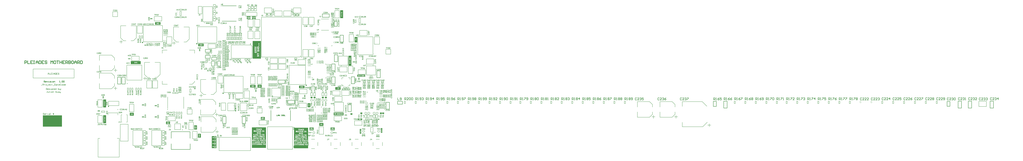
<source format=gto>
G04*
G04 #@! TF.GenerationSoftware,Altium Limited,Altium Designer,23.11.1 (41)*
G04*
G04 Layer_Color=65535*
%FSLAX44Y44*%
%MOMM*%
G71*
G04*
G04 #@! TF.SameCoordinates,2A2BF33C-356B-47B5-B991-195B9626E357*
G04*
G04*
G04 #@! TF.FilePolarity,Positive*
G04*
G01*
G75*
%ADD10C,0.2540*%
%ADD11C,0.1270*%
%ADD12C,0.4000*%
%ADD13C,0.2500*%
%ADD14C,0.1524*%
%ADD15C,0.2000*%
%ADD16C,0.1999*%
%ADD17C,0.0762*%
%ADD18C,0.1520*%
%ADD19C,0.1750*%
%ADD20C,0.2032*%
%ADD21C,0.1800*%
%ADD22C,0.2286*%
%ADD23C,0.3048*%
%ADD24R,1.3500X0.1500*%
%ADD25R,0.5000X0.2500*%
%ADD26R,0.5000X0.2500*%
%ADD27R,0.1500X1.3500*%
%ADD28R,12.9182X7.7030*%
G36*
X1946480Y126408D02*
X1936320D01*
Y158072D01*
X1946480D01*
Y126408D01*
D02*
G37*
G36*
X1097202Y748250D02*
X1126703D01*
Y628430D01*
X1097202D01*
D01*
X1070397D01*
Y748250D01*
X1097202D01*
D01*
D02*
G37*
G36*
X1460315Y299349D02*
X1441111D01*
Y326600D01*
X1460315D01*
Y299349D01*
D02*
G37*
G36*
X428571Y34444D02*
Y26516D01*
X404549D01*
Y34444D01*
X428571D01*
D02*
G37*
G36*
X1055221Y906346D02*
D01*
Y896160D01*
X1031199D01*
Y906346D01*
Y915364D01*
X1055221D01*
Y906346D01*
D02*
G37*
G36*
X1809912Y213360D02*
X1778248D01*
Y223520D01*
X1809912D01*
Y213360D01*
D02*
G37*
G36*
X1830232Y505537D02*
X1776568D01*
Y520623D01*
X1830232D01*
Y505537D01*
D02*
G37*
G36*
X1550584Y360680D02*
X1538056D01*
Y370840D01*
X1550584D01*
Y360680D01*
D02*
G37*
G36*
X1131225Y432358D02*
X1103975D01*
Y451562D01*
X1131225D01*
Y432358D01*
D02*
G37*
G36*
X1089956Y433070D02*
X1053804D01*
Y450850D01*
X1089956D01*
Y433070D01*
D02*
G37*
G36*
X1776730Y738844D02*
X1758950D01*
Y774996D01*
X1776730D01*
Y738844D01*
D02*
G37*
G36*
X779091Y864716D02*
X755069D01*
Y872644D01*
X779091D01*
Y864716D01*
D02*
G37*
G36*
X1038171Y335126D02*
X1014149D01*
Y343054D01*
X1038171D01*
Y335126D01*
D02*
G37*
G36*
X959004Y272469D02*
X951076D01*
Y296491D01*
X959004D01*
Y272469D01*
D02*
G37*
G36*
X1664490Y418155D02*
X1628338D01*
Y435935D01*
X1664490D01*
Y418155D01*
D02*
G37*
G36*
X448219Y858054D02*
X412068D01*
Y875834D01*
X448219D01*
Y858054D01*
D02*
G37*
G36*
X301571Y26516D02*
X277549D01*
Y34444D01*
X301571D01*
Y26516D01*
D02*
G37*
G36*
X1743624Y248920D02*
X1731096D01*
Y259080D01*
X1743624D01*
Y248920D01*
D02*
G37*
G36*
X80722Y298396D02*
X61518D01*
Y351844D01*
X80722D01*
Y298396D01*
D02*
G37*
G36*
X1547785Y173278D02*
X1520535D01*
Y192482D01*
X1547785D01*
Y173278D01*
D02*
G37*
G36*
X1942584Y254000D02*
X1930056D01*
Y264160D01*
X1942584D01*
Y254000D01*
D02*
G37*
G36*
X1804240Y120736D02*
X1794080D01*
Y152400D01*
X1804240D01*
Y120736D01*
D02*
G37*
G36*
X1737207Y581335D02*
X1717193D01*
Y648025D01*
X1737207D01*
Y581335D01*
D02*
G37*
G36*
X739436Y730250D02*
Y712470D01*
X703284D01*
Y730250D01*
X739436D01*
D02*
G37*
G36*
X1445260Y142360D02*
D01*
Y129744D01*
D01*
Y117449D01*
Y104833D01*
D01*
Y92217D01*
D01*
Y79601D01*
D01*
Y66985D01*
D01*
Y54369D01*
D01*
Y41753D01*
Y21590D01*
X1350010D01*
Y41753D01*
Y54369D01*
Y66985D01*
Y79601D01*
Y92217D01*
Y104833D01*
Y117449D01*
D01*
Y129744D01*
X1445260D01*
X1350010D01*
Y142360D01*
Y160795D01*
X1445260D01*
Y142360D01*
D02*
G37*
G36*
X314760Y591402D02*
X248071D01*
Y611415D01*
X314760D01*
Y591402D01*
D02*
G37*
G36*
X1474384Y370840D02*
Y360680D01*
X1461856D01*
Y370840D01*
X1474384D01*
D02*
G37*
G36*
X1570904Y360680D02*
X1558376D01*
Y370840D01*
X1570904D01*
Y360680D01*
D02*
G37*
G36*
X1810504Y254000D02*
X1797976D01*
Y264160D01*
X1810504D01*
Y254000D01*
D02*
G37*
G36*
X694284Y149066D02*
X684098D01*
X675080D01*
Y176317D01*
X684098D01*
X694284D01*
Y149066D01*
D02*
G37*
G36*
X1160780Y144900D02*
D01*
Y132284D01*
X1065530D01*
Y144900D01*
Y163335D01*
X1160780D01*
Y144900D01*
D02*
G37*
G36*
Y119989D02*
D01*
Y107373D01*
D01*
Y94757D01*
D01*
Y82141D01*
D01*
Y69525D01*
Y56909D01*
D01*
Y44293D01*
D01*
Y24130D01*
X1065530D01*
Y44293D01*
D01*
Y56909D01*
Y69525D01*
D01*
Y82141D01*
Y94757D01*
Y107373D01*
Y119989D01*
Y132284D01*
X1160780D01*
Y119989D01*
D02*
G37*
G36*
X1684344Y243993D02*
X1617655D01*
Y264007D01*
X1684344D01*
Y243993D01*
D02*
G37*
G36*
X1420156Y427990D02*
X1384004D01*
Y445770D01*
X1420156D01*
Y427990D01*
D02*
G37*
G36*
X1680922Y902916D02*
X1661718D01*
Y956364D01*
X1680922D01*
Y902916D01*
D02*
G37*
G36*
X1152815Y224104D02*
X1125565D01*
Y233122D01*
X1152815D01*
Y224104D01*
D02*
G37*
G36*
Y213918D02*
X1125565D01*
Y224104D01*
X1152815D01*
Y213918D01*
D02*
G37*
G36*
X720802Y93318D02*
X701598D01*
Y120042D01*
X720802D01*
Y93318D01*
D02*
G37*
G36*
X1623985Y152984D02*
X1596735D01*
Y162002D01*
X1623985D01*
Y152984D01*
D02*
G37*
G36*
Y142798D02*
X1596735D01*
Y152984D01*
X1623985D01*
Y142798D01*
D02*
G37*
G36*
X1957824Y254000D02*
X1945296D01*
Y264160D01*
X1957824D01*
Y254000D01*
D02*
G37*
G36*
X80722Y191716D02*
X61518D01*
Y245164D01*
X80722D01*
Y191716D01*
D02*
G37*
G36*
X512901Y194222D02*
X485650D01*
Y203226D01*
X512901D01*
Y194222D01*
D02*
G37*
G36*
Y184022D02*
X485650D01*
Y194222D01*
X512901D01*
Y184022D01*
D02*
G37*
G36*
X268180Y242755D02*
X240929D01*
Y261959D01*
X268180D01*
Y242755D01*
D02*
G37*
G36*
X826275Y104140D02*
Y22860D01*
X809303D01*
Y22860D01*
X794245D01*
Y104140D01*
X809303D01*
Y104140D01*
X826275D01*
D02*
G37*
G36*
X1090781Y906255D02*
Y896160D01*
X1066759D01*
Y906255D01*
D01*
Y915364D01*
X1090781D01*
Y906255D01*
D02*
G37*
G36*
X1494704Y360680D02*
X1482176D01*
Y370840D01*
X1494704D01*
Y360680D01*
D02*
G37*
G36*
X1481745Y152984D02*
X1454495D01*
Y162002D01*
X1481745D01*
Y152984D01*
D02*
G37*
G36*
Y142798D02*
X1454495D01*
Y152984D01*
X1481745D01*
Y142798D01*
D02*
G37*
G36*
X1747481Y592662D02*
X1748355D01*
Y592292D01*
X1747481D01*
Y591425D01*
X1747115D01*
Y592292D01*
X1746248D01*
Y592662D01*
X1747115D01*
Y593529D01*
X1747481D01*
Y592662D01*
D02*
G37*
G36*
X410171Y296117D02*
X411045D01*
Y295747D01*
X410171D01*
Y294880D01*
X409805D01*
Y295747D01*
X408938D01*
Y296117D01*
X409805D01*
Y296984D01*
X410171D01*
Y296117D01*
D02*
G37*
G36*
X323811Y301197D02*
X324685D01*
Y300827D01*
X323811D01*
Y299960D01*
X323445D01*
Y300827D01*
X322578D01*
Y301197D01*
X323445D01*
Y302064D01*
X323811D01*
Y301197D01*
D02*
G37*
G36*
X1692985Y232865D02*
X1693859D01*
Y232496D01*
X1692985D01*
Y231628D01*
X1692619D01*
Y232496D01*
X1691752D01*
Y232865D01*
X1692619D01*
Y233732D01*
X1692985D01*
Y232865D01*
D02*
G37*
G36*
X323811Y219917D02*
X324685D01*
Y219547D01*
X323811D01*
Y218680D01*
X323445D01*
Y219547D01*
X322578D01*
Y219917D01*
X323445D01*
Y220784D01*
X323811D01*
Y219917D01*
D02*
G37*
G36*
X1078437Y418235D02*
X1079304D01*
Y417869D01*
X1078437D01*
Y416995D01*
X1078067D01*
Y417869D01*
X1077200D01*
Y418235D01*
X1078067D01*
Y419102D01*
X1078437D01*
Y418235D01*
D02*
G37*
G36*
X410171Y219917D02*
X411045D01*
Y219547D01*
X410171D01*
Y218680D01*
X409805D01*
Y219547D01*
X408938D01*
Y219917D01*
X409805D01*
Y220784D01*
X410171D01*
Y219917D01*
D02*
G37*
G36*
X47197Y373785D02*
X48064D01*
Y373419D01*
X47197D01*
Y372545D01*
X46827D01*
Y373419D01*
X45960D01*
Y373785D01*
X46827D01*
Y374652D01*
X47197D01*
Y373785D01*
D02*
G37*
G36*
X25361Y260557D02*
X26235D01*
Y260187D01*
X25361D01*
Y259320D01*
X24995D01*
Y260187D01*
X24128D01*
Y260557D01*
X24995D01*
Y261424D01*
X25361D01*
Y260557D01*
D02*
G37*
G36*
X379691Y885397D02*
X380565D01*
Y885027D01*
X379691D01*
Y884160D01*
X379325D01*
Y885027D01*
X378458D01*
Y885397D01*
X379325D01*
Y886264D01*
X379691D01*
Y885397D01*
D02*
G37*
G36*
X1408637Y382675D02*
X1409504D01*
Y382309D01*
X1408637D01*
Y381435D01*
X1408267D01*
Y382309D01*
X1407400D01*
Y382675D01*
X1408267D01*
Y383542D01*
X1408637D01*
Y382675D01*
D02*
G37*
G36*
X727238Y680681D02*
X728105D01*
Y680315D01*
X727238D01*
Y679448D01*
X726868D01*
Y680315D01*
X726001D01*
Y680681D01*
X726868D01*
Y681555D01*
X727238D01*
Y680681D01*
D02*
G37*
G36*
X1802293Y486371D02*
X1803160D01*
Y486005D01*
X1802293D01*
Y485138D01*
X1801923D01*
Y486005D01*
X1801056D01*
Y486371D01*
X1801923D01*
Y487245D01*
X1802293D01*
Y486371D01*
D02*
G37*
G36*
X244245Y642148D02*
X245112D01*
Y641778D01*
X244245D01*
Y640911D01*
X243879D01*
Y641778D01*
X243005D01*
Y642148D01*
X243879D01*
Y643015D01*
X244245D01*
Y642148D01*
D02*
G37*
%LPC*%
G36*
X1944320Y152410D02*
X1943426D01*
Y151967D01*
X1943433Y151798D01*
X1943440Y151636D01*
X1943461Y151489D01*
X1943483Y151362D01*
X1943504Y151257D01*
X1943511Y151207D01*
X1943518Y151172D01*
X1943525Y151144D01*
X1943532Y151123D01*
X1943539Y151109D01*
Y151102D01*
X1943440Y150989D01*
X1943377Y151031D01*
X1943314Y151067D01*
X1943250Y151095D01*
X1943187Y151116D01*
X1943138Y151137D01*
X1943089Y151144D01*
X1943060Y151151D01*
X1943053D01*
X1942955Y151165D01*
X1942849Y151179D01*
X1942737Y151186D01*
X1942631D01*
X1942540Y151193D01*
X1942462D01*
X1942434D01*
X1942413D01*
X1942399D01*
X1942392D01*
X1938480D01*
Y152410D01*
Y148618D01*
X1939303D01*
Y148949D01*
X1939296Y149139D01*
X1939282Y149322D01*
X1939268Y149491D01*
X1939247Y149645D01*
X1939233Y149709D01*
X1939226Y149772D01*
X1939219Y149821D01*
X1939205Y149871D01*
X1939198Y149906D01*
Y149934D01*
X1939191Y149948D01*
Y149955D01*
X1939289Y150018D01*
X1939444Y149955D01*
X1939613Y149913D01*
X1939782Y149878D01*
X1939944Y149856D01*
X1940014Y149849D01*
X1940084Y149842D01*
X1940141D01*
X1940197Y149835D01*
X1940239D01*
X1940267D01*
X1940288D01*
X1940295D01*
X1942364D01*
X1942469D01*
X1942568D01*
X1942645D01*
X1942709Y149842D01*
X1942758D01*
X1942793D01*
X1942814D01*
X1942821D01*
X1942934Y149849D01*
X1943039Y149864D01*
X1943082Y149871D01*
X1943117Y149878D01*
X1943138Y149885D01*
X1943145D01*
X1943257Y149920D01*
X1943307Y149934D01*
X1943342Y149955D01*
X1943377Y149969D01*
X1943398Y149983D01*
X1943412Y149997D01*
X1943419D01*
X1943518Y149934D01*
X1943490Y149772D01*
X1943461Y149624D01*
X1943447Y149483D01*
X1943440Y149357D01*
X1943433Y149251D01*
X1943426Y149209D01*
Y148569D01*
X1938480D01*
D01*
X1944320D01*
Y152410D01*
D02*
G37*
G36*
X1943912Y145473D02*
X1942582D01*
Y145037D01*
X1942716Y144959D01*
X1942828Y144882D01*
X1942927Y144805D01*
X1943011Y144727D01*
X1943089Y144643D01*
X1943145Y144565D01*
X1943194Y144488D01*
X1943236Y144411D01*
X1943264Y144347D01*
X1943286Y144284D01*
X1943307Y144221D01*
X1943314Y144178D01*
X1943321Y144136D01*
X1943328Y144108D01*
Y144080D01*
X1943321Y143989D01*
X1943307Y143904D01*
X1943286Y143820D01*
X1943250Y143742D01*
X1943173Y143609D01*
X1943082Y143496D01*
X1942997Y143405D01*
X1942920Y143341D01*
X1942885Y143313D01*
X1942863Y143299D01*
X1942849Y143292D01*
X1942842Y143285D01*
X1942744Y143236D01*
X1942638Y143194D01*
X1942413Y143123D01*
X1942174Y143074D01*
X1941949Y143039D01*
X1941843Y143025D01*
X1941738Y143018D01*
X1941653Y143011D01*
X1941576D01*
X1941512Y143004D01*
X1941463D01*
X1941428D01*
X1941421D01*
X1941245D01*
X1941083Y143018D01*
X1940929Y143032D01*
X1940788Y143046D01*
X1940661Y143067D01*
X1940542Y143095D01*
X1940429Y143116D01*
X1940331Y143144D01*
X1940246Y143172D01*
X1940176Y143194D01*
X1940112Y143222D01*
X1940056Y143243D01*
X1940014Y143257D01*
X1939986Y143271D01*
X1939972Y143285D01*
X1939965D01*
X1939873Y143341D01*
X1939803Y143398D01*
X1939733Y143461D01*
X1939676Y143531D01*
X1939627Y143595D01*
X1939585Y143665D01*
X1939557Y143728D01*
X1939528Y143792D01*
X1939493Y143911D01*
X1939479Y143960D01*
X1939472Y144003D01*
X1939465Y144038D01*
Y144087D01*
X1939472Y144193D01*
X1939500Y144291D01*
X1939536Y144383D01*
X1939585Y144474D01*
X1939641Y144558D01*
X1939704Y144636D01*
X1939838Y144777D01*
X1939908Y144833D01*
X1939979Y144882D01*
X1940042Y144931D01*
X1940098Y144966D01*
X1940148Y144995D01*
X1940183Y145023D01*
X1940211Y145030D01*
X1940218Y145037D01*
Y145473D01*
X1938888D01*
X1938797Y145325D01*
X1938726Y145185D01*
X1938656Y145037D01*
X1938600Y144903D01*
X1938551Y144769D01*
X1938508Y144636D01*
X1938480Y144516D01*
X1938452Y144404D01*
X1938431Y144298D01*
X1938417Y144207D01*
X1938403Y144122D01*
X1938396Y144052D01*
X1938389Y143996D01*
Y145473D01*
D01*
Y143918D01*
X1938396Y143714D01*
X1938424Y143517D01*
X1938459Y143341D01*
X1938508Y143172D01*
X1938564Y143018D01*
X1938635Y142877D01*
X1938705Y142743D01*
X1938776Y142631D01*
X1938846Y142525D01*
X1938916Y142434D01*
X1938980Y142356D01*
X1939043Y142293D01*
X1939092Y142244D01*
X1939127Y142208D01*
X1939155Y142187D01*
X1939163Y142180D01*
X1939317Y142075D01*
X1939479Y141976D01*
X1939655Y141899D01*
X1939838Y141829D01*
X1940021Y141765D01*
X1940211Y141716D01*
X1940394Y141681D01*
X1940570Y141646D01*
X1940739Y141617D01*
X1940893Y141603D01*
X1941034Y141589D01*
X1941161Y141575D01*
X1941259D01*
X1941337Y141568D01*
X1938389D01*
D01*
X1944411D01*
D01*
X1941400D01*
X1941667Y141575D01*
X1941914Y141596D01*
X1942146Y141624D01*
X1942364Y141660D01*
X1942561Y141709D01*
X1942751Y141758D01*
X1942913Y141814D01*
X1943067Y141871D01*
X1943194Y141927D01*
X1943314Y141983D01*
X1943412Y142033D01*
X1943490Y142082D01*
X1943553Y142117D01*
X1943602Y142145D01*
X1943630Y142166D01*
X1943637Y142173D01*
X1943771Y142293D01*
X1943891Y142420D01*
X1943996Y142553D01*
X1944088Y142694D01*
X1944158Y142835D01*
X1944221Y142975D01*
X1944271Y143109D01*
X1944313Y143243D01*
X1944348Y143369D01*
X1944369Y143482D01*
X1944390Y143588D01*
X1944397Y143679D01*
X1944404Y143749D01*
X1944411Y143806D01*
Y143855D01*
X1944404Y144017D01*
X1944390Y144171D01*
X1944376Y144312D01*
X1944348Y144432D01*
X1944327Y144537D01*
X1944320Y144580D01*
X1944313Y144615D01*
X1944306Y144643D01*
X1944299Y144664D01*
X1944292Y144671D01*
Y144678D01*
X1944242Y144826D01*
X1944179Y144966D01*
X1944116Y145100D01*
X1944059Y145220D01*
X1944003Y145325D01*
X1943975Y145368D01*
X1943954Y145403D01*
X1943933Y145431D01*
X1943926Y145452D01*
X1943912Y145466D01*
Y145473D01*
D02*
G37*
G36*
X1944320Y141209D02*
D01*
X1938480Y139950D01*
Y138121D01*
X1944320Y136615D01*
X1938480D01*
D01*
X1944320D01*
Y137881D01*
X1943757Y138022D01*
X1943672Y138036D01*
X1943574Y138043D01*
X1943468D01*
X1943370D01*
X1943286Y138036D01*
X1943208Y138029D01*
X1943180D01*
X1943159Y138022D01*
X1943152D01*
X1943145D01*
X1943082Y138100D01*
X1943124Y138233D01*
X1943138Y138290D01*
X1943145Y138339D01*
X1943159Y138381D01*
Y138409D01*
X1943166Y138430D01*
Y138437D01*
X1943173Y138508D01*
X1943180Y138578D01*
Y138663D01*
X1943187Y138740D01*
Y138916D01*
X1943180Y139071D01*
X1943173Y139218D01*
X1943152Y139352D01*
X1943131Y139465D01*
X1943117Y139556D01*
X1943096Y139626D01*
X1943089Y139655D01*
Y139676D01*
X1943082Y139683D01*
Y139690D01*
X1943159Y139767D01*
X1943257Y139746D01*
X1943356Y139732D01*
X1943447D01*
X1943525D01*
X1943595D01*
X1943644Y139739D01*
X1943672Y139746D01*
X1943687D01*
X1944320Y139894D01*
Y141209D01*
D02*
G37*
G36*
X1941491Y136291D02*
X1941351D01*
X1941055Y136284D01*
X1940921Y136270D01*
X1940788Y136256D01*
X1940661Y136235D01*
X1940549Y136221D01*
X1940436Y136200D01*
X1940338Y136179D01*
X1940253Y136151D01*
X1940169Y136130D01*
X1940098Y136116D01*
X1940042Y136094D01*
X1940000Y136080D01*
X1939965Y136066D01*
X1939944Y136059D01*
X1939937D01*
X1939718Y135961D01*
X1939528Y135855D01*
X1939360Y135743D01*
X1939289Y135693D01*
X1939219Y135637D01*
X1939163Y135588D01*
X1939113Y135539D01*
X1939064Y135496D01*
X1939029Y135461D01*
X1939001Y135433D01*
X1938980Y135412D01*
X1938973Y135398D01*
X1938966Y135391D01*
X1938874Y135264D01*
X1938797Y135138D01*
X1938726Y135011D01*
X1938677Y134891D01*
X1938642Y134786D01*
X1938628Y134736D01*
X1938614Y134701D01*
X1938607Y134666D01*
X1938600Y134645D01*
X1938593Y134631D01*
Y134624D01*
X1938557Y134448D01*
X1938529Y134265D01*
X1938508Y134082D01*
X1938494Y133906D01*
X1938487Y133829D01*
Y133751D01*
X1938480Y133688D01*
Y136291D01*
D01*
Y132070D01*
X1944320D01*
Y133808D01*
X1944313Y133906D01*
Y134068D01*
X1944306Y134117D01*
Y134159D01*
X1944285Y134342D01*
X1944271Y134427D01*
X1944256Y134504D01*
X1944250Y134568D01*
X1944235Y134617D01*
X1944228Y134645D01*
Y134659D01*
X1944200Y134751D01*
X1944172Y134835D01*
X1944144Y134912D01*
X1944116Y134983D01*
X1944095Y135039D01*
X1944074Y135081D01*
X1944059Y135109D01*
X1944052Y135116D01*
X1943954Y135271D01*
X1943905Y135335D01*
X1943855Y135398D01*
X1943813Y135447D01*
X1943778Y135482D01*
X1943757Y135510D01*
X1943750Y135518D01*
X1943595Y135658D01*
X1943433Y135778D01*
X1943264Y135876D01*
X1943110Y135961D01*
X1942976Y136024D01*
X1942920Y136045D01*
X1942870Y136066D01*
X1942828Y136080D01*
X1942800Y136094D01*
X1942779Y136101D01*
X1942772D01*
X1942540Y136165D01*
X1942301Y136214D01*
X1942061Y136242D01*
X1941836Y136270D01*
X1941738Y136277D01*
X1941646Y136284D01*
X1941562D01*
X1941491Y136291D01*
D02*
G37*
%LPD*%
G36*
X1942371Y139528D02*
X1942343Y139436D01*
X1942329Y139338D01*
X1942315Y139239D01*
X1942301Y139148D01*
Y139064D01*
X1942294Y139000D01*
Y138810D01*
X1942308Y138684D01*
X1942315Y138578D01*
X1942329Y138479D01*
X1942343Y138402D01*
X1942357Y138346D01*
X1942364Y138311D01*
X1942371Y138297D01*
X1942258Y138219D01*
X1942174Y138254D01*
X1942082Y138290D01*
X1941984Y138325D01*
X1941878Y138353D01*
X1941653Y138416D01*
X1941414Y138472D01*
X1941161Y138529D01*
X1940900Y138578D01*
X1940640Y138620D01*
X1940380Y138663D01*
X1940134Y138698D01*
X1939901Y138726D01*
X1939690Y138754D01*
X1939592Y138761D01*
X1939500Y138775D01*
X1939423Y138782D01*
X1939353Y138789D01*
X1939289Y138796D01*
X1939233Y138803D01*
X1939191D01*
X1939163Y138810D01*
X1939142D01*
X1939134D01*
Y139071D01*
X1939346Y139085D01*
X1939543Y139099D01*
X1939733Y139120D01*
X1939915Y139134D01*
X1940084Y139155D01*
X1940246Y139169D01*
X1940394Y139190D01*
X1940527Y139204D01*
X1940654Y139225D01*
X1940760Y139239D01*
X1940851Y139254D01*
X1940929Y139268D01*
X1940992Y139275D01*
X1941041Y139282D01*
X1941069Y139289D01*
X1941076D01*
X1941224Y139317D01*
X1941358Y139345D01*
X1941484Y139373D01*
X1941604Y139401D01*
X1941709Y139429D01*
X1941808Y139458D01*
X1941893Y139479D01*
X1941970Y139507D01*
X1942040Y139528D01*
X1942097Y139549D01*
X1942146Y139570D01*
X1942188Y139584D01*
X1942216Y139598D01*
X1942237Y139605D01*
X1942251Y139612D01*
X1942258D01*
X1942371Y139528D01*
D02*
G37*
G36*
X1942040Y134821D02*
X1942132Y134814D01*
X1942209D01*
X1942272Y134807D01*
X1942322Y134800D01*
X1942350Y134793D01*
X1942364D01*
X1942448Y134779D01*
X1942519Y134765D01*
X1942582Y134751D01*
X1942631Y134743D01*
X1942673Y134729D01*
X1942702Y134722D01*
X1942716Y134715D01*
X1942723D01*
X1942814Y134680D01*
X1942892Y134645D01*
X1942920Y134631D01*
X1942941Y134617D01*
X1942955Y134610D01*
X1942962Y134603D01*
X1943025Y134554D01*
X1943074Y134511D01*
X1943096Y134490D01*
X1943103Y134483D01*
X1943131Y134448D01*
X1943159Y134406D01*
X1943187Y134378D01*
X1943194Y134371D01*
Y134364D01*
X1943257Y134258D01*
X1943293Y134152D01*
X1943307Y134110D01*
X1943314Y134075D01*
X1943321Y134047D01*
Y134040D01*
X1943342Y133899D01*
X1943349Y133836D01*
Y133780D01*
X1943356Y133730D01*
X1943363Y133688D01*
Y133653D01*
X1943370Y133583D01*
X1943377Y133519D01*
X1943384Y133463D01*
X1943391Y133414D01*
X1943405Y133379D01*
X1943412Y133343D01*
X1943419Y133329D01*
Y133322D01*
X1943293Y133196D01*
X1943201Y133259D01*
X1943117Y133308D01*
X1943082Y133322D01*
X1943053Y133336D01*
X1943039Y133343D01*
X1943032D01*
X1942934Y133371D01*
X1942856Y133393D01*
X1942828D01*
X1942807Y133400D01*
X1942800D01*
X1942793D01*
X1942751D01*
X1942709Y133407D01*
X1942617D01*
X1942582D01*
X1942547D01*
X1942526D01*
X1942519D01*
X1940295D01*
X1940232D01*
X1940176D01*
X1940134D01*
X1940091D01*
X1940063Y133400D01*
X1940042D01*
X1940028D01*
X1940021D01*
X1939944Y133386D01*
X1939866Y133371D01*
X1939838Y133357D01*
X1939810Y133350D01*
X1939796Y133343D01*
X1939789D01*
X1939690Y133301D01*
X1939599Y133252D01*
X1939571Y133231D01*
X1939543Y133210D01*
X1939528Y133203D01*
X1939521Y133196D01*
X1939395Y133322D01*
X1939409Y133364D01*
X1939416Y133421D01*
X1939437Y133526D01*
X1939444Y133576D01*
Y133618D01*
X1939451Y133646D01*
Y133653D01*
X1939472Y133815D01*
X1939479Y133892D01*
X1939493Y133955D01*
X1939507Y134012D01*
X1939514Y134054D01*
X1939521Y134082D01*
Y134089D01*
X1939543Y134167D01*
X1939564Y134237D01*
X1939585Y134293D01*
X1939613Y134342D01*
X1939634Y134385D01*
X1939655Y134413D01*
X1939662Y134427D01*
X1939669Y134434D01*
X1939761Y134525D01*
X1939845Y134596D01*
X1939880Y134617D01*
X1939908Y134638D01*
X1939930Y134652D01*
X1939937D01*
X1940000Y134680D01*
X1940063Y134708D01*
X1940134Y134729D01*
X1940197Y134743D01*
X1940253Y134758D01*
X1940295Y134765D01*
X1940323Y134772D01*
X1940338D01*
X1940429Y134786D01*
X1940513Y134800D01*
X1940591Y134807D01*
X1940661Y134814D01*
X1940717D01*
X1940767Y134821D01*
X1940795D01*
X1940802D01*
X1940893D01*
X1940992Y134828D01*
X1941090D01*
X1941196D01*
X1941280D01*
X1941358D01*
X1941386D01*
X1941400D01*
X1941414D01*
X1941421D01*
X1941836D01*
X1941942D01*
X1942040Y134821D01*
D02*
G37*
%LPC*%
G36*
X1114759Y733405D02*
X1110687D01*
Y729791D01*
X1114759D01*
Y733405D01*
D02*
G37*
G36*
Y727658D02*
X1110687D01*
Y724045D01*
X1114759D01*
Y727658D01*
D02*
G37*
G36*
Y721912D02*
X1110687D01*
Y718298D01*
X1114759D01*
Y721912D01*
D02*
G37*
G36*
Y716165D02*
X1110687D01*
Y712551D01*
X1114759D01*
Y716165D01*
D02*
G37*
G36*
Y710789D02*
X1100128D01*
Y700212D01*
X1114759D01*
Y704566D01*
X1114741Y704813D01*
Y705218D01*
X1114723Y705342D01*
Y705448D01*
X1114670Y705906D01*
X1114635Y706117D01*
X1114600Y706311D01*
X1114582Y706470D01*
X1114547Y706593D01*
X1114529Y706664D01*
Y706699D01*
X1114459Y706928D01*
X1114388Y707140D01*
X1114318Y707334D01*
X1114247Y707510D01*
X1114194Y707651D01*
X1114142Y707757D01*
X1114106Y707827D01*
X1114089Y707845D01*
X1113842Y708233D01*
X1113718Y708391D01*
X1113595Y708550D01*
X1113489Y708673D01*
X1113401Y708762D01*
X1113348Y708832D01*
X1113331Y708850D01*
X1112943Y709202D01*
X1112538Y709502D01*
X1112114Y709749D01*
X1111727Y709960D01*
X1111392Y710119D01*
X1111251Y710172D01*
X1111127Y710225D01*
X1111021Y710260D01*
X1110951Y710295D01*
X1110898Y710313D01*
X1110881D01*
X1110299Y710471D01*
X1109699Y710595D01*
X1109100Y710665D01*
X1108536Y710736D01*
X1108289Y710753D01*
X1108060Y710771D01*
X1107849D01*
X1107672Y710789D01*
X1114759D01*
D02*
G37*
G36*
X1096972Y709167D02*
X1082341D01*
Y695717D01*
X1096972D01*
Y709167D01*
D02*
G37*
G36*
Y693091D02*
X1082341D01*
Y679641D01*
X1096972D01*
Y682232D01*
X1089340D01*
X1088564Y682214D01*
X1087806Y682179D01*
X1087066Y682109D01*
X1086731Y682073D01*
X1086396Y682056D01*
X1086096Y682020D01*
X1085832Y681985D01*
X1085585Y681950D01*
X1085373Y681915D01*
X1085215Y681897D01*
X1085091Y681880D01*
X1085003Y681862D01*
X1084986D01*
Y682778D01*
X1085655Y682814D01*
X1086272Y682867D01*
X1086854Y682955D01*
X1087119Y682990D01*
X1087365Y683025D01*
X1087594Y683061D01*
X1087788Y683113D01*
X1087982Y683149D01*
X1088123Y683166D01*
X1088247Y683202D01*
X1088335Y683219D01*
X1088388Y683237D01*
X1088405D01*
X1096972Y685317D01*
Y687168D01*
X1090186Y688931D01*
X1089816Y689019D01*
X1089498Y689107D01*
X1089199Y689177D01*
X1088969Y689248D01*
X1088775Y689283D01*
X1088634Y689318D01*
X1088546Y689354D01*
X1088511D01*
X1088247Y689406D01*
X1087965Y689459D01*
X1087700Y689512D01*
X1087436Y689565D01*
X1087207Y689600D01*
X1087013Y689636D01*
X1086942D01*
X1086889Y689653D01*
X1086872D01*
X1086854D01*
X1086484Y689706D01*
X1086149Y689741D01*
X1085832Y689777D01*
X1085550Y689794D01*
X1085321Y689812D01*
X1085144Y689829D01*
X1085074D01*
X1085021D01*
X1085003D01*
X1084986D01*
Y690746D01*
X1085567Y690676D01*
X1086096Y690605D01*
X1086590Y690552D01*
X1087048Y690499D01*
X1087471Y690464D01*
X1087841Y690429D01*
X1088194Y690394D01*
X1088493Y690376D01*
X1088758Y690358D01*
X1088987Y690341D01*
X1089181D01*
X1089340Y690323D01*
X1089463D01*
X1089551D01*
X1089604D01*
X1089622D01*
X1096972D01*
Y693091D01*
D02*
G37*
G36*
X1114759Y698890D02*
X1100128Y695735D01*
Y691152D01*
X1114759Y687379D01*
Y698890D01*
D02*
G37*
G36*
Y686533D02*
X1110757D01*
D01*
X1110546D01*
X1110246Y686516D01*
X1109964Y686498D01*
X1109453Y686392D01*
X1109012Y686216D01*
X1108624Y686004D01*
X1108289Y685758D01*
X1108025Y685475D01*
X1107778Y685176D01*
X1107602Y684858D01*
X1107443Y684541D01*
X1107337Y684242D01*
X1107249Y683960D01*
X1107179Y683713D01*
X1107143Y683501D01*
X1107126Y683325D01*
X1107108Y683219D01*
Y683184D01*
X1106720D01*
X1106632Y683678D01*
X1106491Y684100D01*
X1106315Y684471D01*
X1106139Y684770D01*
X1105980Y685017D01*
X1105839Y685193D01*
X1105769Y685246D01*
X1105733Y685299D01*
X1105716Y685334D01*
X1105698D01*
X1105539Y685475D01*
X1105363Y685599D01*
X1104993Y685793D01*
X1104640Y685934D01*
X1104305Y686022D01*
X1104006Y686093D01*
X1103865Y686110D01*
X1103759D01*
X1103671Y686128D01*
X1103600D01*
X1103565D01*
X1103547D01*
X1103195Y686110D01*
X1102878Y686057D01*
X1102578Y685969D01*
X1102314Y685899D01*
X1102102Y685810D01*
X1101943Y685722D01*
X1101837Y685669D01*
X1101802Y685652D01*
X1101520Y685458D01*
X1101273Y685264D01*
X1101062Y685052D01*
X1100903Y684841D01*
X1100762Y684665D01*
X1100674Y684524D01*
X1100621Y684436D01*
X1100604Y684418D01*
Y684400D01*
X1100498Y684171D01*
X1100410Y683924D01*
X1100357Y683678D01*
X1100304Y683466D01*
X1100251Y683272D01*
X1100233Y683131D01*
X1100216Y683025D01*
Y682990D01*
X1100181Y682673D01*
X1100163Y682338D01*
X1100145Y681985D01*
Y681668D01*
X1100128Y681368D01*
Y676697D01*
X1114759D01*
Y681051D01*
Y680981D01*
X1114741Y681474D01*
X1114723Y681897D01*
Y682073D01*
X1114706Y682250D01*
Y682514D01*
X1114688Y682637D01*
Y682726D01*
X1114670Y682796D01*
Y682884D01*
X1114618Y683202D01*
X1114565Y683501D01*
X1114494Y683766D01*
X1114424Y683995D01*
X1114353Y684189D01*
X1114300Y684312D01*
X1114265Y684400D01*
X1114247Y684436D01*
X1114053Y684770D01*
X1113824Y685070D01*
X1113595Y685334D01*
X1113366Y685546D01*
X1113155Y685722D01*
X1112978Y685846D01*
X1112908Y685899D01*
X1112855Y685934D01*
X1112837Y685951D01*
X1112820D01*
X1112432Y686145D01*
X1112044Y686286D01*
X1111674Y686392D01*
X1111304Y686463D01*
X1111004Y686498D01*
X1110881Y686516D01*
X1110757Y686533D01*
X1114759D01*
D02*
G37*
G36*
X1097202Y677543D02*
X1091878D01*
X1091490Y677525D01*
X1091120Y677490D01*
X1090785Y677437D01*
X1090468Y677367D01*
X1090168Y677279D01*
X1089886Y677190D01*
X1089639Y677085D01*
X1089410Y676997D01*
X1089199Y676891D01*
X1089022Y676785D01*
X1088881Y676697D01*
X1088758Y676609D01*
X1088652Y676538D01*
X1088582Y676485D01*
X1088546Y676450D01*
X1088529Y676432D01*
X1088317Y676221D01*
X1088123Y675992D01*
X1087965Y675763D01*
X1087806Y675516D01*
X1087700Y675269D01*
X1087594Y675022D01*
X1087506Y674793D01*
X1087453Y674564D01*
X1087401Y674352D01*
X1087365Y674159D01*
X1087330Y673982D01*
X1087312Y673841D01*
X1087295Y673718D01*
Y673542D01*
X1087330Y673119D01*
X1087401Y672695D01*
X1087524Y672290D01*
X1087647Y671920D01*
X1087788Y671620D01*
X1087841Y671479D01*
X1087912Y671373D01*
X1087947Y671285D01*
X1087982Y671215D01*
X1088018Y671180D01*
Y671162D01*
X1087683Y670898D01*
X1087224Y671303D01*
X1086784Y671726D01*
X1086343Y672184D01*
X1085920Y672643D01*
X1085514Y673119D01*
X1085127Y673595D01*
X1084774Y674053D01*
X1084439Y674493D01*
X1084122Y674917D01*
X1083857Y675304D01*
X1083611Y675657D01*
X1083417Y675957D01*
X1083240Y676203D01*
X1083135Y676397D01*
X1083082Y676468D01*
X1083046Y676521D01*
X1083029Y676538D01*
Y676556D01*
X1082341D01*
Y676697D01*
Y667513D01*
Y672431D01*
X1082712Y671990D01*
X1083082Y671585D01*
X1083452Y671197D01*
X1083822Y670845D01*
X1084192Y670510D01*
X1084545Y670210D01*
X1084880Y669946D01*
X1085197Y669699D01*
X1085497Y669470D01*
X1085779Y669293D01*
X1086026Y669135D01*
X1086219Y668994D01*
X1086396Y668888D01*
X1086519Y668817D01*
X1086590Y668782D01*
X1086625Y668764D01*
X1087066Y668553D01*
X1087506Y668359D01*
X1087965Y668183D01*
X1088388Y668042D01*
X1088811Y667918D01*
X1089216Y667813D01*
X1089622Y667742D01*
X1089974Y667672D01*
X1090309Y667619D01*
X1090626Y667583D01*
X1090891Y667548D01*
X1091120Y667531D01*
X1091314Y667513D01*
X1097202D01*
Y672431D01*
Y672396D01*
X1097184Y672819D01*
X1097131Y673224D01*
X1097060Y673595D01*
X1096972Y673947D01*
X1096867Y674282D01*
X1096743Y674582D01*
X1096602Y674864D01*
X1096461Y675128D01*
X1096338Y675357D01*
X1096197Y675551D01*
X1096073Y675710D01*
X1095968Y675851D01*
X1095879Y675974D01*
X1095809Y676045D01*
X1095756Y676098D01*
X1095738Y676115D01*
X1095456Y676362D01*
X1095157Y676591D01*
X1094839Y676785D01*
X1094522Y676944D01*
X1094187Y677085D01*
X1093870Y677190D01*
X1093553Y677296D01*
X1093253Y677367D01*
X1092971Y677420D01*
X1092707Y677473D01*
X1092477Y677508D01*
X1092283Y677525D01*
X1092107D01*
X1091984Y677543D01*
X1097202D01*
D02*
G37*
G36*
X1100128Y669663D02*
Y658100D01*
D01*
X1109135Y662242D01*
X1114759D01*
Y666349D01*
Y665503D01*
X1109135D01*
X1100128Y669663D01*
D02*
G37*
G36*
X1114759Y656690D02*
X1100128D01*
Y643240D01*
X1114759D01*
Y656690D01*
D02*
G37*
%LPD*%
G36*
X1106579Y710771D02*
X1106244Y710736D01*
X1105910Y710701D01*
X1105592Y710648D01*
X1105310Y710612D01*
X1105028Y710560D01*
X1104781Y710507D01*
X1104570Y710436D01*
X1104358Y710383D01*
X1104182Y710348D01*
X1104041Y710295D01*
X1103935Y710260D01*
X1103847Y710225D01*
X1103794Y710207D01*
X1103777D01*
X1103230Y709960D01*
X1102754Y709696D01*
X1102331Y709414D01*
X1102155Y709290D01*
X1101979Y709149D01*
X1101837Y709026D01*
X1101714Y708903D01*
X1101591Y708797D01*
X1101503Y708709D01*
X1101432Y708638D01*
X1101379Y708585D01*
X1101362Y708550D01*
X1101344Y708532D01*
X1101115Y708215D01*
X1100921Y707898D01*
X1100745Y707580D01*
X1100621Y707281D01*
X1100533Y707016D01*
X1100498Y706893D01*
X1100463Y706805D01*
X1100445Y706717D01*
X1100427Y706664D01*
X1100410Y706629D01*
Y706611D01*
X1100322Y706170D01*
X1100251Y705712D01*
X1100198Y705254D01*
X1100163Y704813D01*
X1100145Y704619D01*
Y704425D01*
X1100128Y704267D01*
Y710789D01*
X1107320D01*
X1106579Y710771D01*
D02*
G37*
G36*
X1109047Y707105D02*
X1109276Y707087D01*
X1109470D01*
X1109629Y707069D01*
X1109752Y707052D01*
X1109823Y707034D01*
X1109858D01*
X1110070Y706999D01*
X1110246Y706964D01*
X1110405Y706928D01*
X1110528Y706911D01*
X1110634Y706875D01*
X1110704Y706858D01*
X1110740Y706840D01*
X1110757D01*
X1110986Y706752D01*
X1111180Y706664D01*
X1111251Y706629D01*
X1111304Y706593D01*
X1111339Y706576D01*
X1111357Y706558D01*
X1111515Y706435D01*
X1111638Y706329D01*
X1111691Y706276D01*
X1111709Y706258D01*
X1111779Y706170D01*
X1111850Y706065D01*
X1111920Y705994D01*
X1111938Y705976D01*
Y705959D01*
X1112097Y705694D01*
X1112185Y705430D01*
X1112220Y705324D01*
X1112238Y705236D01*
X1112255Y705165D01*
Y705148D01*
X1112308Y704795D01*
X1112326Y704637D01*
Y704496D01*
X1112344Y704372D01*
X1112361Y704267D01*
Y704178D01*
X1112379Y704002D01*
X1112396Y703843D01*
X1112414Y703702D01*
X1112432Y703579D01*
X1112467Y703491D01*
X1112485Y703403D01*
X1112502Y703367D01*
Y703350D01*
X1112185Y703033D01*
X1111956Y703191D01*
X1111744Y703315D01*
X1111656Y703350D01*
X1111586Y703385D01*
X1111550Y703403D01*
X1111533D01*
X1111286Y703473D01*
X1111092Y703526D01*
X1111021D01*
X1110969Y703544D01*
X1110951D01*
X1110933D01*
X1110828D01*
X1110722Y703561D01*
X1110493D01*
X1110405D01*
X1110316D01*
X1110264D01*
X1110246D01*
X1104676D01*
X1104517D01*
X1104376D01*
X1104270D01*
X1104164D01*
X1104094Y703544D01*
X1104041D01*
X1104006D01*
X1103988D01*
X1103794Y703509D01*
X1103600Y703473D01*
X1103530Y703438D01*
X1103459Y703420D01*
X1103424Y703403D01*
X1103406D01*
X1103160Y703297D01*
X1102931Y703174D01*
X1102860Y703121D01*
X1102789Y703068D01*
X1102754Y703050D01*
X1102737Y703033D01*
X1102419Y703350D01*
X1102455Y703456D01*
X1102472Y703597D01*
X1102525Y703861D01*
X1102543Y703985D01*
Y704090D01*
X1102560Y704161D01*
Y704178D01*
X1102613Y704584D01*
X1102631Y704778D01*
X1102666Y704936D01*
X1102701Y705077D01*
X1102719Y705183D01*
X1102737Y705254D01*
Y705271D01*
X1102789Y705465D01*
X1102842Y705641D01*
X1102895Y705782D01*
X1102966Y705906D01*
X1103019Y706012D01*
X1103072Y706082D01*
X1103089Y706117D01*
X1103107Y706135D01*
X1103336Y706364D01*
X1103547Y706541D01*
X1103636Y706593D01*
X1103706Y706646D01*
X1103759Y706682D01*
X1103777D01*
X1103935Y706752D01*
X1104094Y706823D01*
X1104270Y706875D01*
X1104429Y706911D01*
X1104570Y706946D01*
X1104676Y706964D01*
X1104746Y706981D01*
X1104781D01*
X1105011Y707016D01*
X1105222Y707052D01*
X1105416Y707069D01*
X1105592Y707087D01*
X1105733D01*
X1105857Y707105D01*
X1105927D01*
X1105945D01*
X1106174D01*
X1106421Y707122D01*
X1106667D01*
X1106932D01*
X1107143D01*
X1107337D01*
X1107408D01*
X1107443D01*
X1107478D01*
X1107496D01*
X1108536D01*
X1108800D01*
X1109047Y707105D01*
D02*
G37*
G36*
X1085567Y706752D02*
X1086096Y706682D01*
X1086590Y706629D01*
X1087048Y706576D01*
X1087471Y706541D01*
X1087841Y706505D01*
X1088194Y706470D01*
X1088493Y706452D01*
X1088758Y706435D01*
X1088987Y706417D01*
X1089181D01*
X1089340Y706400D01*
X1089463D01*
X1089551D01*
X1089604D01*
X1089622D01*
X1096972D01*
Y703244D01*
X1090186Y705007D01*
X1089816Y705095D01*
X1089498Y705183D01*
X1089199Y705254D01*
X1088969Y705324D01*
X1088775Y705359D01*
X1088634Y705395D01*
X1088546Y705430D01*
X1088511D01*
X1088247Y705483D01*
X1087965Y705536D01*
X1087700Y705589D01*
X1087436Y705641D01*
X1087207Y705677D01*
X1087013Y705712D01*
X1086942D01*
X1086889Y705730D01*
X1086872D01*
X1086854D01*
X1086484Y705782D01*
X1086149Y705818D01*
X1085832Y705853D01*
X1085550Y705871D01*
X1085321Y705888D01*
X1085144Y705906D01*
X1085074D01*
X1085021D01*
X1085003D01*
X1084986D01*
Y706823D01*
X1085567Y706752D01*
D02*
G37*
G36*
X1087083Y703650D02*
X1088176Y703420D01*
X1089251Y703244D01*
X1089780Y703174D01*
X1090274Y703121D01*
X1090750Y703068D01*
X1091190Y703033D01*
X1091596Y702997D01*
X1091984Y702980D01*
X1092301Y702962D01*
X1092583D01*
X1092812Y702944D01*
X1092971D01*
X1093077D01*
X1093094D01*
X1093112D01*
X1093341D01*
Y701993D01*
X1092671Y701975D01*
X1092019Y701957D01*
X1091420Y701922D01*
X1090838Y701887D01*
X1090292Y701834D01*
X1089798Y701781D01*
X1089340Y701728D01*
X1088916Y701675D01*
X1088546Y701622D01*
X1088211Y701570D01*
X1087929Y701517D01*
X1087683Y701464D01*
X1087506Y701429D01*
X1087365Y701393D01*
X1087295Y701376D01*
X1087260D01*
X1082341Y700194D01*
Y704813D01*
X1087083Y703650D01*
D02*
G37*
G36*
X1096972Y698308D02*
X1089340D01*
X1088564Y698291D01*
X1087806Y698255D01*
X1087066Y698185D01*
X1086731Y698150D01*
X1086396Y698132D01*
X1086096Y698097D01*
X1085832Y698062D01*
X1085585Y698026D01*
X1085373Y697991D01*
X1085215Y697973D01*
X1085091Y697956D01*
X1085003Y697938D01*
X1084986D01*
Y698855D01*
X1085655Y698890D01*
X1086272Y698943D01*
X1086854Y699031D01*
X1087119Y699066D01*
X1087365Y699102D01*
X1087594Y699137D01*
X1087788Y699190D01*
X1087982Y699225D01*
X1088123Y699243D01*
X1088247Y699278D01*
X1088335Y699296D01*
X1088388Y699313D01*
X1088405D01*
X1096972Y701393D01*
Y698308D01*
D02*
G37*
G36*
X1087083Y687573D02*
X1088176Y687344D01*
X1089251Y687168D01*
X1089780Y687097D01*
X1090274Y687044D01*
X1090750Y686992D01*
X1091190Y686956D01*
X1091596Y686921D01*
X1091984Y686903D01*
X1092301Y686886D01*
X1092583D01*
X1092812Y686868D01*
X1092971D01*
X1093077D01*
X1093094D01*
X1093112D01*
X1093341D01*
Y685916D01*
X1092671Y685899D01*
X1092019Y685881D01*
X1091420Y685846D01*
X1090838Y685810D01*
X1090292Y685758D01*
X1089798Y685705D01*
X1089340Y685652D01*
X1088916Y685599D01*
X1088546Y685546D01*
X1088211Y685493D01*
X1087929Y685440D01*
X1087683Y685387D01*
X1087506Y685352D01*
X1087365Y685317D01*
X1087295Y685299D01*
X1087260D01*
X1082341Y684118D01*
Y688737D01*
X1087083Y687573D01*
D02*
G37*
G36*
X1114759Y690552D02*
X1113348Y690905D01*
X1113137Y690940D01*
X1112890Y690958D01*
X1112626D01*
X1112379D01*
X1112167Y690940D01*
X1111973Y690922D01*
X1111903D01*
X1111850Y690905D01*
X1111832D01*
X1111815D01*
X1111656Y691099D01*
X1111762Y691434D01*
X1111797Y691575D01*
X1111815Y691698D01*
X1111850Y691804D01*
Y691874D01*
X1111868Y691927D01*
Y691945D01*
X1111885Y692121D01*
X1111903Y692297D01*
Y692509D01*
X1111920Y692703D01*
Y693143D01*
X1111903Y693531D01*
X1111885Y693902D01*
X1111832Y694236D01*
X1111779Y694518D01*
X1111744Y694748D01*
X1111691Y694924D01*
X1111674Y694994D01*
Y695047D01*
X1111656Y695065D01*
Y695082D01*
X1111850Y695276D01*
X1112097Y695224D01*
X1112344Y695188D01*
X1112573D01*
X1112767D01*
X1112943D01*
X1113066Y695206D01*
X1113137Y695224D01*
X1113172D01*
X1114759Y695594D01*
Y690552D01*
D02*
G37*
G36*
X1109876Y694677D02*
X1109805Y694448D01*
X1109770Y694201D01*
X1109735Y693954D01*
X1109699Y693725D01*
Y693514D01*
X1109682Y693355D01*
Y692879D01*
X1109717Y692562D01*
X1109735Y692297D01*
X1109770Y692051D01*
X1109805Y691857D01*
X1109840Y691716D01*
X1109858Y691628D01*
X1109876Y691592D01*
X1109594Y691398D01*
X1109382Y691487D01*
X1109153Y691575D01*
X1108906Y691663D01*
X1108642Y691733D01*
X1108078Y691892D01*
X1107478Y692033D01*
X1106844Y692174D01*
X1106192Y692297D01*
X1105539Y692403D01*
X1104887Y692509D01*
X1104270Y692597D01*
X1103688Y692668D01*
X1103160Y692738D01*
X1102913Y692756D01*
X1102684Y692791D01*
X1102490Y692809D01*
X1102314Y692826D01*
X1102155Y692844D01*
X1102014Y692861D01*
X1101908D01*
X1101837Y692879D01*
X1101785D01*
X1101767D01*
Y693531D01*
X1102296Y693567D01*
X1102789Y693602D01*
X1103265Y693655D01*
X1103724Y693690D01*
X1104147Y693743D01*
X1104552Y693778D01*
X1104922Y693831D01*
X1105257Y693866D01*
X1105575Y693919D01*
X1105839Y693954D01*
X1106068Y693990D01*
X1106262Y694025D01*
X1106421Y694043D01*
X1106544Y694060D01*
X1106615Y694078D01*
X1106632D01*
X1107002Y694148D01*
X1107337Y694219D01*
X1107655Y694289D01*
X1107954Y694360D01*
X1108219Y694430D01*
X1108465Y694501D01*
X1108677Y694554D01*
X1108871Y694624D01*
X1109047Y694677D01*
X1109188Y694730D01*
X1109312Y694783D01*
X1109417Y694818D01*
X1109488Y694853D01*
X1109541Y694871D01*
X1109576Y694889D01*
X1109594D01*
X1109876Y694677D01*
D02*
G37*
G36*
X1110810Y683184D02*
X1110986Y683166D01*
X1111127Y683131D01*
X1111233Y683096D01*
X1111321Y683078D01*
X1111374Y683043D01*
X1111392D01*
X1111621Y682902D01*
X1111815Y682708D01*
X1111973Y682496D01*
X1112097Y682267D01*
X1112185Y682073D01*
X1112238Y681897D01*
X1112273Y681827D01*
Y681774D01*
X1112291Y681756D01*
Y681738D01*
X1112308Y681650D01*
X1112326Y681544D01*
X1112361Y681263D01*
X1112396Y680945D01*
X1112432Y680628D01*
X1112449Y680328D01*
X1112467Y680187D01*
X1112485Y680081D01*
Y679976D01*
X1112502Y679905D01*
Y679835D01*
X1112185Y679517D01*
X1112026Y679623D01*
X1111885Y679711D01*
X1111762Y679782D01*
X1111638Y679835D01*
X1111550Y679870D01*
X1111480Y679905D01*
X1111427Y679923D01*
X1111409D01*
X1111110Y679993D01*
X1110951Y680011D01*
X1110810Y680029D01*
X1110687Y680046D01*
X1110599D01*
X1110528D01*
X1110510D01*
X1109999D01*
X1109664Y680029D01*
X1109364Y679958D01*
X1109100Y679887D01*
X1108871Y679782D01*
X1108695Y679694D01*
X1108554Y679605D01*
X1108483Y679535D01*
X1108448Y679517D01*
X1108113Y679835D01*
X1108184Y680081D01*
X1108236Y680293D01*
X1108254Y680381D01*
Y680434D01*
X1108272Y680469D01*
Y680487D01*
X1108307Y680716D01*
X1108342Y680928D01*
X1108360Y681016D01*
Y681086D01*
X1108377Y681122D01*
Y681139D01*
X1108395Y681368D01*
X1108430Y681544D01*
X1108448Y681633D01*
Y681668D01*
X1108483Y681809D01*
X1108518Y681950D01*
X1108554Y682038D01*
X1108571Y682056D01*
Y682073D01*
X1108659Y682250D01*
X1108748Y682408D01*
X1108800Y682479D01*
X1108836Y682532D01*
X1108853Y682567D01*
X1108871Y682585D01*
X1108959Y682690D01*
X1109047Y682778D01*
X1109241Y682919D01*
X1109329Y682972D01*
X1109400Y683008D01*
X1109453Y683043D01*
X1109470D01*
X1109788Y683149D01*
X1109929Y683184D01*
X1110087Y683202D01*
X1110211Y683219D01*
X1110316D01*
X1110387D01*
X1110405D01*
X1110616D01*
X1110810Y683184D01*
D02*
G37*
G36*
X1104535Y682919D02*
X1104764Y682884D01*
X1104975Y682814D01*
X1105152Y682761D01*
X1105293Y682690D01*
X1105398Y682620D01*
X1105469Y682585D01*
X1105487Y682567D01*
X1105645Y682426D01*
X1105769Y682285D01*
X1105857Y682126D01*
X1105927Y681985D01*
X1105980Y681862D01*
X1106015Y681756D01*
X1106050Y681686D01*
Y681615D01*
X1106068Y681527D01*
X1106086Y681404D01*
X1106103Y681280D01*
X1106121Y681157D01*
Y681051D01*
X1106139Y680981D01*
Y680945D01*
X1106156Y680716D01*
X1106192Y680505D01*
X1106227Y680311D01*
X1106262Y680152D01*
X1106297Y680011D01*
X1106333Y679923D01*
X1106350Y679852D01*
Y679835D01*
X1106033Y679517D01*
X1105751Y679694D01*
X1105487Y679817D01*
X1105257Y679923D01*
X1105046Y679976D01*
X1104870Y680011D01*
X1104728Y680046D01*
X1104658D01*
X1104623D01*
X1104111D01*
X1103865Y680029D01*
X1103600Y679958D01*
X1103371Y679887D01*
X1103142Y679782D01*
X1102966Y679694D01*
X1102807Y679605D01*
X1102719Y679535D01*
X1102684Y679517D01*
X1102366Y679835D01*
X1102402Y679905D01*
X1102419Y680011D01*
X1102472Y680240D01*
X1102507Y680346D01*
X1102525Y680434D01*
X1102543Y680505D01*
Y680522D01*
X1102578Y680734D01*
X1102596Y680963D01*
Y681051D01*
X1102613Y681122D01*
Y681192D01*
X1102631Y681474D01*
X1102648Y681580D01*
Y681668D01*
X1102666Y681738D01*
Y681791D01*
X1102684Y681827D01*
Y681844D01*
X1102737Y682003D01*
X1102807Y682144D01*
X1102895Y682285D01*
X1102983Y682391D01*
X1103072Y682479D01*
X1103124Y682549D01*
X1103177Y682585D01*
X1103195Y682602D01*
X1103354Y682708D01*
X1103512Y682796D01*
X1103688Y682849D01*
X1103865Y682902D01*
X1104023Y682919D01*
X1104147Y682937D01*
X1104217D01*
X1104252D01*
X1104535Y682919D01*
D02*
G37*
G36*
X1092389Y674141D02*
X1092795Y674088D01*
X1093147Y674017D01*
X1093429Y673947D01*
X1093658Y673876D01*
X1093835Y673806D01*
X1093923Y673753D01*
X1093958Y673736D01*
X1094187Y673559D01*
X1094363Y673383D01*
X1094487Y673189D01*
X1094575Y672995D01*
X1094628Y672837D01*
X1094645Y672695D01*
X1094663Y672607D01*
Y672572D01*
X1094628Y672272D01*
X1094557Y671990D01*
X1094452Y671744D01*
X1094311Y671550D01*
X1094187Y671373D01*
X1094081Y671268D01*
X1094011Y671180D01*
X1093976Y671162D01*
X1093694Y670986D01*
X1093394Y670845D01*
X1093094Y670756D01*
X1092795Y670686D01*
X1092530Y670651D01*
X1092407Y670633D01*
X1092319D01*
X1092231Y670615D01*
X1092178D01*
X1092142D01*
X1092125D01*
X1091631Y670633D01*
X1091190Y670686D01*
X1090820Y670774D01*
X1090503Y670862D01*
X1090274Y670950D01*
X1090098Y671039D01*
X1089992Y671091D01*
X1089957Y671109D01*
X1089816Y671215D01*
X1089710Y671320D01*
X1089516Y671550D01*
X1089375Y671779D01*
X1089287Y672008D01*
X1089234Y672202D01*
X1089216Y672378D01*
X1089199Y672484D01*
Y672519D01*
X1089234Y672801D01*
X1089322Y673066D01*
X1089445Y673277D01*
X1089622Y673471D01*
X1089833Y673630D01*
X1090062Y673753D01*
X1090309Y673859D01*
X1090556Y673947D01*
X1090803Y674017D01*
X1091049Y674070D01*
X1091279Y674106D01*
X1091490Y674141D01*
X1091666D01*
X1091790Y674159D01*
X1091878D01*
X1091913D01*
X1092389Y674141D01*
D02*
G37*
G36*
X1097202Y667513D02*
X1091561D01*
X1092037Y667531D01*
X1092495Y667566D01*
X1092918Y667636D01*
X1093323Y667725D01*
X1093694Y667813D01*
X1094028Y667936D01*
X1094346Y668059D01*
X1094628Y668183D01*
X1094875Y668306D01*
X1095086Y668412D01*
X1095280Y668535D01*
X1095421Y668624D01*
X1095545Y668712D01*
X1095633Y668782D01*
X1095686Y668817D01*
X1095703Y668835D01*
X1095968Y669099D01*
X1096197Y669381D01*
X1096391Y669663D01*
X1096567Y669963D01*
X1096708Y670263D01*
X1096831Y670545D01*
X1096937Y670845D01*
X1097008Y671127D01*
X1097078Y671373D01*
X1097113Y671620D01*
X1097149Y671832D01*
X1097184Y672026D01*
Y672184D01*
X1097202Y672290D01*
Y667513D01*
D02*
G37*
G36*
X1101890Y665662D02*
X1102437Y665451D01*
X1102966Y665274D01*
X1103442Y665116D01*
X1103653Y665045D01*
X1103847Y664975D01*
X1104023Y664922D01*
X1104200Y664869D01*
X1104341Y664834D01*
X1104446Y664798D01*
X1104552Y664763D01*
X1104623Y664745D01*
X1104658Y664728D01*
X1104676D01*
X1105152Y664622D01*
X1105610Y664516D01*
X1106033Y664446D01*
X1106438Y664393D01*
X1106615Y664375D01*
X1106756Y664358D01*
X1106897D01*
X1107020Y664340D01*
X1107126D01*
X1107196Y664322D01*
X1107232D01*
X1107249D01*
Y663670D01*
X1106756Y663635D01*
X1106280Y663582D01*
X1105839Y663529D01*
X1105451Y663459D01*
X1105275Y663423D01*
X1105116Y663388D01*
X1104975Y663371D01*
X1104870Y663335D01*
X1104764Y663318D01*
X1104693Y663300D01*
X1104658Y663282D01*
X1104640D01*
X1104147Y663141D01*
X1103653Y663000D01*
X1103177Y662842D01*
X1102754Y662683D01*
X1102560Y662613D01*
X1102384Y662560D01*
X1102225Y662489D01*
X1102084Y662454D01*
X1101979Y662401D01*
X1101908Y662383D01*
X1101855Y662348D01*
X1101837D01*
X1100128Y661661D01*
Y666349D01*
X1101890Y665662D01*
D02*
G37*
G36*
X1103354Y654275D02*
X1103882Y654204D01*
X1104376Y654151D01*
X1104834Y654098D01*
X1105257Y654063D01*
X1105628Y654028D01*
X1105980Y653993D01*
X1106280Y653975D01*
X1106544Y653957D01*
X1106773Y653940D01*
X1106967D01*
X1107126Y653922D01*
X1107249D01*
X1107337D01*
X1107390D01*
X1107408D01*
X1114759D01*
Y650767D01*
X1107972Y652530D01*
X1107602Y652618D01*
X1107284Y652706D01*
X1106985Y652776D01*
X1106756Y652847D01*
X1106562Y652882D01*
X1106421Y652917D01*
X1106333Y652953D01*
X1106297D01*
X1106033Y653006D01*
X1105751Y653058D01*
X1105487Y653111D01*
X1105222Y653164D01*
X1104993Y653199D01*
X1104799Y653235D01*
X1104728D01*
X1104676Y653252D01*
X1104658D01*
X1104640D01*
X1104270Y653305D01*
X1103935Y653340D01*
X1103618Y653376D01*
X1103336Y653393D01*
X1103107Y653411D01*
X1102931Y653428D01*
X1102860D01*
X1102807D01*
X1102789D01*
X1102772D01*
Y654345D01*
X1103354Y654275D01*
D02*
G37*
G36*
X1104870Y651172D02*
X1105962Y650943D01*
X1107038Y650767D01*
X1107567Y650696D01*
X1108060Y650643D01*
X1108536Y650591D01*
X1108977Y650555D01*
X1109382Y650520D01*
X1109770Y650502D01*
X1110087Y650485D01*
X1110369D01*
X1110599Y650467D01*
X1110757D01*
X1110863D01*
X1110881D01*
X1110898D01*
X1111127D01*
Y649515D01*
X1110457Y649498D01*
X1109805Y649480D01*
X1109206Y649445D01*
X1108624Y649409D01*
X1108078Y649357D01*
X1107584Y649304D01*
X1107126Y649251D01*
X1106703Y649198D01*
X1106333Y649145D01*
X1105998Y649092D01*
X1105716Y649039D01*
X1105469Y648986D01*
X1105293Y648951D01*
X1105152Y648916D01*
X1105081Y648898D01*
X1105046D01*
X1100128Y647717D01*
Y652336D01*
X1104870Y651172D01*
D02*
G37*
G36*
X1114759Y645831D02*
X1107126D01*
X1106350Y645813D01*
X1105592Y645778D01*
X1104852Y645708D01*
X1104517Y645672D01*
X1104182Y645655D01*
X1103882Y645620D01*
X1103618Y645584D01*
X1103371Y645549D01*
X1103160Y645514D01*
X1103001Y645496D01*
X1102878Y645479D01*
X1102789Y645461D01*
X1102772D01*
Y646377D01*
X1103442Y646413D01*
X1104059Y646466D01*
X1104640Y646554D01*
X1104905Y646589D01*
X1105152Y646624D01*
X1105381Y646659D01*
X1105575Y646712D01*
X1105769Y646748D01*
X1105910Y646765D01*
X1106033Y646801D01*
X1106121Y646818D01*
X1106174Y646836D01*
X1106192D01*
X1114759Y648916D01*
Y645831D01*
D02*
G37*
%LPC*%
G36*
X1453633Y320285D02*
X1447793D01*
X1450663D01*
X1450368Y320277D01*
X1450234Y320263D01*
X1450101Y320249D01*
X1449974Y320228D01*
X1449861Y320214D01*
X1449749Y320193D01*
X1449650Y320172D01*
X1449566Y320144D01*
X1449481Y320123D01*
X1449411Y320109D01*
X1449355Y320088D01*
X1449312Y320074D01*
X1449277Y320059D01*
X1449256Y320052D01*
X1449249D01*
X1449031Y319954D01*
X1448841Y319848D01*
X1448672Y319736D01*
X1448602Y319687D01*
X1448532Y319630D01*
X1448475Y319581D01*
X1448426Y319532D01*
X1448377Y319489D01*
X1448342Y319454D01*
X1448313Y319426D01*
X1448292Y319405D01*
X1448285Y319391D01*
X1448278Y319384D01*
X1448187Y319257D01*
X1448109Y319131D01*
X1448039Y319004D01*
X1447990Y318884D01*
X1447955Y318779D01*
X1447941Y318730D01*
X1447926Y318694D01*
X1447919Y318659D01*
X1447912Y318638D01*
X1447905Y318624D01*
Y318617D01*
X1447870Y318441D01*
X1447842Y318258D01*
X1447821Y318075D01*
X1447807Y317899D01*
X1447800Y317822D01*
Y317745D01*
X1447793Y317681D01*
Y316063D01*
X1453633D01*
Y317801D01*
X1453625Y317899D01*
Y318061D01*
X1453618Y318111D01*
Y318153D01*
X1453597Y318336D01*
X1453583Y318420D01*
X1453569Y318497D01*
X1453562Y318561D01*
X1453548Y318610D01*
X1453541Y318638D01*
Y318652D01*
X1453513Y318744D01*
X1453485Y318828D01*
X1453457Y318906D01*
X1453428Y318976D01*
X1453407Y319032D01*
X1453386Y319074D01*
X1453372Y319102D01*
X1453365Y319109D01*
X1453267Y319264D01*
X1453217Y319328D01*
X1453168Y319391D01*
X1453126Y319440D01*
X1453091Y319475D01*
X1453070Y319504D01*
X1453063Y319511D01*
X1452908Y319651D01*
X1452746Y319771D01*
X1452577Y319869D01*
X1452422Y319954D01*
X1452289Y320017D01*
X1452232Y320038D01*
X1452183Y320059D01*
X1452141Y320074D01*
X1452113Y320088D01*
X1452092Y320095D01*
X1452085D01*
X1451853Y320158D01*
X1451613Y320207D01*
X1451374Y320235D01*
X1451149Y320263D01*
X1451050Y320271D01*
X1450959Y320277D01*
X1450874D01*
X1450804Y320285D01*
X1453633D01*
D01*
D02*
G37*
G36*
Y315106D02*
X1447793D01*
Y310800D01*
X1453633D01*
Y312046D01*
Y311919D01*
X1451888D01*
X1451388Y311905D01*
X1450889Y311877D01*
X1450642Y311863D01*
X1450403Y311842D01*
X1450171Y311813D01*
X1449960Y311792D01*
X1449756Y311771D01*
X1449573Y311743D01*
X1449411Y311722D01*
X1449277Y311708D01*
X1449214Y311694D01*
X1449165Y311687D01*
X1449115Y311680D01*
X1449080D01*
X1449052Y311673D01*
X1449031Y311666D01*
X1449017D01*
X1449010D01*
Y312046D01*
X1449214Y312053D01*
X1449411Y312074D01*
X1449608Y312095D01*
X1449791Y312130D01*
X1449974Y312172D01*
X1450150Y312215D01*
X1450312Y312257D01*
X1450459Y312306D01*
X1450600Y312348D01*
X1450727Y312397D01*
X1450832Y312440D01*
X1450924Y312475D01*
X1451001Y312510D01*
X1451057Y312531D01*
X1451086Y312545D01*
X1451100Y312552D01*
X1453633Y313790D01*
Y315106D01*
D02*
G37*
G36*
X1453724Y309865D02*
X1447701D01*
D01*
X1448187D01*
X1448102Y309696D01*
X1448025Y309534D01*
X1447962Y309372D01*
X1447905Y309217D01*
X1447856Y309062D01*
X1447821Y308922D01*
X1447786Y308788D01*
X1447765Y308661D01*
X1447744Y308542D01*
X1447729Y308443D01*
X1447715Y308352D01*
X1447708Y308274D01*
X1447701Y308211D01*
Y308127D01*
X1447708Y307909D01*
X1447737Y307705D01*
X1447772Y307514D01*
X1447821Y307339D01*
X1447884Y307170D01*
X1447948Y307022D01*
X1448018Y306888D01*
X1448088Y306762D01*
X1448166Y306656D01*
X1448236Y306558D01*
X1448299Y306480D01*
X1448363Y306417D01*
X1448412Y306361D01*
X1448447Y306325D01*
X1448475Y306304D01*
X1448482Y306297D01*
X1448637Y306185D01*
X1448799Y306086D01*
X1448982Y306002D01*
X1449165Y305931D01*
X1449355Y305868D01*
X1449545Y305819D01*
X1449728Y305777D01*
X1449911Y305742D01*
X1450087Y305720D01*
X1450241Y305699D01*
X1450389Y305685D01*
X1450516Y305671D01*
X1450614D01*
X1450663Y305664D01*
X1450762D01*
X1451050Y305671D01*
X1451318Y305692D01*
X1451571Y305728D01*
X1451803Y305770D01*
X1452021Y305819D01*
X1452218Y305875D01*
X1452394Y305938D01*
X1452549Y306002D01*
X1452690Y306058D01*
X1452809Y306122D01*
X1452915Y306178D01*
X1452999Y306227D01*
X1453063Y306269D01*
X1453112Y306304D01*
X1453140Y306325D01*
X1453147Y306332D01*
X1453246Y306424D01*
X1453337Y306516D01*
X1453414Y306607D01*
X1453471Y306684D01*
X1453520Y306755D01*
X1453555Y306811D01*
X1453576Y306846D01*
X1453583Y306860D01*
X1453633Y306973D01*
X1453668Y307078D01*
X1453689Y307177D01*
X1453703Y307268D01*
X1453717Y307346D01*
X1453724Y307402D01*
Y307550D01*
Y307451D01*
X1453717Y307564D01*
X1453696Y307669D01*
X1453668Y307775D01*
X1453633Y307873D01*
X1453541Y308056D01*
X1453428Y308218D01*
X1453379Y308288D01*
X1453323Y308352D01*
X1453274Y308401D01*
X1453232Y308450D01*
X1453196Y308486D01*
X1453168Y308514D01*
X1453147Y308528D01*
X1453140Y308535D01*
Y308725D01*
X1453633D01*
Y309865D01*
X1453724D01*
D02*
G37*
%LPD*%
G36*
X1451353Y318814D02*
X1451444Y318807D01*
X1451522D01*
X1451585Y318800D01*
X1451634Y318793D01*
X1451662Y318786D01*
X1451677D01*
X1451761Y318772D01*
X1451831Y318758D01*
X1451895Y318744D01*
X1451944Y318737D01*
X1451986Y318723D01*
X1452014Y318715D01*
X1452028Y318708D01*
X1452035D01*
X1452127Y318673D01*
X1452204Y318638D01*
X1452232Y318624D01*
X1452254Y318610D01*
X1452268Y318603D01*
X1452275Y318596D01*
X1452338Y318547D01*
X1452387Y318505D01*
X1452408Y318483D01*
X1452415Y318476D01*
X1452444Y318441D01*
X1452472Y318399D01*
X1452500Y318371D01*
X1452507Y318364D01*
Y318357D01*
X1452570Y318251D01*
X1452605Y318146D01*
X1452619Y318103D01*
X1452626Y318068D01*
X1452633Y318040D01*
Y318033D01*
X1452655Y317892D01*
X1452662Y317829D01*
Y317773D01*
X1452669Y317724D01*
X1452676Y317681D01*
Y317646D01*
X1452683Y317576D01*
X1452690Y317512D01*
X1452697Y317456D01*
X1452704Y317407D01*
X1452718Y317372D01*
X1452725Y317337D01*
X1452732Y317323D01*
Y317315D01*
X1452605Y317189D01*
X1452514Y317252D01*
X1452429Y317301D01*
X1452394Y317315D01*
X1452366Y317330D01*
X1452352Y317337D01*
X1452345D01*
X1452247Y317365D01*
X1452169Y317386D01*
X1452141D01*
X1452120Y317393D01*
X1452113D01*
X1452106D01*
X1452063D01*
X1452021Y317400D01*
X1451930D01*
X1451895D01*
X1451859D01*
X1451838D01*
X1451831D01*
X1449608D01*
X1449545D01*
X1449488D01*
X1449446D01*
X1449404D01*
X1449376Y317393D01*
X1449355D01*
X1449341D01*
X1449334D01*
X1449256Y317379D01*
X1449179Y317365D01*
X1449151Y317351D01*
X1449123Y317344D01*
X1449108Y317337D01*
X1449102D01*
X1449003Y317294D01*
X1448911Y317245D01*
X1448883Y317224D01*
X1448855Y317203D01*
X1448841Y317196D01*
X1448834Y317189D01*
X1448707Y317315D01*
X1448721Y317358D01*
X1448729Y317414D01*
X1448750Y317519D01*
X1448757Y317569D01*
Y317611D01*
X1448764Y317639D01*
Y317646D01*
X1448785Y317808D01*
X1448792Y317885D01*
X1448806Y317949D01*
X1448820Y318005D01*
X1448827Y318047D01*
X1448834Y318075D01*
Y318082D01*
X1448855Y318160D01*
X1448876Y318230D01*
X1448897Y318286D01*
X1448926Y318336D01*
X1448947Y318378D01*
X1448968Y318406D01*
X1448975Y318420D01*
X1448982Y318427D01*
X1449073Y318519D01*
X1449158Y318589D01*
X1449193Y318610D01*
X1449221Y318631D01*
X1449242Y318645D01*
X1449249D01*
X1449312Y318673D01*
X1449376Y318701D01*
X1449446Y318723D01*
X1449509Y318737D01*
X1449566Y318751D01*
X1449608Y318758D01*
X1449636Y318765D01*
X1449650D01*
X1449742Y318779D01*
X1449826Y318793D01*
X1449904Y318800D01*
X1449974Y318807D01*
X1450030D01*
X1450079Y318814D01*
X1450108D01*
X1450115D01*
X1450206D01*
X1450305Y318821D01*
X1450403D01*
X1450509D01*
X1450593D01*
X1450670D01*
X1450699D01*
X1450713D01*
X1450727D01*
X1450734D01*
X1451149D01*
X1451254D01*
X1451353Y318814D01*
D02*
G37*
G36*
X1452282Y313868D02*
X1452028Y313854D01*
X1451782Y313826D01*
X1451550Y313797D01*
X1451444Y313776D01*
X1451346Y313762D01*
X1451254Y313741D01*
X1451170Y313727D01*
X1451100Y313713D01*
X1451036Y313699D01*
X1450987Y313685D01*
X1450952Y313678D01*
X1450931Y313671D01*
X1450924D01*
X1450677Y313608D01*
X1450452Y313537D01*
X1450248Y313467D01*
X1450157Y313432D01*
X1450072Y313403D01*
X1449995Y313368D01*
X1449925Y313340D01*
X1449868Y313319D01*
X1449819Y313298D01*
X1449777Y313277D01*
X1449749Y313270D01*
X1449735Y313256D01*
X1449728D01*
X1447793Y312327D01*
Y313995D01*
X1449348D01*
X1449566D01*
X1449798Y314009D01*
X1450037Y314016D01*
X1450284Y314037D01*
X1450776Y314072D01*
X1451008Y314093D01*
X1451240Y314121D01*
X1451451Y314142D01*
X1451648Y314163D01*
X1451831Y314184D01*
X1451979Y314206D01*
X1452050Y314213D01*
X1452106Y314220D01*
X1452162Y314227D01*
X1452204Y314234D01*
X1452239D01*
X1452260Y314241D01*
X1452275D01*
X1452282D01*
Y313868D01*
D02*
G37*
G36*
X1450466Y307775D02*
X1451409D01*
Y307859D01*
X1451402Y308014D01*
X1451381Y308155D01*
X1451353Y308281D01*
X1451318Y308401D01*
X1451290Y308493D01*
X1451261Y308563D01*
X1451247Y308591D01*
X1451240Y308612D01*
X1451233Y308619D01*
Y308626D01*
X1451339Y308718D01*
X1451423Y308682D01*
X1451522Y308661D01*
X1451620Y308640D01*
X1451719Y308633D01*
X1451803Y308626D01*
X1451866Y308619D01*
X1451895D01*
X1451916D01*
X1451923D01*
X1451930D01*
X1452591D01*
X1452626Y308507D01*
X1452655Y308415D01*
X1452669Y308331D01*
X1452683Y308260D01*
X1452690Y308204D01*
X1452697Y308169D01*
Y308134D01*
X1452690Y308042D01*
X1452676Y307951D01*
X1452655Y307866D01*
X1452626Y307789D01*
X1452549Y307655D01*
X1452465Y307550D01*
X1452387Y307465D01*
X1452310Y307402D01*
X1452282Y307381D01*
X1452260Y307367D01*
X1452247Y307353D01*
X1452239D01*
X1452148Y307311D01*
X1452050Y307268D01*
X1451944Y307233D01*
X1451831Y307205D01*
X1451599Y307163D01*
X1451374Y307135D01*
X1451268Y307120D01*
X1451163Y307113D01*
X1451078Y307106D01*
X1451001D01*
X1450938Y307099D01*
X1450889D01*
X1450853D01*
X1450846D01*
X1450649D01*
X1450459Y307113D01*
X1450291Y307128D01*
X1450136Y307142D01*
X1449988Y307163D01*
X1449854Y307184D01*
X1449735Y307205D01*
X1449629Y307233D01*
X1449538Y307261D01*
X1449460Y307282D01*
X1449390Y307304D01*
X1449341Y307325D01*
X1449299Y307346D01*
X1449263Y307353D01*
X1449249Y307367D01*
X1449242D01*
X1449151Y307423D01*
X1449073Y307479D01*
X1449010Y307550D01*
X1448947Y307620D01*
X1448897Y307690D01*
X1448862Y307761D01*
X1448827Y307838D01*
X1448799Y307909D01*
X1448764Y308042D01*
X1448750Y308099D01*
X1448743Y308148D01*
X1448736Y308190D01*
Y308246D01*
X1448743Y308380D01*
X1448771Y308500D01*
X1448806Y308619D01*
X1448855Y308739D01*
X1448911Y308844D01*
X1448975Y308943D01*
X1449038Y309034D01*
X1449108Y309119D01*
X1449179Y309196D01*
X1449249Y309259D01*
X1449312Y309316D01*
X1449369Y309365D01*
X1449418Y309407D01*
X1449453Y309435D01*
X1449481Y309449D01*
X1449488Y309456D01*
Y309865D01*
X1450466D01*
Y307775D01*
D02*
G37*
%LPC*%
G36*
X419388Y33491D02*
X419304D01*
X419086Y33484D01*
X418882Y33456D01*
X418692Y33421D01*
X418516Y33372D01*
X418347Y33308D01*
X418199Y33245D01*
X418066Y33175D01*
X417939Y33104D01*
X417834Y33027D01*
X417735Y32957D01*
X417658Y32893D01*
X417594Y32830D01*
X417538Y32781D01*
X417503Y32745D01*
X417482Y32717D01*
X417475Y32710D01*
X417362Y32556D01*
X417264Y32394D01*
X417179Y32211D01*
X417109Y32028D01*
X417046Y31838D01*
X416996Y31648D01*
X416954Y31465D01*
X416919Y31282D01*
X416898Y31106D01*
X416877Y30951D01*
X416862Y30804D01*
X416848Y30677D01*
Y30578D01*
X416841Y30529D01*
Y33491D01*
D01*
Y27469D01*
D01*
Y30431D01*
X416848Y30142D01*
X416870Y29875D01*
X416905Y29622D01*
X416947Y29390D01*
X416996Y29171D01*
X417052Y28974D01*
X417116Y28798D01*
X417179Y28644D01*
X417235Y28503D01*
X417299Y28383D01*
X417355Y28278D01*
X417404Y28193D01*
X417447Y28130D01*
X417482Y28081D01*
X417503Y28053D01*
X417510Y28046D01*
X417601Y27947D01*
X417693Y27856D01*
X417784Y27778D01*
X417862Y27722D01*
X417932Y27673D01*
X417988Y27638D01*
X418023Y27616D01*
X418037Y27609D01*
X418150Y27560D01*
X418256Y27525D01*
X418354Y27504D01*
X418446Y27490D01*
X418523Y27476D01*
X418579Y27469D01*
X416841D01*
X418629D01*
X418741Y27476D01*
X418847Y27497D01*
X418952Y27525D01*
X419051Y27560D01*
X419234Y27652D01*
X419395Y27764D01*
X419466Y27813D01*
X419529Y27870D01*
X419578Y27919D01*
X419628Y27961D01*
X419663Y27996D01*
X419691Y28024D01*
X419705Y28046D01*
X419712Y28053D01*
X419902D01*
Y27560D01*
X421042D01*
Y30726D01*
X418952D01*
Y29783D01*
X419037D01*
X419191Y29790D01*
X419332Y29812D01*
X419459Y29840D01*
X419578Y29875D01*
X419670Y29903D01*
X419740Y29931D01*
X419768Y29945D01*
X419789Y29952D01*
X419796Y29959D01*
X419804D01*
X419895Y29854D01*
X419860Y29769D01*
X419839Y29671D01*
X419818Y29572D01*
X419810Y29474D01*
X419804Y29390D01*
X419796Y29326D01*
Y29298D01*
Y29277D01*
Y29270D01*
Y29263D01*
Y28601D01*
X419684Y28566D01*
X419592Y28538D01*
X419508Y28524D01*
X419438Y28510D01*
X419381Y28503D01*
X419346Y28496D01*
X419311D01*
X419220Y28503D01*
X419128Y28517D01*
X419044Y28538D01*
X418966Y28566D01*
X418833Y28644D01*
X418727Y28728D01*
X418643Y28805D01*
X418579Y28883D01*
X418558Y28911D01*
X418544Y28932D01*
X418530Y28946D01*
Y28953D01*
X418488Y29045D01*
X418446Y29143D01*
X418410Y29249D01*
X418382Y29361D01*
X418340Y29594D01*
X418312Y29819D01*
X418298Y29924D01*
X418291Y30030D01*
X418284Y30114D01*
Y30192D01*
X418277Y30255D01*
Y30304D01*
Y30339D01*
Y30346D01*
Y30543D01*
X418291Y30733D01*
X418305Y30902D01*
X418319Y31057D01*
X418340Y31205D01*
X418361Y31338D01*
X418382Y31458D01*
X418410Y31563D01*
X418439Y31655D01*
X418460Y31732D01*
X418481Y31803D01*
X418502Y31852D01*
X418523Y31894D01*
X418530Y31929D01*
X418544Y31943D01*
Y31951D01*
X418600Y32042D01*
X418657Y32119D01*
X418727Y32183D01*
X418797Y32246D01*
X418868Y32295D01*
X418938Y32330D01*
X419016Y32366D01*
X419086Y32394D01*
X419220Y32429D01*
X419276Y32443D01*
X419325Y32450D01*
X419367Y32457D01*
X419424D01*
X419557Y32450D01*
X419677Y32422D01*
X419796Y32387D01*
X419916Y32338D01*
X420022Y32281D01*
X420120Y32218D01*
X420212Y32155D01*
X420296Y32084D01*
X420373Y32014D01*
X420437Y31943D01*
X420493Y31880D01*
X420542Y31824D01*
X420584Y31775D01*
X420613Y31739D01*
X420627Y31711D01*
X420634Y31704D01*
X421042D01*
Y33006D01*
X420873Y33090D01*
X420711Y33168D01*
X420549Y33231D01*
X420395Y33287D01*
X420240Y33337D01*
X420099Y33372D01*
X419965Y33407D01*
X419839Y33428D01*
X419719Y33449D01*
X419621Y33463D01*
X419529Y33477D01*
X419452Y33484D01*
X419388Y33491D01*
D02*
G37*
G36*
X423884Y33477D02*
X423814D01*
X423645Y33470D01*
X423483Y33456D01*
X423335Y33435D01*
X423195Y33400D01*
X423068Y33365D01*
X422948Y33323D01*
X422836Y33280D01*
X422744Y33231D01*
X422653Y33189D01*
X422576Y33140D01*
X422512Y33097D01*
X422463Y33062D01*
X422421Y33027D01*
X422386Y33006D01*
X422372Y32992D01*
X422365Y32985D01*
X422273Y32886D01*
X422196Y32788D01*
X422125Y32675D01*
X422069Y32563D01*
X422020Y32450D01*
X421978Y32338D01*
X421942Y32225D01*
X421914Y32112D01*
X421893Y32014D01*
X421879Y31915D01*
X421865Y31831D01*
X421858Y31760D01*
Y31697D01*
X421851Y31655D01*
Y31620D01*
Y31613D01*
Y31521D01*
X421858Y31451D01*
Y31409D01*
Y31402D01*
Y31395D01*
X423202D01*
Y31451D01*
Y31556D01*
X423209Y31655D01*
X423216Y31739D01*
X423223Y31824D01*
X423230Y31901D01*
X423237Y31965D01*
X423265Y32077D01*
X423286Y32169D01*
X423300Y32225D01*
X423314Y32260D01*
X423321Y32274D01*
X423378Y32359D01*
X423441Y32415D01*
X423511Y32457D01*
X423582Y32492D01*
X423645Y32506D01*
X423701Y32513D01*
X423736Y32520D01*
X423751D01*
X423856Y32513D01*
X423948Y32492D01*
X424018Y32457D01*
X424081Y32422D01*
X424131Y32387D01*
X424166Y32352D01*
X424187Y32330D01*
X424194Y32323D01*
X424243Y32239D01*
X424285Y32148D01*
X424314Y32049D01*
X424328Y31957D01*
X424342Y31873D01*
X424349Y31803D01*
Y31775D01*
Y31753D01*
Y31746D01*
Y31739D01*
Y31648D01*
X424342Y31570D01*
X424335Y31535D01*
Y31514D01*
X424328Y31500D01*
Y31493D01*
X424314Y31409D01*
X424292Y31331D01*
X424278Y31303D01*
X424271Y31282D01*
X424264Y31268D01*
Y31261D01*
X424229Y31184D01*
X424194Y31120D01*
X424173Y31071D01*
X424166Y31064D01*
Y31057D01*
X424123Y30994D01*
X424081Y30930D01*
X424060Y30902D01*
X424039Y30881D01*
X424032Y30867D01*
X424025Y30860D01*
X423962Y30790D01*
X423912Y30733D01*
X423884Y30698D01*
X423870Y30684D01*
X423849Y30656D01*
X423814Y30628D01*
X423758Y30564D01*
X423722Y30543D01*
X423701Y30522D01*
X423687Y30508D01*
X423680Y30501D01*
X423596Y30424D01*
X423532Y30375D01*
X423490Y30339D01*
X423483Y30325D01*
X423476D01*
X423441Y30304D01*
X423406Y30276D01*
X423328Y30213D01*
X423293Y30185D01*
X423265Y30163D01*
X423244Y30149D01*
X423237Y30142D01*
X423181Y30100D01*
X423139Y30058D01*
X423096Y30030D01*
X423061Y30002D01*
X423040Y29980D01*
X423019Y29966D01*
X423012Y29952D01*
X423005D01*
X422892Y29861D01*
X422794Y29769D01*
X422695Y29678D01*
X422604Y29587D01*
X422526Y29502D01*
X422456Y29425D01*
X422386Y29347D01*
X422329Y29277D01*
X422280Y29214D01*
X422231Y29150D01*
X422196Y29101D01*
X422168Y29059D01*
X422139Y29024D01*
X422125Y28995D01*
X422118Y28981D01*
X422111Y28974D01*
X422020Y28784D01*
X421949Y28594D01*
X421907Y28397D01*
X421872Y28221D01*
X421858Y28137D01*
X421851Y28060D01*
X421844Y27989D01*
Y27933D01*
X421837Y27884D01*
Y27659D01*
X421844Y27624D01*
Y27595D01*
Y27574D01*
Y27567D01*
Y27560D01*
X421837D01*
X425784D01*
Y28651D01*
Y28623D01*
X424081D01*
X423962Y28616D01*
X423856Y28609D01*
X423765Y28601D01*
X423687Y28587D01*
X423638Y28580D01*
X423603Y28573D01*
X423589D01*
X423497Y28552D01*
X423406Y28524D01*
X423314Y28489D01*
X423244Y28454D01*
X423174Y28419D01*
X423124Y28390D01*
X423096Y28369D01*
X423082Y28362D01*
X422913Y28538D01*
X423089Y28679D01*
X423272Y28820D01*
X423455Y28953D01*
X423631Y29073D01*
X423708Y29129D01*
X423779Y29178D01*
X423849Y29221D01*
X423905Y29263D01*
X423948Y29291D01*
X423983Y29312D01*
X424004Y29326D01*
X424011Y29333D01*
X424131Y29411D01*
X424236Y29481D01*
X424328Y29551D01*
X424419Y29608D01*
X424496Y29664D01*
X424560Y29713D01*
X424623Y29755D01*
X424672Y29790D01*
X424715Y29819D01*
X424750Y29847D01*
X424806Y29889D01*
X424834Y29910D01*
X424841Y29917D01*
X424996Y30065D01*
X425137Y30213D01*
X425249Y30360D01*
X425355Y30508D01*
X425439Y30656D01*
X425509Y30804D01*
X425573Y30937D01*
X425615Y31071D01*
X425650Y31191D01*
X425678Y31303D01*
X425700Y31402D01*
X425714Y31493D01*
X425721Y31556D01*
X425728Y31613D01*
Y31641D01*
Y31655D01*
X425721Y31796D01*
X425706Y31929D01*
X425685Y32056D01*
X425657Y32162D01*
X425629Y32253D01*
X425608Y32323D01*
X425601Y32345D01*
X425594Y32366D01*
X425587Y32373D01*
Y32380D01*
X425531Y32499D01*
X425467Y32612D01*
X425404Y32710D01*
X425341Y32795D01*
X425284Y32865D01*
X425242Y32914D01*
X425214Y32943D01*
X425200Y32957D01*
X425102Y33041D01*
X425003Y33118D01*
X424897Y33182D01*
X424806Y33238D01*
X424721Y33280D01*
X424658Y33315D01*
X424609Y33330D01*
X424602Y33337D01*
X424595D01*
X424461Y33386D01*
X424320Y33421D01*
X424187Y33442D01*
X424067Y33463D01*
X423969Y33470D01*
X423927D01*
X423884Y33477D01*
D02*
G37*
G36*
X414175Y33400D02*
X412310D01*
Y27560D01*
X416236D01*
X414020D01*
X414217Y27567D01*
X414386Y27574D01*
X414456D01*
X414527Y27581D01*
X414632D01*
X414681Y27588D01*
X414717D01*
X414745Y27595D01*
X414780D01*
X414907Y27616D01*
X415026Y27638D01*
X415132Y27666D01*
X415223Y27694D01*
X415301Y27722D01*
X415350Y27743D01*
X415385Y27757D01*
X415399Y27764D01*
X415533Y27842D01*
X415652Y27933D01*
X415758Y28024D01*
X415842Y28116D01*
X415913Y28200D01*
X415962Y28271D01*
X415983Y28299D01*
X415997Y28320D01*
X416004Y28327D01*
Y28334D01*
X416082Y28489D01*
X416138Y28644D01*
X416180Y28791D01*
X416208Y28939D01*
X416222Y29059D01*
X416229Y29108D01*
X416236Y29157D01*
Y29242D01*
X416229Y29361D01*
X416222Y29474D01*
X416180Y29678D01*
X416110Y29854D01*
X416025Y30009D01*
X415927Y30142D01*
X415814Y30248D01*
X415695Y30346D01*
X415568Y30417D01*
X415441Y30480D01*
X415322Y30522D01*
X415209Y30557D01*
X415111Y30585D01*
X415026Y30600D01*
X414956Y30607D01*
X414914Y30614D01*
X414900D01*
Y30768D01*
X415097Y30804D01*
X415265Y30860D01*
X415413Y30930D01*
X415533Y31001D01*
X415631Y31064D01*
X415702Y31120D01*
X415723Y31148D01*
X415744Y31163D01*
X415758Y31170D01*
Y31177D01*
X415814Y31240D01*
X415863Y31310D01*
X415941Y31458D01*
X415997Y31599D01*
X416032Y31732D01*
X416060Y31852D01*
X416068Y31908D01*
Y31951D01*
X416074Y31986D01*
Y32014D01*
Y32028D01*
Y32035D01*
X416068Y32176D01*
X416046Y32302D01*
X416011Y32422D01*
X415983Y32527D01*
X415948Y32612D01*
X415913Y32675D01*
X415892Y32717D01*
X415885Y32731D01*
X415807Y32844D01*
X415730Y32943D01*
X415645Y33027D01*
X415561Y33090D01*
X415491Y33147D01*
X415434Y33182D01*
X415399Y33203D01*
X415392Y33210D01*
X415385D01*
X415294Y33252D01*
X415195Y33287D01*
X415097Y33308D01*
X415012Y33330D01*
X414935Y33351D01*
X414878Y33358D01*
X414836Y33365D01*
X414822D01*
X414696Y33379D01*
X414562Y33386D01*
X414421Y33393D01*
X414295D01*
X414175Y33400D01*
D02*
G37*
G36*
X411558D02*
X407336D01*
Y27560D01*
X409074D01*
X409172Y27567D01*
X409334D01*
X409384Y27574D01*
X409426D01*
X409609Y27595D01*
X409693Y27609D01*
X409771Y27624D01*
X409834Y27631D01*
X409883Y27645D01*
X409911Y27652D01*
X409925D01*
X410017Y27680D01*
X410101Y27708D01*
X410178Y27736D01*
X410249Y27764D01*
X410305Y27785D01*
X410347Y27806D01*
X410376Y27820D01*
X410383Y27827D01*
X410537Y27926D01*
X410601Y27975D01*
X410664Y28024D01*
X410713Y28067D01*
X410748Y28102D01*
X410777Y28123D01*
X410784Y28130D01*
X410924Y28285D01*
X411044Y28447D01*
X411142Y28616D01*
X411227Y28770D01*
X411290Y28904D01*
X411311Y28960D01*
X411332Y29009D01*
X411347Y29052D01*
X411361Y29080D01*
X411368Y29101D01*
Y29108D01*
X411431Y29340D01*
X411480Y29579D01*
X411508Y29819D01*
X411536Y30044D01*
X411544Y30142D01*
X411550Y30234D01*
Y30318D01*
X411558Y30389D01*
Y30529D01*
X411550Y30825D01*
X411536Y30958D01*
X411522Y31092D01*
X411501Y31219D01*
X411487Y31331D01*
X411466Y31444D01*
X411445Y31542D01*
X411417Y31627D01*
X411396Y31711D01*
X411382Y31782D01*
X411361Y31838D01*
X411347Y31880D01*
X411332Y31915D01*
X411325Y31936D01*
Y31943D01*
X411227Y32162D01*
X411121Y32352D01*
X411009Y32520D01*
X410960Y32591D01*
X410903Y32661D01*
X410854Y32717D01*
X410805Y32767D01*
X410762Y32816D01*
X410727Y32851D01*
X410699Y32879D01*
X410678Y32900D01*
X410664Y32907D01*
X410657Y32914D01*
X410530Y33006D01*
X410404Y33083D01*
X410277Y33154D01*
X410157Y33203D01*
X410052Y33238D01*
X410003Y33252D01*
X409967Y33266D01*
X409932Y33273D01*
X409911Y33280D01*
X409897Y33287D01*
X409890D01*
X409714Y33323D01*
X409531Y33351D01*
X409348Y33372D01*
X409172Y33386D01*
X409095Y33393D01*
X409018D01*
X408954Y33400D01*
X411558D01*
D02*
G37*
%LPD*%
G36*
X413591Y32492D02*
X413633Y32485D01*
X413725Y32464D01*
X413767Y32450D01*
X413802Y32443D01*
X413830Y32436D01*
X413837D01*
X413922Y32422D01*
X414013Y32415D01*
X414048D01*
X414076Y32408D01*
X414104D01*
X414217Y32401D01*
X414259Y32394D01*
X414295D01*
X414323Y32387D01*
X414344D01*
X414358Y32380D01*
X414365D01*
X414428Y32359D01*
X414484Y32330D01*
X414541Y32295D01*
X414583Y32260D01*
X414618Y32225D01*
X414646Y32204D01*
X414660Y32183D01*
X414667Y32176D01*
X414710Y32112D01*
X414745Y32049D01*
X414766Y31979D01*
X414787Y31908D01*
X414794Y31845D01*
X414801Y31796D01*
Y31768D01*
Y31753D01*
X414794Y31641D01*
X414780Y31549D01*
X414752Y31465D01*
X414731Y31395D01*
X414702Y31338D01*
X414674Y31296D01*
X414660Y31268D01*
X414653Y31261D01*
X414597Y31198D01*
X414541Y31148D01*
X414477Y31113D01*
X414421Y31085D01*
X414372Y31064D01*
X414330Y31050D01*
X414301Y31036D01*
X414273D01*
X414238Y31029D01*
X414189Y31022D01*
X414140Y31015D01*
X414090Y31008D01*
X414048D01*
X414020Y31001D01*
X414006D01*
X413914Y30994D01*
X413830Y30979D01*
X413753Y30965D01*
X413689Y30951D01*
X413633Y30937D01*
X413598Y30923D01*
X413570Y30916D01*
X413563D01*
X413436Y31043D01*
X413507Y31155D01*
X413556Y31261D01*
X413598Y31352D01*
X413619Y31437D01*
X413633Y31507D01*
X413647Y31563D01*
Y31592D01*
Y31606D01*
Y31810D01*
X413640Y31908D01*
X413612Y32014D01*
X413584Y32105D01*
X413542Y32197D01*
X413507Y32267D01*
X413471Y32330D01*
X413443Y32366D01*
X413436Y32380D01*
X413563Y32506D01*
X413591Y32492D01*
D02*
G37*
G36*
X413661Y30185D02*
X413746Y30163D01*
X413781Y30156D01*
X413802D01*
X413816Y30149D01*
X413823D01*
X413914Y30135D01*
X413999Y30121D01*
X414034Y30114D01*
X414062D01*
X414076Y30107D01*
X414083D01*
X414175Y30100D01*
X414245Y30086D01*
X414280Y30079D01*
X414295D01*
X414351Y30065D01*
X414407Y30051D01*
X414442Y30037D01*
X414449Y30030D01*
X414456D01*
X414527Y29994D01*
X414590Y29959D01*
X414618Y29938D01*
X414639Y29924D01*
X414653Y29917D01*
X414660Y29910D01*
X414702Y29875D01*
X414738Y29840D01*
X414794Y29762D01*
X414815Y29727D01*
X414829Y29699D01*
X414843Y29678D01*
Y29671D01*
X414885Y29544D01*
X414900Y29488D01*
X414907Y29425D01*
X414914Y29375D01*
Y29333D01*
Y29305D01*
Y29298D01*
Y29214D01*
X414900Y29136D01*
X414893Y29066D01*
X414878Y29009D01*
X414864Y28967D01*
X414857Y28932D01*
X414843Y28911D01*
Y28904D01*
X414787Y28812D01*
X414710Y28735D01*
X414625Y28672D01*
X414534Y28623D01*
X414456Y28587D01*
X414386Y28566D01*
X414358Y28552D01*
X414337D01*
X414330Y28545D01*
X414323D01*
X414287Y28538D01*
X414245Y28531D01*
X414133Y28517D01*
X414006Y28503D01*
X413879Y28489D01*
X413760Y28482D01*
X413703Y28475D01*
X413661Y28468D01*
X413619D01*
X413591Y28461D01*
X413563D01*
X413436Y28587D01*
X413478Y28651D01*
X413513Y28707D01*
X413542Y28756D01*
X413563Y28805D01*
X413577Y28841D01*
X413591Y28869D01*
X413598Y28890D01*
Y28897D01*
X413626Y29017D01*
X413633Y29080D01*
X413640Y29136D01*
X413647Y29185D01*
Y29221D01*
Y29249D01*
Y29256D01*
Y29460D01*
X413640Y29594D01*
X413612Y29713D01*
X413584Y29819D01*
X413542Y29910D01*
X413507Y29980D01*
X413471Y30037D01*
X413443Y30065D01*
X413436Y30079D01*
X413563Y30213D01*
X413661Y30185D01*
D02*
G37*
G36*
X408631Y32471D02*
X408687Y32464D01*
X408792Y32443D01*
X408842Y32436D01*
X408884D01*
X408912Y32429D01*
X408919D01*
X409081Y32408D01*
X409158Y32401D01*
X409222Y32387D01*
X409278Y32373D01*
X409320Y32366D01*
X409348Y32359D01*
X409355D01*
X409433Y32338D01*
X409503Y32316D01*
X409559Y32295D01*
X409609Y32267D01*
X409651Y32246D01*
X409679Y32225D01*
X409693Y32218D01*
X409700Y32211D01*
X409792Y32119D01*
X409862Y32035D01*
X409883Y32000D01*
X409904Y31972D01*
X409918Y31951D01*
Y31943D01*
X409946Y31880D01*
X409975Y31817D01*
X409996Y31746D01*
X410010Y31683D01*
X410024Y31627D01*
X410031Y31585D01*
X410038Y31556D01*
Y31542D01*
X410052Y31451D01*
X410066Y31367D01*
X410073Y31289D01*
X410080Y31219D01*
Y31163D01*
X410087Y31113D01*
Y31085D01*
Y31078D01*
Y30987D01*
X410094Y30888D01*
Y30790D01*
Y30684D01*
Y30600D01*
Y30522D01*
Y30494D01*
Y30480D01*
Y30466D01*
Y30459D01*
Y30044D01*
Y29938D01*
X410087Y29840D01*
X410080Y29748D01*
Y29671D01*
X410073Y29608D01*
X410066Y29558D01*
X410059Y29530D01*
Y29516D01*
X410045Y29432D01*
X410031Y29361D01*
X410017Y29298D01*
X410010Y29249D01*
X409996Y29207D01*
X409989Y29178D01*
X409981Y29164D01*
Y29157D01*
X409946Y29066D01*
X409911Y28988D01*
X409897Y28960D01*
X409883Y28939D01*
X409876Y28925D01*
X409869Y28918D01*
X409820Y28855D01*
X409777Y28805D01*
X409756Y28784D01*
X409749Y28777D01*
X409714Y28749D01*
X409672Y28721D01*
X409644Y28693D01*
X409637Y28686D01*
X409630D01*
X409524Y28623D01*
X409419Y28587D01*
X409376Y28573D01*
X409341Y28566D01*
X409313Y28559D01*
X409306D01*
X409165Y28538D01*
X409102Y28531D01*
X409046D01*
X408997Y28524D01*
X408954Y28517D01*
X408919D01*
X408849Y28510D01*
X408785Y28503D01*
X408729Y28496D01*
X408680Y28489D01*
X408645Y28475D01*
X408610Y28468D01*
X408596Y28461D01*
X408588D01*
X408462Y28587D01*
X408525Y28679D01*
X408574Y28763D01*
X408588Y28798D01*
X408602Y28827D01*
X408610Y28841D01*
Y28848D01*
X408638Y28946D01*
X408659Y29024D01*
Y29052D01*
X408666Y29073D01*
Y29080D01*
Y29087D01*
Y29129D01*
X408673Y29171D01*
Y29263D01*
Y29298D01*
Y29333D01*
Y29354D01*
Y29361D01*
Y31585D01*
Y31648D01*
Y31704D01*
Y31746D01*
Y31789D01*
X408666Y31817D01*
Y31838D01*
Y31852D01*
Y31859D01*
X408652Y31936D01*
X408638Y32014D01*
X408624Y32042D01*
X408617Y32070D01*
X408610Y32084D01*
Y32091D01*
X408567Y32190D01*
X408518Y32281D01*
X408497Y32309D01*
X408476Y32338D01*
X408469Y32352D01*
X408462Y32359D01*
X408588Y32485D01*
X408631Y32471D01*
D02*
G37*
%LPC*%
G36*
X1040582Y912277D02*
X1037219D01*
Y906437D01*
X1040582D01*
D01*
X1038556D01*
Y908246D01*
X1038549Y908379D01*
X1038521Y908499D01*
X1038493Y908604D01*
X1038450Y908696D01*
X1038415Y908773D01*
X1038380Y908830D01*
X1038352Y908865D01*
X1038345Y908879D01*
X1038471Y909006D01*
X1038591Y908970D01*
X1038718Y908949D01*
X1038844Y908928D01*
X1038971Y908921D01*
X1039083Y908914D01*
X1039133Y908907D01*
X1040498D01*
Y909899D01*
X1039259D01*
X1039098Y909892D01*
X1038943Y909885D01*
X1038809Y909871D01*
X1038697Y909850D01*
X1038598Y909829D01*
X1038528Y909815D01*
X1038507Y909808D01*
X1038485D01*
X1038478Y909800D01*
X1038471D01*
X1038345Y909920D01*
X1038415Y910033D01*
X1038464Y910138D01*
X1038507Y910237D01*
X1038528Y910321D01*
X1038542Y910391D01*
X1038556Y910441D01*
Y910476D01*
Y910490D01*
Y910701D01*
X1038549Y910814D01*
X1038521Y910919D01*
X1038493Y911025D01*
X1038450Y911109D01*
X1038415Y911187D01*
X1038380Y911243D01*
X1038352Y911278D01*
X1038345Y911292D01*
X1038471Y911419D01*
X1038591Y911384D01*
X1038725Y911355D01*
X1038858Y911341D01*
X1038985Y911327D01*
X1039090Y911320D01*
X1039140Y911313D01*
X1040582D01*
Y912277D01*
D02*
G37*
G36*
X1049891Y912369D02*
Y908253D01*
X1049876Y908344D01*
X1049862Y908436D01*
X1049848Y908513D01*
X1049834Y908576D01*
X1049820Y908625D01*
X1049813Y908654D01*
X1049806Y908668D01*
X1049771Y908759D01*
X1049736Y908837D01*
X1049700Y908907D01*
X1049665Y908970D01*
X1049630Y909019D01*
X1049602Y909062D01*
X1049588Y909083D01*
X1049581Y909090D01*
X1049475Y909217D01*
X1049426Y909266D01*
X1049384Y909315D01*
X1049349Y909350D01*
X1049321Y909378D01*
X1049299Y909392D01*
X1049292Y909399D01*
X1049187Y909491D01*
X1049095Y909554D01*
X1049053Y909575D01*
X1049025Y909589D01*
X1049004Y909604D01*
X1048997D01*
X1048941Y909632D01*
X1048877Y909660D01*
X1048765Y909716D01*
X1048708Y909744D01*
X1048666Y909765D01*
X1048638Y909772D01*
X1048631Y909779D01*
X1048554Y909822D01*
X1048483Y909857D01*
X1048420Y909885D01*
X1048371Y909906D01*
X1048328Y909927D01*
X1048300Y909941D01*
X1048286Y909948D01*
X1048279D01*
X1048181Y909997D01*
X1048089Y910047D01*
X1048054Y910068D01*
X1048019Y910089D01*
X1047998Y910096D01*
X1047991Y910103D01*
X1047934Y910138D01*
X1047885Y910166D01*
X1047843Y910194D01*
X1047801Y910216D01*
X1047773Y910237D01*
X1047752Y910251D01*
X1047745Y910265D01*
X1047738D01*
X1047667Y910321D01*
X1047611Y910370D01*
X1047569Y910413D01*
X1047562Y910420D01*
X1047555Y910427D01*
X1047498Y910497D01*
X1047463Y910560D01*
X1047435Y910610D01*
X1047428Y910617D01*
Y910624D01*
X1047407Y910701D01*
X1047400Y910779D01*
X1047393Y910807D01*
Y910828D01*
Y910842D01*
Y910849D01*
X1047400Y910940D01*
X1047421Y911018D01*
X1047456Y911088D01*
X1047491Y911151D01*
X1047526Y911201D01*
X1047562Y911236D01*
X1047583Y911257D01*
X1047590Y911264D01*
X1047667Y911320D01*
X1047752Y911363D01*
X1047836Y911391D01*
X1047921Y911412D01*
X1047991Y911426D01*
X1048054Y911433D01*
X1048103D01*
X1048209Y911426D01*
X1048315Y911405D01*
X1048413Y911369D01*
X1048497Y911334D01*
X1048568Y911292D01*
X1048624Y911264D01*
X1048659Y911236D01*
X1048673Y911229D01*
X1048772Y911144D01*
X1048863Y911053D01*
X1048948Y910961D01*
X1049018Y910870D01*
X1049067Y910786D01*
X1049109Y910715D01*
X1049124Y910687D01*
X1049138Y910666D01*
X1049145Y910659D01*
Y910652D01*
X1049581D01*
Y912045D01*
X1049433Y912101D01*
X1049285Y912150D01*
X1049004Y912235D01*
X1048870Y912263D01*
X1048744Y912291D01*
X1048631Y912312D01*
X1048525Y912326D01*
X1048427Y912340D01*
X1048336Y912355D01*
X1048258Y912362D01*
X1048195D01*
X1048146Y912369D01*
X1049891D01*
X1046056D01*
X1048075D01*
X1047899Y912362D01*
X1047738Y912347D01*
X1047590Y912326D01*
X1047442Y912298D01*
X1047315Y912263D01*
X1047189Y912221D01*
X1047083Y912179D01*
X1046978Y912136D01*
X1046893Y912094D01*
X1046816Y912052D01*
X1046752Y912010D01*
X1046696Y911975D01*
X1046654Y911946D01*
X1046626Y911925D01*
X1046605Y911911D01*
X1046598Y911904D01*
X1046506Y911813D01*
X1046422Y911721D01*
X1046351Y911623D01*
X1046295Y911517D01*
X1046239Y911419D01*
X1046197Y911313D01*
X1046161Y911215D01*
X1046133Y911123D01*
X1046112Y911032D01*
X1046098Y910947D01*
X1046084Y910870D01*
X1046077Y910807D01*
Y910757D01*
X1046070Y910715D01*
Y910687D01*
Y910680D01*
X1046077Y910582D01*
X1046084Y910483D01*
X1046126Y910300D01*
X1046183Y910124D01*
X1046267Y909962D01*
X1046358Y909815D01*
X1046464Y909674D01*
X1046577Y909547D01*
X1046696Y909435D01*
X1046816Y909329D01*
X1046928Y909245D01*
X1047034Y909167D01*
X1047125Y909104D01*
X1047210Y909055D01*
X1047266Y909019D01*
X1047308Y908998D01*
X1047322Y908991D01*
X1047400Y908956D01*
X1047477Y908921D01*
X1047512Y908907D01*
X1047541Y908893D01*
X1047555Y908879D01*
X1047562D01*
X1047667Y908837D01*
X1047709Y908816D01*
X1047745Y908801D01*
X1047773Y908787D01*
X1047794Y908773D01*
X1047801Y908766D01*
X1047808D01*
X1047885Y908731D01*
X1047956Y908696D01*
X1047984Y908682D01*
X1048005Y908675D01*
X1048019Y908661D01*
X1048026D01*
X1048110Y908612D01*
X1048174Y908576D01*
X1048216Y908548D01*
X1048230Y908534D01*
X1048286Y908485D01*
X1048336Y908436D01*
X1048364Y908400D01*
X1048378Y908393D01*
Y908386D01*
X1048427Y908323D01*
X1048462Y908260D01*
X1048476Y908217D01*
X1048483Y908203D01*
Y908196D01*
X1048504Y908119D01*
X1048512Y908049D01*
X1048519Y908013D01*
Y907992D01*
Y907978D01*
Y907971D01*
X1048512Y907873D01*
X1048483Y907781D01*
X1048448Y907704D01*
X1048413Y907634D01*
X1048371Y907584D01*
X1048336Y907542D01*
X1048307Y907514D01*
X1048300Y907507D01*
X1048216Y907443D01*
X1048124Y907401D01*
X1048033Y907366D01*
X1047942Y907345D01*
X1047864Y907331D01*
X1047801Y907324D01*
X1047745D01*
X1047604Y907331D01*
X1047470Y907359D01*
X1047351Y907394D01*
X1047245Y907437D01*
X1047154Y907479D01*
X1047083Y907514D01*
X1047062Y907528D01*
X1047041Y907542D01*
X1047034Y907549D01*
X1047027D01*
X1046907Y907641D01*
X1046802Y907746D01*
X1046710Y907852D01*
X1046640Y907957D01*
X1046577Y908049D01*
X1046534Y908119D01*
X1046520Y908147D01*
X1046506Y908168D01*
X1046499Y908182D01*
Y908189D01*
X1046098D01*
X1046056Y906740D01*
D01*
X1046232Y906670D01*
X1046401Y906613D01*
X1046562Y906557D01*
X1046717Y906515D01*
X1046865Y906473D01*
X1047006Y906444D01*
X1047132Y906416D01*
X1047252Y906395D01*
X1047365Y906381D01*
X1047463Y906367D01*
X1047548Y906360D01*
X1047618Y906353D01*
X1047674Y906346D01*
X1046056D01*
X1049891D01*
Y912369D01*
D02*
G37*
G36*
X1045261Y912277D02*
X1042981D01*
X1043924D01*
Y908492D01*
Y908386D01*
X1043917Y908281D01*
X1043910Y908189D01*
X1043896Y908098D01*
X1043889Y908020D01*
X1043875Y907950D01*
X1043861Y907880D01*
X1043847Y907823D01*
X1043812Y907725D01*
X1043790Y907662D01*
X1043769Y907619D01*
X1043762Y907605D01*
X1043692Y907507D01*
X1043607Y907437D01*
X1043509Y907387D01*
X1043418Y907352D01*
X1043333Y907331D01*
X1043256Y907324D01*
X1043235Y907317D01*
X1043192D01*
X1043059Y907331D01*
X1042946Y907359D01*
X1042855Y907401D01*
X1042777Y907458D01*
X1042721Y907507D01*
X1042679Y907549D01*
X1042658Y907577D01*
X1042651Y907591D01*
X1042623Y907648D01*
X1042594Y907711D01*
X1042559Y907845D01*
X1042531Y907985D01*
X1042510Y908126D01*
X1042496Y908253D01*
Y908309D01*
X1042489Y908358D01*
Y908400D01*
Y908428D01*
Y908450D01*
Y908457D01*
Y912277D01*
X1041145D01*
Y908386D01*
X1041152Y908239D01*
X1041159Y908112D01*
X1041166Y907999D01*
Y907908D01*
X1041173Y907845D01*
X1041180Y907802D01*
Y907795D01*
Y907788D01*
X1041201Y907676D01*
X1041222Y907577D01*
X1041251Y907479D01*
X1041272Y907394D01*
X1041300Y907331D01*
X1041314Y907275D01*
X1041328Y907246D01*
X1041335Y907233D01*
X1041426Y907071D01*
X1041532Y906930D01*
X1041637Y906817D01*
X1041750Y906719D01*
X1041849Y906648D01*
X1041926Y906599D01*
X1041961Y906578D01*
X1041982Y906564D01*
X1041996Y906557D01*
X1042003D01*
X1042186Y906487D01*
X1042390Y906437D01*
X1042587Y906395D01*
X1042777Y906374D01*
X1042869Y906367D01*
X1042946Y906360D01*
X1043024Y906353D01*
X1043087D01*
X1043136Y906346D01*
X1045261D01*
Y912277D01*
D02*
G37*
G36*
X1054175D02*
X1050721D01*
Y906437D01*
X1054175D01*
Y912277D01*
D02*
G37*
G36*
X1034158D02*
X1032245D01*
Y906437D01*
X1036712D01*
X1035256Y909132D01*
X1035284Y909287D01*
X1035439Y909329D01*
X1035580Y909385D01*
X1035699Y909456D01*
X1035798Y909533D01*
X1035875Y909596D01*
X1035931Y909653D01*
X1035967Y909695D01*
X1035981Y909702D01*
Y909709D01*
X1036065Y909843D01*
X1036128Y909990D01*
X1036171Y910145D01*
X1036206Y910286D01*
X1036220Y910413D01*
X1036227Y910469D01*
Y910518D01*
X1036234Y910553D01*
Y910589D01*
Y910603D01*
Y910610D01*
X1036227Y910779D01*
X1036206Y910933D01*
X1036171Y911074D01*
X1036143Y911194D01*
X1036107Y911292D01*
X1036072Y911369D01*
X1036065Y911398D01*
X1036051Y911419D01*
X1036044Y911426D01*
Y911433D01*
X1035967Y911560D01*
X1035875Y911679D01*
X1035784Y911778D01*
X1035692Y911862D01*
X1035615Y911925D01*
X1035552Y911975D01*
X1035502Y912003D01*
X1035495Y912010D01*
X1035488D01*
X1035383Y912066D01*
X1035277Y912108D01*
X1035172Y912150D01*
X1035073Y912179D01*
X1034989Y912200D01*
X1034918Y912214D01*
X1034876Y912221D01*
X1034862D01*
X1034721Y912242D01*
X1034574Y912256D01*
X1034426Y912263D01*
X1034285Y912270D01*
X1034158Y912277D01*
D02*
G37*
G36*
X1037908Y905087D02*
D01*
Y903257D01*
X1037902Y903447D01*
X1037873Y903623D01*
X1037845Y903778D01*
X1037803Y903919D01*
X1037768Y904031D01*
X1037747Y904073D01*
X1037733Y904116D01*
X1037719Y904144D01*
X1037704Y904165D01*
X1037697Y904179D01*
Y904186D01*
X1037613Y904334D01*
X1037522Y904460D01*
X1037423Y904566D01*
X1037332Y904657D01*
X1037247Y904728D01*
X1037177Y904777D01*
X1037149Y904798D01*
X1037128Y904812D01*
X1037121Y904819D01*
X1037113D01*
X1037008Y904875D01*
X1036902Y904918D01*
X1036797Y904960D01*
X1036705Y904988D01*
X1036621Y905009D01*
X1036551Y905023D01*
X1036508Y905030D01*
X1036494D01*
X1036354Y905051D01*
X1036206Y905065D01*
X1036058Y905072D01*
X1035910Y905079D01*
X1035784Y905087D01*
X1033870D01*
Y899247D01*
X1037908D01*
Y905087D01*
D02*
G37*
G36*
X1043031D02*
D01*
Y899247D01*
X1041574Y901942D01*
X1041602Y902096D01*
X1041757Y902139D01*
X1041898Y902195D01*
X1042017Y902265D01*
X1042116Y902343D01*
X1042193Y902406D01*
X1042250Y902462D01*
X1042285Y902504D01*
X1042299Y902511D01*
Y902518D01*
X1042383Y902652D01*
X1042447Y902800D01*
X1042489Y902955D01*
X1042524Y903095D01*
X1042538Y903222D01*
X1042545Y903278D01*
Y903328D01*
X1042552Y903363D01*
Y903398D01*
Y903412D01*
Y903419D01*
X1042545Y903588D01*
X1042524Y903743D01*
X1042489Y903883D01*
X1042461Y904003D01*
X1042426Y904101D01*
X1042390Y904179D01*
X1042383Y904207D01*
X1042369Y904228D01*
X1042362Y904235D01*
Y904242D01*
X1042285Y904369D01*
X1042193Y904489D01*
X1042102Y904587D01*
X1042010Y904671D01*
X1041933Y904735D01*
X1041870Y904784D01*
X1041820Y904812D01*
X1041813Y904819D01*
X1041806D01*
X1041701Y904875D01*
X1041595Y904918D01*
X1041490Y904960D01*
X1041391Y904988D01*
X1041307Y905009D01*
X1041236Y905023D01*
X1041194Y905030D01*
X1041180D01*
X1041039Y905051D01*
X1040892Y905065D01*
X1040744Y905072D01*
X1040603Y905079D01*
X1040477Y905087D01*
X1038563D01*
Y899247D01*
X1043031D01*
Y905087D01*
D02*
G37*
G36*
X1050897Y905178D02*
X1050812D01*
X1050594Y905171D01*
X1050390Y905143D01*
X1050200Y905108D01*
X1050024Y905058D01*
X1049855Y904995D01*
X1049708Y904932D01*
X1049574Y904861D01*
X1049447Y904791D01*
X1049342Y904714D01*
X1049243Y904643D01*
X1049166Y904580D01*
X1049102Y904517D01*
X1049046Y904467D01*
X1049011Y904432D01*
X1048990Y904404D01*
X1048983Y904397D01*
X1048870Y904242D01*
X1048772Y904080D01*
X1048687Y903897D01*
X1048617Y903715D01*
X1048554Y903525D01*
X1048504Y903335D01*
X1048462Y903152D01*
X1048427Y902969D01*
X1048406Y902793D01*
X1048385Y902638D01*
X1048371Y902490D01*
X1048357Y902364D01*
Y902265D01*
X1048350Y902216D01*
Y902117D01*
X1048357Y901829D01*
X1048378Y901562D01*
X1048413Y901308D01*
X1048455Y901076D01*
X1048504Y900858D01*
X1048561Y900661D01*
X1048624Y900485D01*
X1048687Y900330D01*
X1048744Y900190D01*
X1048807Y900070D01*
X1048863Y899965D01*
X1048913Y899880D01*
X1048955Y899817D01*
X1048990Y899768D01*
X1049011Y899739D01*
X1049018Y899732D01*
X1049109Y899634D01*
X1049201Y899542D01*
X1049292Y899465D01*
X1049370Y899409D01*
X1049440Y899359D01*
X1049497Y899324D01*
X1049532Y899303D01*
X1049546Y899296D01*
X1049658Y899247D01*
X1049764Y899212D01*
X1049862Y899191D01*
X1049954Y899176D01*
X1050031Y899162D01*
X1050088Y899155D01*
X1048350D01*
X1050137D01*
X1050249Y899162D01*
X1050355Y899184D01*
X1050460Y899212D01*
X1050559Y899247D01*
X1050742Y899338D01*
X1050904Y899451D01*
X1050974Y899500D01*
X1051037Y899556D01*
X1051087Y899606D01*
X1051136Y899648D01*
X1051171Y899683D01*
X1051199Y899711D01*
X1051213Y899732D01*
X1051220Y899739D01*
X1051410D01*
Y899247D01*
X1052550D01*
Y899176D01*
Y904693D01*
X1052381Y904777D01*
X1052219Y904854D01*
X1052057Y904918D01*
X1051903Y904974D01*
X1051748Y905023D01*
X1051607Y905058D01*
X1051473Y905094D01*
X1051347Y905115D01*
X1051227Y905136D01*
X1051129Y905150D01*
X1051037Y905164D01*
X1050960Y905171D01*
X1050897Y905178D01*
D02*
G37*
G36*
X1047752D02*
X1045535D01*
X1045338Y905171D01*
X1045155Y905143D01*
X1044979Y905108D01*
X1044825Y905058D01*
X1044677Y905002D01*
X1044543Y904939D01*
X1044424Y904875D01*
X1044311Y904805D01*
X1044220Y904735D01*
X1044135Y904664D01*
X1044065Y904601D01*
X1044009Y904545D01*
X1043959Y904495D01*
X1043931Y904460D01*
X1043910Y904432D01*
X1043903Y904425D01*
X1043804Y904277D01*
X1043720Y904116D01*
X1043650Y903940D01*
X1043586Y903757D01*
X1043530Y903567D01*
X1043488Y903384D01*
X1043453Y903194D01*
X1043425Y903018D01*
X1043403Y902849D01*
X1043382Y902687D01*
X1043368Y902547D01*
X1043361Y902420D01*
Y902314D01*
X1043354Y902272D01*
Y902174D01*
X1043361Y901899D01*
X1043382Y901646D01*
X1043410Y901400D01*
X1043446Y901175D01*
X1043502Y900971D01*
X1043558Y900774D01*
X1043622Y900598D01*
X1043699Y900429D01*
X1043776Y900274D01*
X1043861Y900133D01*
X1043952Y900007D01*
X1044051Y899894D01*
X1044149Y899789D01*
X1044248Y899690D01*
X1044346Y899606D01*
X1044452Y899535D01*
X1044557Y899465D01*
X1044656Y899409D01*
X1044754Y899359D01*
X1044853Y899317D01*
X1045043Y899247D01*
X1045205Y899205D01*
X1045282Y899191D01*
X1045345Y899176D01*
X1045409Y899169D01*
X1045458Y899162D01*
X1045493Y899155D01*
X1047752D01*
Y902174D01*
X1047745Y902448D01*
X1047730Y902701D01*
X1047702Y902941D01*
X1047667Y903159D01*
X1047625Y903363D01*
X1047576Y903546D01*
X1047526Y903715D01*
X1047477Y903862D01*
X1047421Y903996D01*
X1047372Y904109D01*
X1047322Y904207D01*
X1047280Y904284D01*
X1047245Y904348D01*
X1047217Y904390D01*
X1047203Y904418D01*
X1047196Y904425D01*
X1047083Y904559D01*
X1046964Y904671D01*
X1046837Y904777D01*
X1046703Y904861D01*
X1046562Y904932D01*
X1046429Y904995D01*
X1046288Y905044D01*
X1046154Y905087D01*
X1046035Y905115D01*
X1045915Y905136D01*
X1045810Y905157D01*
X1045718Y905164D01*
X1045641Y905171D01*
X1045585Y905178D01*
X1047752D01*
D02*
G37*
%LPD*%
G36*
X1049891Y906346D02*
X1047752D01*
X1047927Y906353D01*
X1048089Y906367D01*
X1048237Y906388D01*
X1048371Y906416D01*
X1048476Y906437D01*
X1048525Y906451D01*
X1048561Y906459D01*
X1048589Y906466D01*
X1048610Y906473D01*
X1048624Y906480D01*
X1048631D01*
X1048779Y906536D01*
X1048913Y906599D01*
X1049025Y906663D01*
X1049124Y906726D01*
X1049201Y906782D01*
X1049257Y906824D01*
X1049292Y906852D01*
X1049306Y906867D01*
X1049405Y906965D01*
X1049489Y907064D01*
X1049560Y907155D01*
X1049623Y907246D01*
X1049672Y907324D01*
X1049708Y907387D01*
X1049729Y907430D01*
X1049736Y907437D01*
Y907443D01*
X1049785Y907570D01*
X1049827Y907697D01*
X1049855Y907816D01*
X1049869Y907922D01*
X1049883Y908013D01*
X1049891Y908091D01*
Y906346D01*
D02*
G37*
G36*
X1045261D02*
X1043206D01*
X1043403Y906353D01*
X1043593Y906367D01*
X1043762Y906388D01*
X1043917Y906416D01*
X1044065Y906451D01*
X1044192Y906494D01*
X1044304Y906536D01*
X1044410Y906578D01*
X1044501Y906620D01*
X1044578Y906663D01*
X1044642Y906705D01*
X1044691Y906740D01*
X1044733Y906768D01*
X1044761Y906789D01*
X1044775Y906803D01*
X1044782Y906810D01*
X1044867Y906909D01*
X1044937Y907014D01*
X1045008Y907127D01*
X1045057Y907254D01*
X1045106Y907380D01*
X1045141Y907507D01*
X1045205Y907767D01*
X1045219Y907887D01*
X1045233Y907999D01*
X1045247Y908098D01*
X1045254Y908189D01*
X1045261Y908260D01*
Y906346D01*
D02*
G37*
G36*
X1054175Y907408D02*
X1052761D01*
X1052585Y907401D01*
X1052430Y907394D01*
X1052297Y907380D01*
X1052184Y907359D01*
X1052093Y907338D01*
X1052029Y907324D01*
X1051987Y907317D01*
X1051980Y907310D01*
X1051973D01*
X1051846Y907437D01*
X1051917Y907542D01*
X1051966Y907648D01*
X1052008Y907746D01*
X1052029Y907831D01*
X1052043Y907908D01*
X1052057Y907964D01*
Y907999D01*
Y908013D01*
Y908260D01*
X1052050Y908386D01*
X1052022Y908506D01*
X1051994Y908612D01*
X1051952Y908703D01*
X1051917Y908780D01*
X1051882Y908837D01*
X1051853Y908872D01*
X1051846Y908886D01*
X1051973Y909019D01*
X1052086Y908984D01*
X1052212Y908956D01*
X1052346Y908942D01*
X1052473Y908928D01*
X1052585Y908921D01*
X1052634Y908914D01*
X1053999D01*
Y909906D01*
X1052761D01*
X1052599Y909899D01*
X1052451Y909892D01*
X1052311Y909878D01*
X1052198Y909857D01*
X1052107Y909836D01*
X1052036Y909822D01*
X1052008Y909815D01*
X1051987D01*
X1051980Y909808D01*
X1051973D01*
X1051846Y909934D01*
X1051917Y910047D01*
X1051966Y910152D01*
X1052008Y910244D01*
X1052029Y910328D01*
X1052043Y910399D01*
X1052057Y910455D01*
Y910483D01*
Y910497D01*
Y910715D01*
X1052050Y910828D01*
X1052022Y910933D01*
X1051994Y911032D01*
X1051952Y911123D01*
X1051917Y911194D01*
X1051882Y911250D01*
X1051853Y911285D01*
X1051846Y911299D01*
X1051973Y911426D01*
X1052086Y911391D01*
X1052212Y911369D01*
X1052346Y911348D01*
X1052473Y911341D01*
X1052585Y911334D01*
X1052634Y911327D01*
X1054084D01*
Y912277D01*
X1054175D01*
Y907408D01*
D02*
G37*
G36*
X1033497Y911348D02*
X1033588Y911327D01*
X1033673Y911313D01*
X1033764Y911306D01*
X1033835Y911292D01*
X1033898D01*
X1033940Y911285D01*
X1033954D01*
X1034074Y911278D01*
X1034173Y911264D01*
X1034257Y911257D01*
X1034320Y911243D01*
X1034370Y911229D01*
X1034405Y911222D01*
X1034426Y911215D01*
X1034433D01*
X1034524Y911172D01*
X1034602Y911130D01*
X1034672Y911081D01*
X1034728Y911032D01*
X1034771Y910990D01*
X1034799Y910954D01*
X1034820Y910926D01*
X1034827Y910919D01*
X1034876Y910842D01*
X1034911Y910757D01*
X1034932Y910680D01*
X1034954Y910603D01*
X1034960Y910532D01*
X1034968Y910483D01*
Y910448D01*
Y910434D01*
X1034960Y910328D01*
X1034946Y910237D01*
X1034918Y910152D01*
X1034890Y910082D01*
X1034862Y910019D01*
X1034834Y909976D01*
X1034820Y909941D01*
X1034813Y909934D01*
X1034749Y909864D01*
X1034686Y909800D01*
X1034616Y909758D01*
X1034552Y909716D01*
X1034496Y909688D01*
X1034454Y909674D01*
X1034426Y909660D01*
X1034412D01*
X1034341Y909646D01*
X1034264Y909632D01*
X1034180Y909625D01*
X1034095Y909611D01*
X1034025Y909604D01*
X1033961D01*
X1033919Y909596D01*
X1033905D01*
X1033785Y909589D01*
X1033680Y909582D01*
X1033588Y909568D01*
X1033518Y909561D01*
X1033462Y909554D01*
X1033427D01*
X1033399Y909547D01*
X1033391D01*
X1033279Y909667D01*
X1033321Y909723D01*
X1033356Y909772D01*
X1033384Y909822D01*
X1033406Y909871D01*
X1033427Y909906D01*
X1033434Y909934D01*
X1033441Y909955D01*
Y909962D01*
X1033455Y910026D01*
X1033462Y910096D01*
X1033469Y910159D01*
Y910230D01*
X1033476Y910286D01*
Y910335D01*
Y910363D01*
Y910378D01*
Y910659D01*
X1033469Y910786D01*
X1033462Y910849D01*
X1033448Y910898D01*
X1033441Y910940D01*
X1033427Y910975D01*
X1033420Y910997D01*
Y911004D01*
X1033399Y911067D01*
X1033378Y911116D01*
X1033356Y911158D01*
X1033335Y911194D01*
X1033321Y911222D01*
X1033307Y911243D01*
X1033300Y911257D01*
X1033293D01*
X1033420Y911369D01*
X1033497Y911348D01*
D02*
G37*
G36*
X1033617Y908900D02*
X1033715Y908872D01*
X1033814Y908851D01*
X1033905Y908837D01*
X1033976Y908830D01*
X1034039Y908822D01*
X1034088D01*
X1035157Y906437D01*
X1033588D01*
Y907774D01*
Y907880D01*
Y907964D01*
Y908042D01*
Y908105D01*
X1033581Y908147D01*
Y908182D01*
Y908203D01*
Y908210D01*
X1033575Y908323D01*
X1033553Y908421D01*
X1033546Y908464D01*
X1033539Y908499D01*
X1033532Y908520D01*
Y908527D01*
X1033497Y908640D01*
X1033476Y908689D01*
X1033455Y908731D01*
X1033434Y908766D01*
X1033420Y908787D01*
X1033413Y908801D01*
X1033406Y908809D01*
X1033511Y908935D01*
X1033617Y908900D01*
D02*
G37*
G36*
X1035221Y904214D02*
X1035312Y904193D01*
X1035411Y904172D01*
X1035509Y904151D01*
X1035594Y904137D01*
X1035671Y904123D01*
X1035699D01*
X1035713Y904116D01*
X1035734D01*
X1035854Y904094D01*
X1035960Y904052D01*
X1036051Y904010D01*
X1036128Y903961D01*
X1036192Y903919D01*
X1036241Y903876D01*
X1036269Y903848D01*
X1036276Y903841D01*
X1036347Y903750D01*
X1036396Y903644D01*
X1036438Y903539D01*
X1036459Y903440D01*
X1036473Y903349D01*
X1036487Y903271D01*
Y903250D01*
Y903229D01*
Y903215D01*
Y903208D01*
X1036480Y903088D01*
X1036466Y902976D01*
X1036438Y902877D01*
X1036417Y902793D01*
X1036389Y902722D01*
X1036361Y902666D01*
X1036347Y902638D01*
X1036339Y902624D01*
X1036283Y902540D01*
X1036220Y902476D01*
X1036157Y902420D01*
X1036100Y902378D01*
X1036051Y902350D01*
X1036009Y902328D01*
X1035974Y902321D01*
X1035967Y902314D01*
X1035910Y902300D01*
X1035840Y902286D01*
X1035699Y902258D01*
X1035636Y902251D01*
X1035587Y902244D01*
X1035552Y902237D01*
X1035537D01*
X1035439Y902230D01*
X1035355Y902216D01*
X1035277Y902209D01*
X1035221Y902202D01*
X1035179Y902195D01*
X1035143Y902188D01*
X1035129Y902181D01*
X1035122D01*
X1035024Y902321D01*
X1035059Y902385D01*
X1035094Y902441D01*
X1035115Y902504D01*
X1035136Y902554D01*
X1035151Y902603D01*
X1035157Y902638D01*
X1035165Y902659D01*
Y902666D01*
X1035179Y902737D01*
X1035186Y902821D01*
X1035193Y902898D01*
Y902976D01*
X1035200Y903046D01*
Y903102D01*
Y903138D01*
Y903152D01*
Y903419D01*
X1035193Y903567D01*
X1035186Y903630D01*
X1035179Y903693D01*
X1035165Y903743D01*
X1035157Y903778D01*
X1035151Y903806D01*
Y903813D01*
X1035136Y903883D01*
X1035115Y903940D01*
X1035094Y903989D01*
X1035080Y904031D01*
X1035066Y904059D01*
X1035052Y904087D01*
X1035038Y904094D01*
Y904101D01*
X1035143Y904235D01*
X1035221Y904214D01*
D02*
G37*
G36*
X1037908Y899247D02*
X1035207D01*
Y900387D01*
Y900513D01*
X1035200Y900633D01*
X1035193Y900731D01*
Y900809D01*
X1035186Y900872D01*
X1035179Y900921D01*
X1035172Y900949D01*
Y900956D01*
X1035157Y901034D01*
X1035136Y901097D01*
X1035115Y901161D01*
X1035094Y901210D01*
X1035066Y901259D01*
X1035052Y901287D01*
X1035038Y901308D01*
X1035031Y901315D01*
X1035136Y901456D01*
X1035157Y901449D01*
X1035186Y901442D01*
X1035249Y901421D01*
X1035277Y901414D01*
X1035298Y901407D01*
X1035312Y901400D01*
X1035319D01*
X1035404Y901379D01*
X1035467Y901365D01*
X1035502Y901350D01*
X1035516D01*
X1035573Y901336D01*
X1035636Y901329D01*
X1035678Y901322D01*
X1035692Y901315D01*
X1035699D01*
X1035777Y901308D01*
X1035847Y901301D01*
X1035910D01*
X1036079Y901308D01*
X1036241Y901322D01*
X1036396Y901350D01*
X1036536Y901379D01*
X1036663Y901421D01*
X1036783Y901463D01*
X1036895Y901512D01*
X1036994Y901562D01*
X1037078Y901604D01*
X1037156Y901653D01*
X1037226Y901695D01*
X1037275Y901738D01*
X1037318Y901766D01*
X1037353Y901794D01*
X1037367Y901808D01*
X1037374Y901815D01*
X1037465Y901920D01*
X1037550Y902026D01*
X1037620Y902139D01*
X1037683Y902258D01*
X1037733Y902378D01*
X1037775Y902497D01*
X1037817Y902617D01*
X1037845Y902729D01*
X1037866Y902842D01*
X1037880Y902941D01*
X1037894Y903025D01*
X1037902Y903102D01*
X1037908Y903166D01*
Y899247D01*
D02*
G37*
G36*
X1039815Y904158D02*
X1039907Y904137D01*
X1039991Y904123D01*
X1040083Y904116D01*
X1040153Y904101D01*
X1040216D01*
X1040258Y904094D01*
X1040273D01*
X1040392Y904087D01*
X1040491Y904073D01*
X1040575Y904066D01*
X1040638Y904052D01*
X1040688Y904038D01*
X1040723Y904031D01*
X1040744Y904024D01*
X1040751D01*
X1040842Y903982D01*
X1040920Y903940D01*
X1040990Y903890D01*
X1041047Y903841D01*
X1041089Y903799D01*
X1041117Y903764D01*
X1041138Y903736D01*
X1041145Y903729D01*
X1041194Y903651D01*
X1041229Y903567D01*
X1041251Y903489D01*
X1041272Y903412D01*
X1041279Y903342D01*
X1041286Y903292D01*
Y903257D01*
Y903243D01*
X1041279Y903138D01*
X1041265Y903046D01*
X1041236Y902962D01*
X1041208Y902891D01*
X1041180Y902828D01*
X1041152Y902786D01*
X1041138Y902751D01*
X1041131Y902744D01*
X1041068Y902673D01*
X1041004Y902610D01*
X1040934Y902568D01*
X1040871Y902525D01*
X1040814Y902497D01*
X1040772Y902483D01*
X1040744Y902469D01*
X1040730D01*
X1040659Y902455D01*
X1040582Y902441D01*
X1040498Y902434D01*
X1040413Y902420D01*
X1040343Y902413D01*
X1040280D01*
X1040237Y902406D01*
X1040223D01*
X1040104Y902399D01*
X1039998Y902392D01*
X1039907Y902378D01*
X1039836Y902371D01*
X1039780Y902364D01*
X1039745D01*
X1039717Y902357D01*
X1039710D01*
X1039597Y902476D01*
X1039639Y902533D01*
X1039675Y902582D01*
X1039703Y902631D01*
X1039724Y902680D01*
X1039745Y902716D01*
X1039752Y902744D01*
X1039759Y902765D01*
Y902772D01*
X1039773Y902835D01*
X1039780Y902905D01*
X1039787Y902969D01*
Y903039D01*
X1039794Y903095D01*
Y903145D01*
Y903173D01*
Y903187D01*
Y903468D01*
X1039787Y903595D01*
X1039780Y903658D01*
X1039766Y903708D01*
X1039759Y903750D01*
X1039745Y903785D01*
X1039738Y903806D01*
Y903813D01*
X1039717Y903876D01*
X1039696Y903926D01*
X1039675Y903968D01*
X1039653Y904003D01*
X1039639Y904031D01*
X1039625Y904052D01*
X1039618Y904066D01*
X1039611D01*
X1039738Y904179D01*
X1039815Y904158D01*
D02*
G37*
G36*
X1039935Y901709D02*
X1040033Y901681D01*
X1040132Y901660D01*
X1040223Y901646D01*
X1040294Y901639D01*
X1040357Y901632D01*
X1040406D01*
X1041476Y899247D01*
X1039907D01*
Y900584D01*
Y900689D01*
Y900774D01*
Y900851D01*
Y900914D01*
X1039900Y900956D01*
Y900992D01*
Y901013D01*
Y901020D01*
X1039893Y901132D01*
X1039872Y901231D01*
X1039865Y901273D01*
X1039857Y901308D01*
X1039850Y901329D01*
Y901336D01*
X1039815Y901449D01*
X1039794Y901498D01*
X1039773Y901541D01*
X1039752Y901576D01*
X1039738Y901597D01*
X1039731Y901611D01*
X1039724Y901618D01*
X1039829Y901745D01*
X1039935Y901709D01*
D02*
G37*
G36*
X1051066Y904137D02*
X1051185Y904109D01*
X1051305Y904073D01*
X1051424Y904024D01*
X1051530Y903968D01*
X1051628Y903904D01*
X1051720Y903841D01*
X1051804Y903771D01*
X1051882Y903700D01*
X1051945Y903630D01*
X1052001Y903567D01*
X1052050Y903511D01*
X1052093Y903461D01*
X1052121Y903426D01*
X1052135Y903398D01*
X1052142Y903391D01*
X1052550D01*
Y902413D01*
X1050460D01*
Y901470D01*
X1050545D01*
X1050700Y901477D01*
X1050840Y901498D01*
X1050967Y901526D01*
X1051087Y901562D01*
X1051178Y901590D01*
X1051248Y901618D01*
X1051276Y901632D01*
X1051298Y901639D01*
X1051305Y901646D01*
X1051312D01*
X1051403Y901541D01*
X1051368Y901456D01*
X1051347Y901358D01*
X1051326Y901259D01*
X1051319Y901161D01*
X1051312Y901076D01*
X1051305Y901013D01*
Y900985D01*
Y900964D01*
Y900956D01*
Y900949D01*
Y900288D01*
X1051192Y900253D01*
X1051101Y900225D01*
X1051016Y900211D01*
X1050946Y900197D01*
X1050890Y900190D01*
X1050854Y900183D01*
X1050819D01*
X1050728Y900190D01*
X1050636Y900204D01*
X1050552Y900225D01*
X1050474Y900253D01*
X1050341Y900330D01*
X1050235Y900415D01*
X1050151Y900492D01*
X1050088Y900570D01*
X1050066Y900598D01*
X1050052Y900619D01*
X1050038Y900633D01*
Y900640D01*
X1049996Y900731D01*
X1049954Y900830D01*
X1049919Y900935D01*
X1049891Y901048D01*
X1049848Y901280D01*
X1049820Y901505D01*
X1049806Y901611D01*
X1049799Y901716D01*
X1049792Y901801D01*
Y901878D01*
X1049785Y901942D01*
Y901991D01*
Y902026D01*
Y902033D01*
Y902230D01*
X1049799Y902420D01*
X1049813Y902589D01*
X1049827Y902744D01*
X1049848Y902891D01*
X1049869Y903025D01*
X1049891Y903145D01*
X1049919Y903250D01*
X1049947Y903342D01*
X1049968Y903419D01*
X1049989Y903489D01*
X1050010Y903539D01*
X1050031Y903581D01*
X1050038Y903616D01*
X1050052Y903630D01*
Y903637D01*
X1050109Y903729D01*
X1050165Y903806D01*
X1050235Y903869D01*
X1050306Y903933D01*
X1050376Y903982D01*
X1050446Y904017D01*
X1050524Y904052D01*
X1050594Y904080D01*
X1050728Y904116D01*
X1050784Y904130D01*
X1050833Y904137D01*
X1050875Y904144D01*
X1050932D01*
X1051066Y904137D01*
D02*
G37*
G36*
X1045634Y904193D02*
X1045704Y904179D01*
X1045768Y904158D01*
X1045831Y904130D01*
X1045929Y904059D01*
X1046014Y903982D01*
X1046077Y903897D01*
X1046112Y903827D01*
X1046133Y903799D01*
X1046140Y903778D01*
X1046147Y903764D01*
Y903757D01*
X1046176Y903665D01*
X1046204Y903567D01*
X1046225Y903461D01*
X1046239Y903342D01*
X1046267Y903102D01*
X1046288Y902863D01*
X1046295Y902751D01*
X1046302Y902638D01*
Y902547D01*
X1046309Y902462D01*
Y902392D01*
Y902336D01*
Y902307D01*
Y902293D01*
Y902117D01*
Y901963D01*
X1046302Y901822D01*
Y901702D01*
X1046295Y901611D01*
Y901534D01*
X1046288Y901512D01*
Y901491D01*
Y901484D01*
Y901477D01*
X1046281Y901358D01*
X1046274Y901245D01*
X1046260Y901146D01*
X1046253Y901055D01*
X1046239Y900978D01*
X1046232Y900921D01*
X1046225Y900886D01*
Y900872D01*
X1046204Y900774D01*
X1046190Y900689D01*
X1046161Y900619D01*
X1046140Y900555D01*
X1046119Y900506D01*
X1046105Y900471D01*
X1046098Y900450D01*
X1046091Y900443D01*
X1046021Y900337D01*
X1045986Y900302D01*
X1045950Y900267D01*
X1045922Y900239D01*
X1045894Y900218D01*
X1045880Y900211D01*
X1045873Y900204D01*
X1045824Y900175D01*
X1045768Y900162D01*
X1045655Y900133D01*
X1045613D01*
X1045577Y900126D01*
X1045542D01*
X1045479Y900133D01*
X1045416Y900140D01*
X1045359Y900154D01*
X1045317Y900169D01*
X1045275Y900183D01*
X1045247Y900190D01*
X1045233Y900204D01*
X1045226D01*
X1045141Y900274D01*
X1045071Y900344D01*
X1045043Y900380D01*
X1045022Y900408D01*
X1045015Y900422D01*
X1045008Y900429D01*
X1044979Y900492D01*
X1044951Y900555D01*
X1044930Y900626D01*
X1044909Y900689D01*
X1044895Y900745D01*
X1044881Y900795D01*
X1044874Y900823D01*
Y900837D01*
X1044846Y901034D01*
X1044832Y901132D01*
X1044818Y901217D01*
X1044811Y901294D01*
Y901358D01*
X1044804Y901393D01*
Y901407D01*
X1044797Y901534D01*
Y901660D01*
Y901787D01*
X1044790Y901906D01*
Y902012D01*
Y902054D01*
Y902089D01*
Y902124D01*
Y902146D01*
Y902160D01*
Y902167D01*
Y902300D01*
Y902420D01*
Y902525D01*
X1044797Y902624D01*
Y902694D01*
Y902751D01*
Y902786D01*
Y902800D01*
X1044804Y902898D01*
X1044811Y902997D01*
X1044818Y903081D01*
X1044825Y903159D01*
X1044832Y903222D01*
Y903271D01*
X1044839Y903299D01*
Y903314D01*
X1044853Y903398D01*
X1044867Y903475D01*
X1044881Y903546D01*
X1044895Y903602D01*
X1044909Y903644D01*
X1044923Y903679D01*
X1044930Y903700D01*
Y903708D01*
X1044979Y903820D01*
X1045001Y903862D01*
X1045022Y903904D01*
X1045043Y903940D01*
X1045057Y903961D01*
X1045071Y903975D01*
Y903982D01*
X1045141Y904059D01*
X1045212Y904109D01*
X1045240Y904130D01*
X1045261Y904144D01*
X1045275Y904151D01*
X1045282D01*
X1045374Y904179D01*
X1045465Y904193D01*
X1045500Y904200D01*
X1045556D01*
X1045634Y904193D01*
D02*
G37*
G36*
X1047752Y899155D02*
X1045549D01*
X1045746Y899162D01*
X1045936Y899191D01*
X1046112Y899233D01*
X1046274Y899282D01*
X1046429Y899352D01*
X1046570Y899437D01*
X1046703Y899528D01*
X1046823Y899627D01*
X1046935Y899739D01*
X1047034Y899859D01*
X1047132Y899978D01*
X1047217Y900112D01*
X1047294Y900246D01*
X1047358Y900387D01*
X1047421Y900520D01*
X1047477Y900668D01*
X1047569Y900949D01*
X1047639Y901217D01*
X1047681Y901477D01*
X1047702Y901590D01*
X1047716Y901702D01*
X1047730Y901801D01*
X1047738Y901892D01*
X1047745Y901977D01*
Y902047D01*
X1047752Y902096D01*
Y899155D01*
D02*
G37*
%LPC*%
G36*
X1790970Y221451D02*
Y220966D01*
X1790801Y221050D01*
X1790639Y221128D01*
X1790478Y221191D01*
X1790323Y221247D01*
X1790168Y221297D01*
X1790027Y221332D01*
X1789894Y221367D01*
X1789767Y221388D01*
X1789647Y221409D01*
X1789549Y221423D01*
X1789458Y221437D01*
X1789380Y221444D01*
X1789317Y221451D01*
X1789232D01*
X1789014Y221444D01*
X1788810Y221416D01*
X1788620Y221381D01*
X1788444Y221332D01*
X1788275Y221268D01*
X1788128Y221205D01*
X1787994Y221135D01*
X1787867Y221064D01*
X1787762Y220987D01*
X1787663Y220917D01*
X1787586Y220853D01*
X1787523Y220790D01*
X1787466Y220741D01*
X1787431Y220706D01*
X1787410Y220677D01*
X1787403Y220670D01*
X1787290Y220516D01*
X1787192Y220354D01*
X1787108Y220171D01*
X1787037Y219988D01*
X1786974Y219798D01*
X1786925Y219608D01*
X1786882Y219425D01*
X1786847Y219242D01*
X1786826Y219066D01*
X1786805Y218911D01*
X1786791Y218764D01*
X1786777Y218637D01*
Y218538D01*
X1786770Y218489D01*
Y218637D01*
Y218391D01*
X1786777Y218102D01*
X1786798Y217835D01*
X1786833Y217582D01*
X1786875Y217349D01*
X1786925Y217131D01*
X1786981Y216934D01*
X1787044Y216758D01*
X1787108Y216604D01*
X1787164Y216463D01*
X1787227Y216343D01*
X1787283Y216238D01*
X1787333Y216153D01*
X1787375Y216090D01*
X1787410Y216041D01*
X1787431Y216013D01*
X1787438Y216006D01*
X1787530Y215907D01*
X1787621Y215816D01*
X1787713Y215738D01*
X1787790Y215682D01*
X1787860Y215633D01*
X1787917Y215597D01*
X1787952Y215576D01*
X1787966Y215569D01*
X1788078Y215520D01*
X1788184Y215485D01*
X1788282Y215464D01*
X1788374Y215450D01*
X1788451Y215436D01*
X1788508Y215429D01*
X1786770D01*
X1788557D01*
X1788669Y215436D01*
X1788775Y215457D01*
X1788880Y215485D01*
X1788979Y215520D01*
X1789162Y215612D01*
X1789324Y215724D01*
X1789394Y215773D01*
X1789458Y215830D01*
X1789507Y215879D01*
X1789556Y215921D01*
X1789591Y215956D01*
X1789619Y215984D01*
X1789633Y216006D01*
X1789640Y216013D01*
X1789830D01*
Y215520D01*
X1790970D01*
Y215429D01*
D01*
D01*
Y221451D01*
D02*
G37*
G36*
X1801390Y221360D02*
X1797169D01*
Y215520D01*
X1798907D01*
X1799005Y215527D01*
X1799167D01*
X1799216Y215534D01*
X1799258D01*
X1799441Y215555D01*
X1799526Y215569D01*
X1799603Y215583D01*
X1799666Y215590D01*
X1799716Y215605D01*
X1799744Y215612D01*
X1799758D01*
X1799849Y215640D01*
X1799934Y215668D01*
X1800011Y215696D01*
X1800081Y215724D01*
X1800138Y215745D01*
X1800180Y215766D01*
X1800208Y215781D01*
X1800215Y215788D01*
X1800370Y215886D01*
X1800433Y215935D01*
X1800497Y215984D01*
X1800546Y216027D01*
X1800581Y216062D01*
X1800609Y216083D01*
X1800616Y216090D01*
X1800757Y216245D01*
X1800877Y216407D01*
X1800975Y216576D01*
X1801060Y216730D01*
X1801123Y216864D01*
X1801144Y216920D01*
X1801165Y216970D01*
X1801179Y217012D01*
X1801193Y217040D01*
X1801200Y217061D01*
Y217068D01*
X1801264Y217300D01*
X1801313Y217539D01*
X1801341Y217779D01*
X1801369Y218004D01*
X1801376Y218102D01*
X1801383Y218194D01*
Y218278D01*
X1801390Y218349D01*
Y218560D01*
Y218489D01*
X1801383Y218785D01*
X1801369Y218918D01*
X1801355Y219052D01*
X1801334Y219179D01*
X1801320Y219291D01*
X1801299Y219404D01*
X1801278Y219502D01*
X1801250Y219587D01*
X1801228Y219671D01*
X1801214Y219742D01*
X1801193Y219798D01*
X1801179Y219840D01*
X1801165Y219875D01*
X1801158Y219896D01*
Y219903D01*
X1801060Y220122D01*
X1800954Y220312D01*
X1800841Y220480D01*
X1800792Y220551D01*
X1800736Y220621D01*
X1800687Y220677D01*
X1800637Y220727D01*
X1800595Y220776D01*
X1800560Y220811D01*
X1800532Y220839D01*
X1800511Y220860D01*
X1800497Y220867D01*
X1800490Y220874D01*
X1800363Y220966D01*
X1800236Y221043D01*
X1800110Y221114D01*
X1799990Y221163D01*
X1799884Y221198D01*
X1799835Y221212D01*
X1799800Y221226D01*
X1799765Y221233D01*
X1799744Y221240D01*
X1799730Y221247D01*
X1799723D01*
X1799547Y221283D01*
X1799364Y221311D01*
X1799181Y221332D01*
X1799005Y221346D01*
X1798928Y221353D01*
X1798850D01*
X1798787Y221360D01*
X1801390D01*
D02*
G37*
G36*
X1796212D02*
X1791906D01*
Y215520D01*
X1793025D01*
Y217265D01*
X1793011Y217765D01*
X1792982Y218264D01*
X1792968Y218510D01*
X1792947Y218750D01*
X1792919Y218982D01*
X1792898Y219193D01*
X1792877Y219397D01*
X1792849Y219580D01*
X1792828Y219742D01*
X1792814Y219875D01*
X1792800Y219939D01*
X1792793Y219988D01*
X1792785Y220037D01*
Y220072D01*
X1792778Y220100D01*
X1792771Y220122D01*
Y220136D01*
Y220143D01*
X1793151D01*
X1793158Y219939D01*
X1793179Y219742D01*
X1793201Y219545D01*
X1793236Y219362D01*
X1793278Y219179D01*
X1793320Y219003D01*
X1793362Y218841D01*
X1793412Y218693D01*
X1793454Y218553D01*
X1793503Y218426D01*
X1793545Y218320D01*
X1793580Y218229D01*
X1793616Y218151D01*
X1793637Y218095D01*
X1793651Y218067D01*
X1793658Y218053D01*
X1794896Y215520D01*
X1796212D01*
Y221360D01*
D02*
G37*
%LPD*%
G36*
X1789486Y220410D02*
X1789605Y220382D01*
X1789725Y220347D01*
X1789845Y220298D01*
X1789950Y220241D01*
X1790049Y220178D01*
X1790140Y220114D01*
X1790224Y220044D01*
X1790302Y219974D01*
X1790365Y219903D01*
X1790421Y219840D01*
X1790471Y219784D01*
X1790513Y219735D01*
X1790541Y219699D01*
X1790555Y219671D01*
X1790562Y219664D01*
X1790970D01*
Y218686D01*
X1788880D01*
Y217743D01*
X1788965D01*
X1789120Y217750D01*
X1789261Y217772D01*
X1789387Y217800D01*
X1789507Y217835D01*
X1789598Y217863D01*
X1789669Y217891D01*
X1789697Y217905D01*
X1789718Y217912D01*
X1789725Y217919D01*
X1789732D01*
X1789823Y217814D01*
X1789788Y217729D01*
X1789767Y217631D01*
X1789746Y217532D01*
X1789739Y217434D01*
X1789732Y217349D01*
X1789725Y217286D01*
Y217258D01*
Y217237D01*
Y217230D01*
Y217223D01*
Y216561D01*
X1789612Y216526D01*
X1789521Y216498D01*
X1789436Y216484D01*
X1789366Y216470D01*
X1789310Y216463D01*
X1789275Y216456D01*
X1789239D01*
X1789148Y216463D01*
X1789056Y216477D01*
X1788972Y216498D01*
X1788895Y216526D01*
X1788761Y216604D01*
X1788655Y216688D01*
X1788571Y216765D01*
X1788508Y216843D01*
X1788486Y216871D01*
X1788472Y216892D01*
X1788458Y216906D01*
Y216913D01*
X1788416Y217005D01*
X1788374Y217103D01*
X1788339Y217209D01*
X1788311Y217321D01*
X1788268Y217554D01*
X1788240Y217779D01*
X1788226Y217884D01*
X1788219Y217990D01*
X1788212Y218074D01*
Y218151D01*
X1788205Y218215D01*
Y218264D01*
Y218299D01*
Y218306D01*
Y218503D01*
X1788219Y218693D01*
X1788233Y218862D01*
X1788247Y219017D01*
X1788268Y219165D01*
X1788289Y219298D01*
X1788311Y219418D01*
X1788339Y219524D01*
X1788367Y219615D01*
X1788388Y219692D01*
X1788409Y219763D01*
X1788430Y219812D01*
X1788451Y219854D01*
X1788458Y219889D01*
X1788472Y219903D01*
Y219911D01*
X1788529Y220002D01*
X1788585Y220079D01*
X1788655Y220143D01*
X1788726Y220206D01*
X1788796Y220255D01*
X1788866Y220290D01*
X1788944Y220326D01*
X1789014Y220354D01*
X1789148Y220389D01*
X1789204Y220403D01*
X1789253Y220410D01*
X1789296Y220417D01*
X1789352D01*
X1789486Y220410D01*
D02*
G37*
G36*
X1798463Y220431D02*
X1798520Y220424D01*
X1798625Y220403D01*
X1798674Y220396D01*
X1798717D01*
X1798745Y220389D01*
X1798752D01*
X1798914Y220368D01*
X1798991Y220361D01*
X1799054Y220347D01*
X1799111Y220333D01*
X1799153Y220326D01*
X1799181Y220319D01*
X1799188D01*
X1799265Y220298D01*
X1799336Y220276D01*
X1799392Y220255D01*
X1799441Y220227D01*
X1799483Y220206D01*
X1799512Y220185D01*
X1799526Y220178D01*
X1799533Y220171D01*
X1799624Y220079D01*
X1799695Y219995D01*
X1799716Y219960D01*
X1799737Y219932D01*
X1799751Y219911D01*
Y219903D01*
X1799779Y219840D01*
X1799807Y219777D01*
X1799828Y219706D01*
X1799842Y219643D01*
X1799856Y219587D01*
X1799863Y219545D01*
X1799870Y219517D01*
Y219502D01*
X1799884Y219411D01*
X1799899Y219326D01*
X1799906Y219249D01*
X1799913Y219179D01*
Y219123D01*
X1799920Y219073D01*
Y219045D01*
Y219038D01*
Y218947D01*
X1799927Y218848D01*
Y218750D01*
Y218644D01*
Y218560D01*
Y218482D01*
Y218454D01*
Y218440D01*
Y218426D01*
Y218419D01*
Y218004D01*
Y217898D01*
X1799920Y217800D01*
X1799913Y217708D01*
Y217631D01*
X1799906Y217568D01*
X1799899Y217518D01*
X1799892Y217490D01*
Y217476D01*
X1799877Y217392D01*
X1799863Y217321D01*
X1799849Y217258D01*
X1799842Y217209D01*
X1799828Y217167D01*
X1799821Y217138D01*
X1799814Y217124D01*
Y217117D01*
X1799779Y217026D01*
X1799744Y216948D01*
X1799730Y216920D01*
X1799716Y216899D01*
X1799709Y216885D01*
X1799702Y216878D01*
X1799652Y216815D01*
X1799610Y216765D01*
X1799589Y216744D01*
X1799582Y216737D01*
X1799547Y216709D01*
X1799505Y216681D01*
X1799476Y216653D01*
X1799469Y216646D01*
X1799462D01*
X1799357Y216583D01*
X1799251Y216547D01*
X1799209Y216533D01*
X1799174Y216526D01*
X1799146Y216519D01*
X1799139D01*
X1798998Y216498D01*
X1798935Y216491D01*
X1798878D01*
X1798829Y216484D01*
X1798787Y216477D01*
X1798752D01*
X1798681Y216470D01*
X1798618Y216463D01*
X1798562Y216456D01*
X1798513Y216449D01*
X1798477Y216435D01*
X1798442Y216428D01*
X1798428Y216421D01*
X1798421D01*
X1798294Y216547D01*
X1798358Y216639D01*
X1798407Y216723D01*
X1798421Y216758D01*
X1798435Y216787D01*
X1798442Y216801D01*
Y216808D01*
X1798470Y216906D01*
X1798491Y216984D01*
Y217012D01*
X1798499Y217033D01*
Y217040D01*
Y217047D01*
Y217089D01*
X1798506Y217131D01*
Y217223D01*
Y217258D01*
Y217293D01*
Y217314D01*
Y217321D01*
Y219545D01*
Y219608D01*
Y219664D01*
Y219706D01*
Y219749D01*
X1798499Y219777D01*
Y219798D01*
Y219812D01*
Y219819D01*
X1798484Y219896D01*
X1798470Y219974D01*
X1798456Y220002D01*
X1798449Y220030D01*
X1798442Y220044D01*
Y220051D01*
X1798400Y220150D01*
X1798351Y220241D01*
X1798330Y220269D01*
X1798309Y220298D01*
X1798302Y220312D01*
X1798294Y220319D01*
X1798421Y220445D01*
X1798463Y220431D01*
D02*
G37*
G36*
X1795100Y219805D02*
Y219587D01*
X1795114Y219355D01*
X1795121Y219115D01*
X1795142Y218869D01*
X1795178Y218377D01*
X1795199Y218144D01*
X1795227Y217912D01*
X1795248Y217701D01*
X1795269Y217504D01*
X1795290Y217321D01*
X1795311Y217174D01*
X1795318Y217103D01*
X1795325Y217047D01*
X1795332Y216991D01*
X1795339Y216948D01*
Y216913D01*
X1795346Y216892D01*
Y216878D01*
Y216871D01*
X1794973D01*
X1794960Y217124D01*
X1794931Y217371D01*
X1794903Y217603D01*
X1794882Y217708D01*
X1794868Y217807D01*
X1794847Y217898D01*
X1794833Y217983D01*
X1794819Y218053D01*
X1794805Y218116D01*
X1794791Y218166D01*
X1794784Y218201D01*
X1794776Y218222D01*
Y218229D01*
X1794713Y218475D01*
X1794643Y218700D01*
X1794572Y218904D01*
X1794537Y218996D01*
X1794509Y219080D01*
X1794474Y219158D01*
X1794446Y219228D01*
X1794425Y219284D01*
X1794404Y219333D01*
X1794382Y219376D01*
X1794375Y219404D01*
X1794361Y219418D01*
Y219425D01*
X1793433Y221360D01*
X1795100D01*
Y219805D01*
D02*
G37*
%LPC*%
G36*
X1825700Y517602D02*
D01*
Y516852D01*
X1825479Y516990D01*
X1825267Y517095D01*
X1825045Y517201D01*
X1824845Y517285D01*
X1824644Y517359D01*
X1824443Y517423D01*
X1824263Y517465D01*
X1824094Y517507D01*
X1823936Y517539D01*
X1823798Y517560D01*
X1823672Y517581D01*
X1823566Y517592D01*
X1823481Y517602D01*
X1825700D01*
X1819836D01*
D01*
X1823365D01*
X1823059Y517592D01*
X1822763Y517550D01*
X1822499Y517497D01*
X1822245Y517423D01*
X1822013Y517338D01*
X1821801Y517233D01*
X1821601Y517127D01*
X1821432Y517021D01*
X1821273Y516916D01*
X1821136Y516810D01*
X1821019Y516715D01*
X1820924Y516620D01*
X1820850Y516546D01*
X1820798Y516493D01*
X1820766Y516451D01*
X1820755Y516440D01*
X1820597Y516208D01*
X1820449Y515965D01*
X1820333Y515700D01*
X1820227Y515426D01*
X1820132Y515151D01*
X1820058Y514866D01*
X1820005Y514591D01*
X1819952Y514327D01*
X1819910Y514073D01*
X1819889Y513841D01*
X1819868Y513629D01*
X1819847Y513439D01*
Y513291D01*
X1819836Y513175D01*
Y513080D01*
X1819847Y512678D01*
X1819878Y512309D01*
X1819921Y511960D01*
X1819973Y511632D01*
X1820047Y511337D01*
X1820121Y511051D01*
X1820206Y510808D01*
X1820290Y510576D01*
X1820375Y510386D01*
X1820459Y510206D01*
X1820533Y510058D01*
X1820607Y509942D01*
X1820660Y509847D01*
X1820703Y509773D01*
X1820734Y509730D01*
X1820745Y509720D01*
X1820924Y509519D01*
X1821115Y509339D01*
X1821315Y509181D01*
X1821527Y509044D01*
X1821738Y508938D01*
X1821949Y508843D01*
X1822150Y508769D01*
X1822351Y508705D01*
X1822541Y508653D01*
X1822710Y508621D01*
X1822869Y508589D01*
X1823006Y508579D01*
X1823112Y508568D01*
X1823196Y508558D01*
X1823270D01*
X1823513Y508568D01*
X1823746Y508589D01*
X1823957Y508610D01*
X1824137Y508653D01*
X1824295Y508684D01*
X1824359Y508695D01*
X1824411Y508705D01*
X1824454Y508716D01*
X1824485Y508727D01*
X1824496Y508737D01*
X1824506D01*
X1824728Y508811D01*
X1824940Y508906D01*
X1825140Y509001D01*
X1825320Y509086D01*
X1825479Y509170D01*
X1825542Y509213D01*
X1825595Y509244D01*
X1825637Y509276D01*
X1825669Y509287D01*
X1825690Y509308D01*
X1825700D01*
Y508589D01*
Y517602D01*
D02*
G37*
G36*
X1800785Y517581D02*
X1795058D01*
X1797837D01*
X1797594Y517571D01*
X1797351Y517560D01*
X1796875Y517497D01*
X1796643Y517454D01*
X1796431Y517412D01*
X1796231Y517359D01*
X1796040Y517317D01*
X1795861Y517264D01*
X1795702Y517211D01*
X1795565Y517169D01*
X1795449Y517127D01*
X1795354Y517095D01*
X1795290Y517063D01*
X1795237Y517053D01*
X1795227Y517042D01*
Y515056D01*
X1795956D01*
X1796062Y515267D01*
X1796167Y515447D01*
X1796262Y515595D01*
X1796358Y515711D01*
X1796442Y515796D01*
X1796505Y515859D01*
X1796558Y515901D01*
X1796569Y515912D01*
X1796706Y515996D01*
X1796854Y516060D01*
X1797013Y516113D01*
X1797150Y516144D01*
X1797287Y516165D01*
X1797382Y516176D01*
X1797478D01*
X1797657Y516165D01*
X1797816Y516134D01*
X1797964Y516081D01*
X1798080Y516028D01*
X1798175Y515965D01*
X1798249Y515922D01*
X1798291Y515880D01*
X1798302Y515869D01*
X1798407Y515753D01*
X1798492Y515626D01*
X1798545Y515500D01*
X1798587Y515373D01*
X1798608Y515267D01*
X1798629Y515183D01*
Y515119D01*
Y515109D01*
Y515098D01*
X1798608Y514919D01*
X1798566Y514760D01*
X1798481Y514623D01*
X1798386Y514496D01*
X1798259Y514401D01*
X1798133Y514316D01*
X1797985Y514242D01*
X1797837Y514189D01*
X1797689Y514147D01*
X1797541Y514115D01*
X1797414Y514094D01*
X1797287Y514084D01*
X1797192Y514073D01*
X1797108Y514063D01*
X1796812D01*
Y512604D01*
X1797192D01*
X1797340Y512594D01*
X1797488Y512573D01*
X1797615Y512562D01*
X1797731Y512541D01*
X1797837Y512509D01*
X1797943Y512488D01*
X1798027Y512457D01*
X1798101Y512425D01*
X1798164Y512404D01*
X1798270Y512351D01*
X1798323Y512319D01*
X1798344Y512309D01*
X1798481Y512182D01*
X1798587Y512034D01*
X1798661Y511875D01*
X1798703Y511727D01*
X1798735Y511580D01*
X1798746Y511463D01*
X1798756Y511421D01*
Y511389D01*
Y511368D01*
Y511358D01*
X1798735Y511157D01*
X1798693Y510967D01*
X1798640Y510808D01*
X1798566Y510671D01*
X1798492Y510565D01*
X1798439Y510481D01*
X1798397Y510438D01*
X1798376Y510417D01*
X1798228Y510290D01*
X1798069Y510206D01*
X1797911Y510143D01*
X1797763Y510090D01*
X1797625Y510069D01*
X1797520Y510058D01*
X1797478Y510047D01*
X1797425D01*
X1797224Y510058D01*
X1797044Y510100D01*
X1796875Y510143D01*
X1796717Y510206D01*
X1796600Y510259D01*
X1796505Y510312D01*
X1796442Y510343D01*
X1796431Y510354D01*
X1796421D01*
X1796262Y510481D01*
X1796125Y510618D01*
X1796009Y510755D01*
X1795914Y510893D01*
X1795850Y511009D01*
X1795797Y511115D01*
X1795766Y511178D01*
X1795755Y511189D01*
Y511199D01*
X1795058D01*
Y509170D01*
X1795290Y509054D01*
X1795502Y508959D01*
X1795713Y508875D01*
X1795893Y508811D01*
X1796040Y508769D01*
X1796157Y508727D01*
X1796199Y508716D01*
X1796241D01*
X1796252Y508705D01*
X1796262D01*
X1796484Y508663D01*
X1796717Y508632D01*
X1796939Y508610D01*
X1797139Y508600D01*
X1797319Y508589D01*
X1797393Y508579D01*
X1797573D01*
X1797847Y508589D01*
X1798112Y508610D01*
X1798354Y508642D01*
X1798576Y508684D01*
X1798788Y508737D01*
X1798978Y508801D01*
X1799158Y508864D01*
X1799316Y508927D01*
X1799464Y508991D01*
X1799580Y509054D01*
X1799686Y509118D01*
X1799770Y509170D01*
X1799844Y509213D01*
X1799887Y509244D01*
X1799918Y509266D01*
X1799929Y509276D01*
X1800077Y509413D01*
X1800214Y509561D01*
X1800331Y509720D01*
X1800426Y509868D01*
X1800510Y510026D01*
X1800573Y510185D01*
X1800637Y510343D01*
X1800679Y510491D01*
X1800711Y510629D01*
X1800743Y510766D01*
X1800764Y510882D01*
X1800774Y510977D01*
Y511062D01*
X1800785Y511125D01*
Y508579D01*
D01*
Y511178D01*
X1800774Y511337D01*
X1800764Y511495D01*
X1800711Y511770D01*
X1800626Y512013D01*
X1800531Y512224D01*
X1800489Y512309D01*
X1800436Y512383D01*
X1800394Y512446D01*
X1800362Y512509D01*
X1800320Y512552D01*
X1800299Y512583D01*
X1800288Y512594D01*
X1800278Y512604D01*
X1800182Y512710D01*
X1800077Y512795D01*
X1799844Y512953D01*
X1799601Y513080D01*
X1799358Y513186D01*
X1799147Y513260D01*
X1799062Y513281D01*
X1798978Y513312D01*
X1798915Y513323D01*
X1798862Y513334D01*
X1798830Y513344D01*
X1798819D01*
Y513545D01*
X1799137Y513629D01*
X1799401Y513735D01*
X1799633Y513851D01*
X1799834Y513957D01*
X1799982Y514063D01*
X1800035Y514105D01*
X1800087Y514147D01*
X1800119Y514179D01*
X1800151Y514200D01*
X1800172Y514221D01*
X1800257Y514316D01*
X1800331Y514411D01*
X1800436Y514602D01*
X1800521Y514792D01*
X1800584Y514971D01*
X1800616Y515130D01*
X1800626Y515204D01*
Y515257D01*
X1800637Y515309D01*
Y515341D01*
Y515362D01*
Y515373D01*
X1800626Y515521D01*
X1800616Y515658D01*
X1800552Y515933D01*
X1800457Y516165D01*
X1800362Y516377D01*
X1800309Y516472D01*
X1800257Y516546D01*
X1800204Y516620D01*
X1800161Y516683D01*
X1800130Y516725D01*
X1800098Y516757D01*
X1800087Y516778D01*
X1800077Y516789D01*
X1799929Y516937D01*
X1799770Y517063D01*
X1799622Y517169D01*
X1799475Y517254D01*
X1799348Y517317D01*
X1799253Y517359D01*
X1799210Y517370D01*
X1799179Y517380D01*
X1799168Y517391D01*
X1799158D01*
X1798946Y517454D01*
X1798724Y517497D01*
X1798503Y517539D01*
X1798291Y517560D01*
X1798112Y517571D01*
X1798038D01*
X1797964Y517581D01*
X1800785D01*
D01*
D02*
G37*
G36*
X1786827D02*
X1781100D01*
X1783879D01*
X1783636Y517571D01*
X1783392Y517560D01*
X1782917Y517497D01*
X1782685Y517454D01*
X1782473Y517412D01*
X1782272Y517359D01*
X1782082Y517317D01*
X1781903Y517264D01*
X1781744Y517211D01*
X1781607Y517169D01*
X1781491Y517127D01*
X1781396Y517095D01*
X1781332Y517063D01*
X1781279Y517053D01*
X1781269Y517042D01*
Y515056D01*
X1781998D01*
X1782103Y515267D01*
X1782209Y515447D01*
X1782304Y515595D01*
X1782399Y515711D01*
X1782484Y515796D01*
X1782547Y515859D01*
X1782600Y515901D01*
X1782611Y515912D01*
X1782748Y515996D01*
X1782896Y516060D01*
X1783054Y516113D01*
X1783192Y516144D01*
X1783329Y516165D01*
X1783424Y516176D01*
X1783519D01*
X1783699Y516165D01*
X1783857Y516134D01*
X1784005Y516081D01*
X1784122Y516028D01*
X1784217Y515965D01*
X1784291Y515922D01*
X1784333Y515880D01*
X1784344Y515869D01*
X1784449Y515753D01*
X1784534Y515626D01*
X1784586Y515500D01*
X1784629Y515373D01*
X1784650Y515267D01*
X1784671Y515183D01*
Y515119D01*
Y515109D01*
Y515098D01*
X1784650Y514919D01*
X1784608Y514760D01*
X1784523Y514623D01*
X1784428Y514496D01*
X1784301Y514401D01*
X1784174Y514316D01*
X1784026Y514242D01*
X1783879Y514189D01*
X1783731Y514147D01*
X1783583Y514115D01*
X1783456Y514094D01*
X1783329Y514084D01*
X1783234Y514073D01*
X1783150Y514063D01*
X1782854D01*
Y512604D01*
X1783234D01*
X1783382Y512594D01*
X1783530Y512573D01*
X1783657Y512562D01*
X1783773Y512541D01*
X1783879Y512509D01*
X1783984Y512488D01*
X1784069Y512457D01*
X1784143Y512425D01*
X1784206Y512404D01*
X1784312Y512351D01*
X1784365Y512319D01*
X1784386Y512309D01*
X1784523Y512182D01*
X1784629Y512034D01*
X1784703Y511875D01*
X1784745Y511727D01*
X1784777Y511580D01*
X1784787Y511463D01*
X1784798Y511421D01*
Y511389D01*
Y511368D01*
Y511358D01*
X1784777Y511157D01*
X1784734Y510967D01*
X1784682Y510808D01*
X1784608Y510671D01*
X1784534Y510565D01*
X1784481Y510481D01*
X1784439Y510438D01*
X1784418Y510417D01*
X1784270Y510290D01*
X1784111Y510206D01*
X1783952Y510143D01*
X1783805Y510090D01*
X1783667Y510069D01*
X1783562Y510058D01*
X1783519Y510047D01*
X1783466D01*
X1783266Y510058D01*
X1783086Y510100D01*
X1782917Y510143D01*
X1782758Y510206D01*
X1782642Y510259D01*
X1782547Y510312D01*
X1782484Y510343D01*
X1782473Y510354D01*
X1782463D01*
X1782304Y510481D01*
X1782167Y510618D01*
X1782051Y510755D01*
X1781956Y510893D01*
X1781892Y511009D01*
X1781839Y511115D01*
X1781808Y511178D01*
X1781797Y511189D01*
Y511199D01*
X1781100D01*
Y509170D01*
X1781332Y509054D01*
X1781543Y508959D01*
X1781755Y508875D01*
X1781934Y508811D01*
X1782082Y508769D01*
X1782198Y508727D01*
X1782241Y508716D01*
X1782283D01*
X1782294Y508705D01*
X1782304D01*
X1782526Y508663D01*
X1782758Y508632D01*
X1782980Y508610D01*
X1783181Y508600D01*
X1783361Y508589D01*
X1783435Y508579D01*
X1783614D01*
X1783889Y508589D01*
X1784153Y508610D01*
X1784396Y508642D01*
X1784618Y508684D01*
X1784830Y508737D01*
X1785020Y508801D01*
X1785199Y508864D01*
X1785358Y508927D01*
X1785506Y508991D01*
X1785622Y509054D01*
X1785728Y509118D01*
X1785812Y509170D01*
X1785886Y509213D01*
X1785928Y509244D01*
X1785960Y509266D01*
X1785971Y509276D01*
X1786119Y509413D01*
X1786256Y509561D01*
X1786372Y509720D01*
X1786467Y509868D01*
X1786552Y510026D01*
X1786615Y510185D01*
X1786679Y510343D01*
X1786721Y510491D01*
X1786753Y510629D01*
X1786784Y510766D01*
X1786806Y510882D01*
X1786816Y510977D01*
Y511062D01*
X1786827Y511125D01*
Y508579D01*
D01*
Y511178D01*
X1786816Y511337D01*
X1786806Y511495D01*
X1786753Y511770D01*
X1786668Y512013D01*
X1786573Y512224D01*
X1786531Y512309D01*
X1786478Y512383D01*
X1786436Y512446D01*
X1786404Y512509D01*
X1786362Y512552D01*
X1786340Y512583D01*
X1786330Y512594D01*
X1786319Y512604D01*
X1786224Y512710D01*
X1786119Y512795D01*
X1785886Y512953D01*
X1785643Y513080D01*
X1785400Y513186D01*
X1785189Y513260D01*
X1785104Y513281D01*
X1785020Y513312D01*
X1784956Y513323D01*
X1784904Y513334D01*
X1784872Y513344D01*
X1784861D01*
Y513545D01*
X1785178Y513629D01*
X1785442Y513735D01*
X1785675Y513851D01*
X1785876Y513957D01*
X1786024Y514063D01*
X1786076Y514105D01*
X1786129Y514147D01*
X1786161Y514179D01*
X1786193Y514200D01*
X1786214Y514221D01*
X1786298Y514316D01*
X1786372Y514411D01*
X1786478Y514602D01*
X1786562Y514792D01*
X1786626Y514971D01*
X1786658Y515130D01*
X1786668Y515204D01*
Y515257D01*
X1786679Y515309D01*
Y515341D01*
Y515362D01*
Y515373D01*
X1786668Y515521D01*
X1786658Y515658D01*
X1786594Y515933D01*
X1786499Y516165D01*
X1786404Y516377D01*
X1786351Y516472D01*
X1786298Y516546D01*
X1786245Y516620D01*
X1786203Y516683D01*
X1786172Y516725D01*
X1786140Y516757D01*
X1786129Y516778D01*
X1786119Y516789D01*
X1785971Y516937D01*
X1785812Y517063D01*
X1785664Y517169D01*
X1785516Y517254D01*
X1785390Y517317D01*
X1785294Y517359D01*
X1785252Y517370D01*
X1785220Y517380D01*
X1785210Y517391D01*
X1785199D01*
X1784988Y517454D01*
X1784766Y517497D01*
X1784544Y517539D01*
X1784333Y517560D01*
X1784153Y517571D01*
X1784079D01*
X1784005Y517581D01*
X1786827D01*
D01*
D02*
G37*
G36*
X1819297Y517465D02*
X1814445D01*
X1814659D01*
X1812397Y508695D01*
D01*
X1816251D01*
X1814299D01*
X1814511Y509540D01*
X1814532Y509667D01*
X1814542Y509815D01*
Y509973D01*
Y510121D01*
X1814532Y510248D01*
X1814521Y510364D01*
Y510407D01*
X1814511Y510438D01*
Y510449D01*
Y510460D01*
X1814627Y510555D01*
X1814828Y510491D01*
X1814912Y510470D01*
X1814986Y510460D01*
X1815049Y510438D01*
X1815092D01*
X1815123Y510428D01*
X1815134D01*
X1815240Y510417D01*
X1815345Y510407D01*
X1815472D01*
X1815588Y510396D01*
X1815853D01*
X1816085Y510407D01*
X1816307Y510417D01*
X1816508Y510449D01*
X1816677Y510481D01*
X1816814Y510502D01*
X1816920Y510533D01*
X1816962Y510544D01*
X1816994D01*
X1817004Y510555D01*
X1817015D01*
X1817131Y510438D01*
X1817099Y510290D01*
X1817078Y510143D01*
Y510005D01*
Y509889D01*
Y509783D01*
X1817089Y509709D01*
X1817099Y509667D01*
Y509646D01*
X1817321Y508695D01*
X1819297D01*
X1817406Y517465D01*
X1819297D01*
D02*
G37*
G36*
X1808002D02*
X1805571D01*
Y508695D01*
X1811911D01*
X1808181D01*
X1808329Y508705D01*
X1808572D01*
X1808646Y508716D01*
X1808710D01*
X1808984Y508748D01*
X1809111Y508769D01*
X1809227Y508790D01*
X1809323Y508801D01*
X1809396Y508822D01*
X1809439Y508832D01*
X1809460D01*
X1809597Y508875D01*
X1809724Y508917D01*
X1809840Y508959D01*
X1809946Y509001D01*
X1810030Y509033D01*
X1810094Y509065D01*
X1810136Y509086D01*
X1810147Y509096D01*
X1810379Y509244D01*
X1810474Y509318D01*
X1810569Y509392D01*
X1810643Y509456D01*
X1810696Y509509D01*
X1810738Y509540D01*
X1810749Y509551D01*
X1810960Y509783D01*
X1811140Y510026D01*
X1811288Y510280D01*
X1811415Y510512D01*
X1811510Y510713D01*
X1811541Y510798D01*
X1811573Y510872D01*
X1811594Y510935D01*
X1811615Y510977D01*
X1811626Y511009D01*
Y511020D01*
X1811721Y511368D01*
X1811795Y511727D01*
X1811837Y512087D01*
X1811879Y512425D01*
X1811890Y512573D01*
X1811901Y512710D01*
Y512837D01*
X1811911Y512943D01*
Y513175D01*
Y513154D01*
X1811901Y513598D01*
X1811879Y513798D01*
X1811858Y513999D01*
X1811827Y514189D01*
X1811806Y514358D01*
X1811774Y514528D01*
X1811742Y514675D01*
X1811700Y514802D01*
X1811668Y514929D01*
X1811647Y515035D01*
X1811615Y515119D01*
X1811594Y515183D01*
X1811573Y515235D01*
X1811562Y515267D01*
Y515278D01*
X1811415Y515605D01*
X1811256Y515891D01*
X1811087Y516144D01*
X1811013Y516250D01*
X1810929Y516356D01*
X1810855Y516440D01*
X1810781Y516514D01*
X1810717Y516588D01*
X1810664Y516641D01*
X1810622Y516683D01*
X1810590Y516715D01*
X1810569Y516725D01*
X1810559Y516736D01*
X1810368Y516873D01*
X1810178Y516990D01*
X1809988Y517095D01*
X1809809Y517169D01*
X1809650Y517222D01*
X1809576Y517243D01*
X1809523Y517264D01*
X1809470Y517275D01*
X1809439Y517285D01*
X1809418Y517296D01*
X1809407D01*
X1809143Y517349D01*
X1808868Y517391D01*
X1808593Y517423D01*
X1808329Y517444D01*
X1808213Y517454D01*
X1808097D01*
X1808002Y517465D01*
D02*
G37*
G36*
X1794413D02*
X1787535D01*
D01*
X1790018Y508695D01*
X1791951D01*
X1794413Y517465D01*
D01*
D02*
G37*
%LPD*%
G36*
X1823777Y515975D02*
X1823925Y515933D01*
X1824063Y515880D01*
X1824200Y515806D01*
X1824327Y515722D01*
X1824443Y515626D01*
X1824654Y515426D01*
X1824739Y515320D01*
X1824813Y515214D01*
X1824887Y515119D01*
X1824940Y515035D01*
X1824982Y514961D01*
X1825024Y514908D01*
X1825035Y514866D01*
X1825045Y514855D01*
X1825700D01*
Y511305D01*
X1825045D01*
X1824929Y511104D01*
X1824813Y510935D01*
X1824697Y510787D01*
X1824580Y510660D01*
X1824454Y510544D01*
X1824337Y510460D01*
X1824221Y510386D01*
X1824105Y510322D01*
X1824010Y510280D01*
X1823915Y510248D01*
X1823820Y510216D01*
X1823756Y510206D01*
X1823693Y510195D01*
X1823651Y510185D01*
X1823608D01*
X1823471Y510195D01*
X1823344Y510216D01*
X1823217Y510248D01*
X1823101Y510301D01*
X1822900Y510417D01*
X1822731Y510555D01*
X1822594Y510681D01*
X1822499Y510798D01*
X1822457Y510850D01*
X1822435Y510882D01*
X1822425Y510903D01*
X1822414Y510914D01*
X1822340Y511062D01*
X1822277Y511220D01*
X1822171Y511558D01*
X1822097Y511918D01*
X1822044Y512256D01*
X1822023Y512414D01*
X1822013Y512573D01*
X1822002Y512700D01*
Y512816D01*
X1821992Y512911D01*
Y512985D01*
Y513038D01*
Y513048D01*
Y513312D01*
X1822013Y513555D01*
X1822034Y513788D01*
X1822055Y513999D01*
X1822087Y514189D01*
X1822129Y514369D01*
X1822161Y514538D01*
X1822203Y514686D01*
X1822245Y514813D01*
X1822277Y514919D01*
X1822319Y515014D01*
X1822351Y515098D01*
X1822372Y515162D01*
X1822393Y515204D01*
X1822414Y515225D01*
Y515235D01*
X1822499Y515373D01*
X1822583Y515479D01*
X1822678Y515584D01*
X1822784Y515669D01*
X1822879Y515743D01*
X1822985Y515806D01*
X1823080Y515848D01*
X1823175Y515891D01*
X1823355Y515943D01*
X1823429Y515965D01*
X1823492Y515975D01*
X1823545Y515986D01*
X1823619D01*
X1823777Y515975D01*
D02*
G37*
G36*
X1816106Y516165D02*
X1816127Y515869D01*
X1816159Y515584D01*
X1816180Y515309D01*
X1816212Y515056D01*
X1816233Y514813D01*
X1816265Y514591D01*
X1816286Y514390D01*
X1816317Y514200D01*
X1816339Y514041D01*
X1816360Y513904D01*
X1816381Y513788D01*
X1816391Y513693D01*
X1816402Y513619D01*
X1816413Y513577D01*
Y513566D01*
X1816455Y513344D01*
X1816497Y513143D01*
X1816539Y512953D01*
X1816582Y512774D01*
X1816624Y512615D01*
X1816666Y512467D01*
X1816698Y512340D01*
X1816740Y512224D01*
X1816772Y512118D01*
X1816803Y512034D01*
X1816835Y511960D01*
X1816856Y511897D01*
X1816877Y511854D01*
X1816888Y511823D01*
X1816899Y511801D01*
Y511791D01*
X1816772Y511622D01*
X1816634Y511664D01*
X1816487Y511685D01*
X1816339Y511706D01*
X1816201Y511727D01*
X1816074D01*
X1815979Y511738D01*
X1815694D01*
X1815504Y511717D01*
X1815345Y511706D01*
X1815197Y511685D01*
X1815081Y511664D01*
X1814997Y511643D01*
X1814944Y511632D01*
X1814923Y511622D01*
X1814806Y511791D01*
X1814859Y511918D01*
X1814912Y512055D01*
X1814965Y512203D01*
X1815007Y512361D01*
X1815102Y512700D01*
X1815187Y513059D01*
X1815271Y513439D01*
X1815345Y513830D01*
X1815409Y514221D01*
X1815472Y514612D01*
X1815525Y514982D01*
X1815567Y515331D01*
X1815609Y515648D01*
X1815620Y515796D01*
X1815641Y515933D01*
X1815652Y516049D01*
X1815662Y516155D01*
X1815673Y516250D01*
X1815683Y516334D01*
Y516398D01*
X1815694Y516440D01*
Y516472D01*
Y516482D01*
X1816085D01*
X1816106Y516165D01*
D02*
G37*
G36*
X1807516Y516070D02*
X1807600Y516060D01*
X1807759Y516028D01*
X1807833Y516017D01*
X1807896D01*
X1807938Y516007D01*
X1807949D01*
X1808192Y515975D01*
X1808308Y515965D01*
X1808403Y515943D01*
X1808488Y515922D01*
X1808551Y515912D01*
X1808593Y515901D01*
X1808604D01*
X1808720Y515869D01*
X1808826Y515838D01*
X1808910Y515806D01*
X1808984Y515764D01*
X1809048Y515732D01*
X1809090Y515700D01*
X1809111Y515690D01*
X1809122Y515679D01*
X1809259Y515542D01*
X1809365Y515415D01*
X1809396Y515362D01*
X1809428Y515320D01*
X1809449Y515288D01*
Y515278D01*
X1809491Y515183D01*
X1809534Y515088D01*
X1809565Y514982D01*
X1809587Y514887D01*
X1809608Y514802D01*
X1809618Y514739D01*
X1809629Y514697D01*
Y514675D01*
X1809650Y514538D01*
X1809671Y514411D01*
X1809682Y514295D01*
X1809692Y514189D01*
Y514105D01*
X1809703Y514031D01*
Y513989D01*
Y513978D01*
Y513841D01*
X1809713Y513693D01*
Y513545D01*
Y513386D01*
Y513260D01*
Y513143D01*
Y513101D01*
Y513080D01*
Y513059D01*
Y513048D01*
Y512425D01*
Y512266D01*
X1809703Y512118D01*
X1809692Y511981D01*
Y511865D01*
X1809682Y511770D01*
X1809671Y511696D01*
X1809661Y511654D01*
Y511632D01*
X1809639Y511506D01*
X1809618Y511400D01*
X1809597Y511305D01*
X1809587Y511231D01*
X1809565Y511167D01*
X1809555Y511125D01*
X1809544Y511104D01*
Y511093D01*
X1809491Y510956D01*
X1809439Y510840D01*
X1809418Y510798D01*
X1809396Y510766D01*
X1809386Y510745D01*
X1809375Y510734D01*
X1809301Y510639D01*
X1809238Y510565D01*
X1809206Y510533D01*
X1809196Y510523D01*
X1809143Y510481D01*
X1809079Y510438D01*
X1809037Y510396D01*
X1809027Y510386D01*
X1809016D01*
X1808858Y510290D01*
X1808699Y510238D01*
X1808636Y510216D01*
X1808583Y510206D01*
X1808541Y510195D01*
X1808530D01*
X1808319Y510164D01*
X1808224Y510153D01*
X1808139D01*
X1808065Y510143D01*
X1808002Y510132D01*
X1807949D01*
X1807843Y510121D01*
X1807748Y510111D01*
X1807664Y510100D01*
X1807590Y510090D01*
X1807537Y510069D01*
X1807484Y510058D01*
X1807463Y510047D01*
X1807452D01*
X1807262Y510238D01*
X1807357Y510375D01*
X1807431Y510502D01*
X1807452Y510555D01*
X1807473Y510597D01*
X1807484Y510618D01*
Y510629D01*
X1807526Y510776D01*
X1807558Y510893D01*
Y510935D01*
X1807568Y510967D01*
Y510977D01*
Y510988D01*
Y511051D01*
X1807579Y511115D01*
Y511252D01*
Y511305D01*
Y511358D01*
Y511389D01*
Y511400D01*
Y514739D01*
Y514834D01*
Y514919D01*
Y514982D01*
Y515045D01*
X1807568Y515088D01*
Y515119D01*
Y515140D01*
Y515151D01*
X1807547Y515267D01*
X1807526Y515383D01*
X1807505Y515426D01*
X1807495Y515468D01*
X1807484Y515489D01*
Y515500D01*
X1807421Y515648D01*
X1807347Y515785D01*
X1807315Y515827D01*
X1807283Y515869D01*
X1807273Y515891D01*
X1807262Y515901D01*
X1807452Y516091D01*
X1807516Y516070D01*
D02*
G37*
G36*
X1791856Y514454D02*
X1791846Y514422D01*
X1791835Y514369D01*
X1791824Y514306D01*
X1791814Y514242D01*
X1791793Y514179D01*
X1791782Y514126D01*
X1791772Y514084D01*
Y514073D01*
X1791750Y513968D01*
X1791729Y513872D01*
X1791708Y513809D01*
X1791698Y513746D01*
X1791687Y513703D01*
X1791677Y513682D01*
Y513661D01*
X1791666Y513619D01*
Y513566D01*
X1791634Y513429D01*
X1791624Y513365D01*
X1791613Y513312D01*
X1791603Y513270D01*
Y513260D01*
X1791582Y513154D01*
X1791560Y513059D01*
X1791550Y512985D01*
X1791529Y512921D01*
X1791518Y512869D01*
Y512837D01*
X1791508Y512816D01*
Y512805D01*
X1791497Y512742D01*
X1791486Y512678D01*
X1791465Y512531D01*
X1791455Y512467D01*
X1791444Y512414D01*
X1791434Y512372D01*
Y512361D01*
X1791402Y512161D01*
X1791391Y512066D01*
X1791381Y511992D01*
X1791370Y511928D01*
Y511886D01*
X1791360Y511854D01*
Y511844D01*
X1791339Y511675D01*
X1791328Y511516D01*
X1791317Y511453D01*
Y511400D01*
X1791307Y511358D01*
Y511347D01*
X1791286Y511146D01*
X1791275Y511051D01*
X1791264Y510967D01*
Y510903D01*
X1791254Y510850D01*
Y510808D01*
Y510798D01*
X1791243Y510597D01*
Y510502D01*
Y510417D01*
X1791233Y510343D01*
Y510290D01*
Y510248D01*
Y510238D01*
X1790852D01*
X1790842Y510629D01*
X1790821Y511020D01*
X1790789Y511410D01*
X1790747Y511780D01*
X1790704Y512150D01*
X1790662Y512499D01*
X1790609Y512826D01*
X1790556Y513133D01*
X1790514Y513418D01*
X1790461Y513672D01*
X1790419Y513904D01*
X1790377Y514094D01*
X1790345Y514242D01*
X1790324Y514306D01*
X1790314Y514358D01*
X1790303Y514401D01*
Y514432D01*
X1790292Y514443D01*
Y514454D01*
X1789553Y517465D01*
X1792511D01*
X1791856Y514454D01*
D02*
G37*
%LPC*%
G36*
X1546068Y368690D02*
X1542572D01*
Y367544D01*
X1546068D01*
Y368690D01*
D02*
G37*
G36*
X1112837Y444971D02*
X1112752D01*
X1112534Y444964D01*
X1112330Y444936D01*
X1112140Y444901D01*
X1111964Y444852D01*
X1111796Y444788D01*
X1111648Y444725D01*
X1111514Y444655D01*
X1111387Y444584D01*
X1111282Y444507D01*
X1111183Y444437D01*
X1111106Y444373D01*
X1111043Y444310D01*
X1110986Y444261D01*
X1110951Y444226D01*
X1110930Y444197D01*
X1110923Y444190D01*
X1110810Y444036D01*
X1110712Y443874D01*
X1110628Y443691D01*
X1110557Y443508D01*
X1110494Y443318D01*
X1110445Y443128D01*
X1110402Y442945D01*
X1110367Y442762D01*
X1110346Y442586D01*
X1110325Y442431D01*
X1110311Y442284D01*
X1110297Y442157D01*
Y442058D01*
X1110290Y442009D01*
Y444971D01*
D01*
Y438949D01*
D01*
Y441911D01*
X1110297Y441622D01*
X1110318Y441355D01*
X1110353Y441102D01*
X1110395Y440869D01*
X1110445Y440651D01*
X1110501Y440454D01*
X1110564Y440278D01*
X1110628Y440124D01*
X1110684Y439983D01*
X1110747Y439863D01*
X1110803Y439758D01*
X1110853Y439673D01*
X1110895Y439610D01*
X1110930Y439561D01*
X1110951Y439533D01*
X1110958Y439526D01*
X1111050Y439427D01*
X1111141Y439336D01*
X1111233Y439258D01*
X1111310Y439202D01*
X1111380Y439153D01*
X1111437Y439118D01*
X1111472Y439096D01*
X1111486Y439089D01*
X1111599Y439040D01*
X1111704Y439005D01*
X1111803Y438984D01*
X1111894Y438970D01*
X1111971Y438956D01*
X1112028Y438949D01*
X1110290D01*
X1112077D01*
X1112189Y438956D01*
X1112295Y438977D01*
X1112401Y439005D01*
X1112499Y439040D01*
X1112682Y439132D01*
X1112844Y439244D01*
X1112914Y439293D01*
X1112978Y439350D01*
X1113027Y439399D01*
X1113076Y439441D01*
X1113111Y439476D01*
X1113139Y439505D01*
X1113153Y439526D01*
X1113160Y439533D01*
X1113350D01*
Y439040D01*
X1114490D01*
Y442206D01*
X1112401D01*
Y441264D01*
X1112485D01*
X1112640Y441270D01*
X1112781Y441292D01*
X1112907Y441320D01*
X1113027Y441355D01*
X1113118Y441383D01*
X1113189Y441411D01*
X1113217Y441425D01*
X1113238Y441432D01*
X1113245Y441439D01*
X1113252D01*
X1113343Y441334D01*
X1113308Y441249D01*
X1113287Y441151D01*
X1113266Y441052D01*
X1113259Y440954D01*
X1113252Y440869D01*
X1113245Y440806D01*
Y440778D01*
Y440757D01*
Y440750D01*
Y440743D01*
Y440081D01*
X1113132Y440046D01*
X1113041Y440018D01*
X1112956Y440004D01*
X1112886Y439990D01*
X1112830Y439983D01*
X1112794Y439976D01*
X1112759D01*
X1112668Y439983D01*
X1112576Y439997D01*
X1112492Y440018D01*
X1112415Y440046D01*
X1112281Y440124D01*
X1112175Y440208D01*
X1112091Y440285D01*
X1112028Y440363D01*
X1112007Y440391D01*
X1111992Y440412D01*
X1111978Y440426D01*
Y440433D01*
X1111936Y440525D01*
X1111894Y440623D01*
X1111859Y440729D01*
X1111831Y440841D01*
X1111788Y441073D01*
X1111760Y441299D01*
X1111746Y441404D01*
X1111739Y441510D01*
X1111732Y441594D01*
Y441671D01*
X1111725Y441735D01*
Y441784D01*
Y441819D01*
Y441826D01*
Y442023D01*
X1111739Y442213D01*
X1111753Y442382D01*
X1111767Y442537D01*
X1111788Y442685D01*
X1111809Y442818D01*
X1111831Y442938D01*
X1111859Y443044D01*
X1111887Y443135D01*
X1111908Y443212D01*
X1111929Y443283D01*
X1111950Y443332D01*
X1111971Y443374D01*
X1111978Y443409D01*
X1111992Y443423D01*
Y443430D01*
X1112049Y443522D01*
X1112105Y443599D01*
X1112175Y443663D01*
X1112246Y443726D01*
X1112316Y443775D01*
X1112386Y443810D01*
X1112464Y443846D01*
X1112534Y443874D01*
X1112668Y443909D01*
X1112724Y443923D01*
X1112773Y443930D01*
X1112816Y443937D01*
X1112872D01*
X1113006Y443930D01*
X1113125Y443902D01*
X1113245Y443867D01*
X1113364Y443817D01*
X1113470Y443761D01*
X1113568Y443698D01*
X1113660Y443634D01*
X1113744Y443564D01*
X1113822Y443494D01*
X1113885Y443423D01*
X1113941Y443360D01*
X1113991Y443304D01*
X1114033Y443255D01*
X1114061Y443219D01*
X1114075Y443191D01*
X1114082Y443184D01*
X1114490D01*
Y444486D01*
X1114321Y444570D01*
X1114159Y444648D01*
X1113998Y444711D01*
X1113843Y444767D01*
X1113688Y444817D01*
X1113547Y444852D01*
X1113414Y444887D01*
X1113287Y444908D01*
X1113167Y444929D01*
X1113069Y444943D01*
X1112978Y444957D01*
X1112900Y444964D01*
X1112837Y444971D01*
D02*
G37*
G36*
X1122307Y444880D02*
X1120689D01*
Y439040D01*
X1124910D01*
X1122427D01*
X1122525Y439047D01*
X1122687D01*
X1122736Y439054D01*
X1122778D01*
X1122961Y439075D01*
X1123046Y439089D01*
X1123123Y439104D01*
X1123186Y439110D01*
X1123236Y439125D01*
X1123264Y439132D01*
X1123278D01*
X1123369Y439160D01*
X1123454Y439188D01*
X1123531Y439216D01*
X1123602Y439244D01*
X1123658Y439265D01*
X1123700Y439286D01*
X1123728Y439300D01*
X1123735Y439308D01*
X1123890Y439406D01*
X1123953Y439455D01*
X1124017Y439505D01*
X1124066Y439547D01*
X1124101Y439582D01*
X1124129Y439603D01*
X1124136Y439610D01*
X1124277Y439765D01*
X1124397Y439927D01*
X1124495Y440095D01*
X1124579Y440250D01*
X1124643Y440384D01*
X1124664Y440440D01*
X1124685Y440490D01*
X1124699Y440532D01*
X1124713Y440560D01*
X1124720Y440581D01*
Y440588D01*
X1124784Y440820D01*
X1124833Y441059D01*
X1124861Y441299D01*
X1124889Y441524D01*
X1124896Y441622D01*
X1124903Y441714D01*
Y441798D01*
X1124910Y441869D01*
Y442009D01*
X1124903Y442305D01*
X1124889Y442438D01*
X1124875Y442572D01*
X1124854Y442699D01*
X1124840Y442811D01*
X1124819Y442924D01*
X1124798Y443022D01*
X1124770Y443107D01*
X1124748Y443191D01*
X1124734Y443262D01*
X1124713Y443318D01*
X1124699Y443360D01*
X1124685Y443395D01*
X1124678Y443416D01*
Y443423D01*
X1124579Y443642D01*
X1124474Y443831D01*
X1124361Y444000D01*
X1124312Y444071D01*
X1124256Y444141D01*
X1124207Y444197D01*
X1124157Y444247D01*
X1124115Y444296D01*
X1124080Y444331D01*
X1124052Y444359D01*
X1124031Y444380D01*
X1124017Y444387D01*
X1124010Y444394D01*
X1123883Y444486D01*
X1123756Y444563D01*
X1123630Y444634D01*
X1123510Y444683D01*
X1123404Y444718D01*
X1123355Y444732D01*
X1123320Y444746D01*
X1123285Y444753D01*
X1123264Y444760D01*
X1123250Y444767D01*
X1123243D01*
X1123067Y444803D01*
X1122884Y444831D01*
X1122701Y444852D01*
X1122525Y444866D01*
X1122448Y444873D01*
X1122370D01*
X1122307Y444880D01*
D02*
G37*
G36*
X1119732D02*
X1115426D01*
Y439040D01*
X1116545D01*
Y440785D01*
X1116531Y441285D01*
X1116502Y441784D01*
X1116488Y442030D01*
X1116467Y442270D01*
X1116439Y442502D01*
X1116418Y442713D01*
X1116397Y442917D01*
X1116369Y443100D01*
X1116348Y443262D01*
X1116334Y443395D01*
X1116320Y443459D01*
X1116312Y443508D01*
X1116305Y443557D01*
Y443592D01*
X1116298Y443620D01*
X1116291Y443642D01*
Y443656D01*
Y443663D01*
X1116671D01*
X1116678Y443459D01*
X1116699Y443262D01*
X1116721Y443065D01*
X1116756Y442882D01*
X1116798Y442699D01*
X1116840Y442523D01*
X1116882Y442361D01*
X1116932Y442213D01*
X1116974Y442073D01*
X1117023Y441946D01*
X1117065Y441840D01*
X1117101Y441749D01*
X1117136Y441671D01*
X1117157Y441615D01*
X1117171Y441587D01*
X1117178Y441573D01*
X1118416Y439040D01*
X1119732D01*
Y444880D01*
D02*
G37*
%LPD*%
G36*
X1121983Y443951D02*
X1122040Y443944D01*
X1122145Y443923D01*
X1122194Y443916D01*
X1122237D01*
X1122265Y443909D01*
X1122272D01*
X1122434Y443888D01*
X1122511Y443881D01*
X1122574Y443867D01*
X1122631Y443853D01*
X1122673Y443846D01*
X1122701Y443839D01*
X1122708D01*
X1122785Y443817D01*
X1122856Y443796D01*
X1122912Y443775D01*
X1122961Y443747D01*
X1123003Y443726D01*
X1123032Y443705D01*
X1123046Y443698D01*
X1123053Y443691D01*
X1123144Y443599D01*
X1123215Y443515D01*
X1123236Y443480D01*
X1123257Y443452D01*
X1123271Y443430D01*
Y443423D01*
X1123299Y443360D01*
X1123327Y443297D01*
X1123348Y443226D01*
X1123362Y443163D01*
X1123376Y443107D01*
X1123383Y443065D01*
X1123391Y443036D01*
Y443022D01*
X1123404Y442931D01*
X1123419Y442846D01*
X1123426Y442769D01*
X1123433Y442699D01*
Y442643D01*
X1123440Y442593D01*
Y442565D01*
Y442558D01*
Y442467D01*
X1123447Y442368D01*
Y442270D01*
Y442164D01*
Y442080D01*
Y442002D01*
Y441974D01*
Y441960D01*
Y441946D01*
Y441939D01*
Y441524D01*
Y441418D01*
X1123440Y441320D01*
X1123433Y441228D01*
Y441151D01*
X1123426Y441088D01*
X1123419Y441038D01*
X1123412Y441010D01*
Y440996D01*
X1123398Y440912D01*
X1123383Y440841D01*
X1123369Y440778D01*
X1123362Y440729D01*
X1123348Y440686D01*
X1123341Y440658D01*
X1123334Y440644D01*
Y440637D01*
X1123299Y440546D01*
X1123264Y440468D01*
X1123250Y440440D01*
X1123236Y440419D01*
X1123229Y440405D01*
X1123222Y440398D01*
X1123172Y440335D01*
X1123130Y440285D01*
X1123109Y440264D01*
X1123102Y440257D01*
X1123067Y440229D01*
X1123025Y440201D01*
X1122997Y440173D01*
X1122989Y440166D01*
X1122982D01*
X1122877Y440103D01*
X1122771Y440067D01*
X1122729Y440053D01*
X1122694Y440046D01*
X1122666Y440039D01*
X1122659D01*
X1122518Y440018D01*
X1122455Y440011D01*
X1122398D01*
X1122349Y440004D01*
X1122307Y439997D01*
X1122272D01*
X1122201Y439990D01*
X1122138Y439983D01*
X1122082Y439976D01*
X1122033Y439969D01*
X1121997Y439955D01*
X1121962Y439948D01*
X1121948Y439941D01*
X1121941D01*
X1121814Y440067D01*
X1121878Y440159D01*
X1121927Y440243D01*
X1121941Y440278D01*
X1121955Y440307D01*
X1121962Y440321D01*
Y440328D01*
X1121990Y440426D01*
X1122011Y440504D01*
Y440532D01*
X1122019Y440553D01*
Y440560D01*
Y440567D01*
Y440609D01*
X1122026Y440651D01*
Y440743D01*
Y440778D01*
Y440813D01*
Y440834D01*
Y440841D01*
Y443065D01*
Y443128D01*
Y443184D01*
Y443226D01*
Y443269D01*
X1122019Y443297D01*
Y443318D01*
Y443332D01*
Y443339D01*
X1122004Y443416D01*
X1121990Y443494D01*
X1121976Y443522D01*
X1121969Y443550D01*
X1121962Y443564D01*
Y443571D01*
X1121920Y443670D01*
X1121871Y443761D01*
X1121850Y443789D01*
X1121829Y443817D01*
X1121822Y443831D01*
X1121814Y443839D01*
X1121941Y443965D01*
X1121983Y443951D01*
D02*
G37*
G36*
X1118620Y443325D02*
Y443107D01*
X1118634Y442875D01*
X1118641Y442635D01*
X1118662Y442389D01*
X1118698Y441897D01*
X1118719Y441665D01*
X1118747Y441432D01*
X1118768Y441221D01*
X1118789Y441024D01*
X1118810Y440841D01*
X1118831Y440694D01*
X1118838Y440623D01*
X1118845Y440567D01*
X1118852Y440511D01*
X1118859Y440468D01*
Y440433D01*
X1118866Y440412D01*
Y440398D01*
Y440391D01*
X1118493D01*
X1118480Y440644D01*
X1118451Y440891D01*
X1118423Y441123D01*
X1118402Y441228D01*
X1118388Y441327D01*
X1118367Y441418D01*
X1118353Y441503D01*
X1118339Y441573D01*
X1118325Y441636D01*
X1118311Y441686D01*
X1118304Y441721D01*
X1118297Y441742D01*
Y441749D01*
X1118233Y441995D01*
X1118163Y442220D01*
X1118092Y442424D01*
X1118057Y442516D01*
X1118029Y442600D01*
X1117994Y442678D01*
X1117966Y442748D01*
X1117945Y442804D01*
X1117924Y442854D01*
X1117903Y442896D01*
X1117896Y442924D01*
X1117881Y442938D01*
Y442945D01*
X1116953Y444880D01*
X1118620D01*
Y443325D01*
D02*
G37*
%LPC*%
G36*
X1081575Y446414D02*
X1076281D01*
Y441564D01*
X1077264D01*
X1077464Y441648D01*
X1077654Y441701D01*
X1077813Y441743D01*
X1077961Y441775D01*
X1078077Y441796D01*
X1078162Y441807D01*
X1078236D01*
X1078437Y441796D01*
X1078627Y441754D01*
X1078785Y441691D01*
X1078912Y441627D01*
X1079018Y441553D01*
X1079102Y441500D01*
X1079144Y441458D01*
X1079165Y441437D01*
X1079282Y441289D01*
X1079377Y441141D01*
X1079440Y440983D01*
X1079482Y440824D01*
X1079504Y440697D01*
X1079525Y440581D01*
Y440539D01*
Y440518D01*
Y440497D01*
Y440486D01*
X1079504Y440243D01*
X1079461Y440032D01*
X1079398Y439841D01*
X1079324Y439683D01*
X1079240Y439556D01*
X1079176Y439461D01*
X1079134Y439408D01*
X1079113Y439387D01*
X1078954Y439250D01*
X1078775Y439144D01*
X1078605Y439070D01*
X1078437Y439017D01*
X1078288Y438986D01*
X1078172Y438975D01*
X1078130Y438964D01*
X1078067D01*
X1077898Y438975D01*
X1077739Y439007D01*
X1077591Y439059D01*
X1077454Y439112D01*
X1077337Y439186D01*
X1077221Y439271D01*
X1077116Y439355D01*
X1077031Y439450D01*
X1076947Y439546D01*
X1076873Y439630D01*
X1076820Y439715D01*
X1076767Y439789D01*
X1076735Y439852D01*
X1076704Y439894D01*
X1076693Y439926D01*
X1076682Y439936D01*
X1075964D01*
Y439989D01*
Y438108D01*
X1076217Y438003D01*
X1076460Y437908D01*
X1076704Y437834D01*
X1076926Y437760D01*
X1077137Y437707D01*
X1077337Y437654D01*
X1077528Y437612D01*
X1077697Y437580D01*
X1077845Y437559D01*
X1077993Y437538D01*
X1078109Y437527D01*
X1078204Y437517D01*
X1078288Y437506D01*
X1075964D01*
D01*
X1081575D01*
X1078394D01*
X1078658Y437517D01*
X1078901Y437538D01*
X1079134Y437580D01*
X1079356Y437633D01*
X1079557Y437696D01*
X1079747Y437760D01*
X1079926Y437834D01*
X1080085Y437918D01*
X1080222Y437992D01*
X1080349Y438066D01*
X1080455Y438130D01*
X1080539Y438193D01*
X1080603Y438246D01*
X1080655Y438288D01*
X1080687Y438309D01*
X1080698Y438320D01*
X1080856Y438478D01*
X1080983Y438647D01*
X1081110Y438816D01*
X1081205Y438996D01*
X1081289Y439176D01*
X1081363Y439355D01*
X1081416Y439524D01*
X1081469Y439693D01*
X1081501Y439852D01*
X1081532Y439989D01*
X1081543Y440127D01*
X1081564Y440232D01*
Y440327D01*
X1081575Y440401D01*
Y440486D01*
Y440454D01*
X1081564Y440687D01*
X1081543Y440898D01*
X1081501Y441109D01*
X1081458Y441300D01*
X1081406Y441479D01*
X1081342Y441648D01*
X1081268Y441796D01*
X1081205Y441934D01*
X1081131Y442060D01*
X1081057Y442166D01*
X1080993Y442261D01*
X1080941Y442346D01*
X1080898Y442398D01*
X1080856Y442451D01*
X1080835Y442472D01*
X1080825Y442483D01*
X1080676Y442620D01*
X1080529Y442747D01*
X1080370Y442853D01*
X1080212Y442937D01*
X1080053Y443022D01*
X1079895Y443085D01*
X1079736Y443138D01*
X1079588Y443180D01*
X1079451Y443212D01*
X1079324Y443233D01*
X1079208Y443254D01*
X1079113Y443265D01*
X1079039Y443275D01*
X1078923D01*
X1078701Y443265D01*
X1078489Y443233D01*
X1078288Y443180D01*
X1078109Y443128D01*
X1077961Y443075D01*
X1077845Y443022D01*
X1077803Y443011D01*
X1077771Y442990D01*
X1077760Y442980D01*
X1077750D01*
X1077570Y443159D01*
X1077665Y443275D01*
X1077739Y443381D01*
X1077760Y443423D01*
X1077771Y443455D01*
X1077781Y443476D01*
Y443487D01*
X1077813Y443624D01*
X1077824Y443772D01*
X1077834Y443825D01*
Y443878D01*
Y443909D01*
Y443920D01*
X1077824Y444131D01*
X1077792Y444311D01*
X1077739Y444459D01*
X1077697Y444586D01*
X1077644Y444681D01*
X1077591Y444744D01*
X1077559Y444786D01*
X1077549Y444797D01*
X1077750Y444966D01*
X1077908Y444913D01*
X1078077Y444871D01*
X1078257Y444839D01*
X1078415Y444818D01*
X1078563Y444808D01*
X1078680Y444797D01*
X1081385D01*
Y446414D01*
X1081575D01*
D02*
G37*
G36*
X1075266D02*
X1073365D01*
X1072710Y443402D01*
X1072699Y443371D01*
X1072688Y443318D01*
X1072678Y443254D01*
X1072667Y443191D01*
X1072646Y443128D01*
X1072635Y443075D01*
X1072625Y443032D01*
Y443022D01*
X1072604Y442916D01*
X1072583Y442821D01*
X1072561Y442758D01*
X1072551Y442694D01*
X1072540Y442652D01*
X1072530Y442631D01*
Y442610D01*
X1072519Y442568D01*
Y442515D01*
X1072488Y442377D01*
X1072477Y442314D01*
X1072466Y442261D01*
X1072456Y442219D01*
Y442208D01*
X1072435Y442103D01*
X1072414Y442007D01*
X1072403Y441934D01*
X1072382Y441870D01*
X1072371Y441817D01*
Y441786D01*
X1072361Y441764D01*
Y441754D01*
X1072350Y441691D01*
X1072340Y441627D01*
X1072318Y441479D01*
X1072308Y441416D01*
X1072297Y441363D01*
X1072287Y441321D01*
Y441310D01*
X1072255Y441109D01*
X1072244Y441014D01*
X1072234Y440940D01*
X1072223Y440877D01*
Y440835D01*
X1072213Y440803D01*
Y440792D01*
X1072192Y440623D01*
X1072181Y440465D01*
X1072171Y440401D01*
Y440349D01*
X1072160Y440306D01*
Y440296D01*
X1072139Y440095D01*
X1072128Y440000D01*
X1072118Y439915D01*
Y439852D01*
X1072107Y439799D01*
Y439757D01*
Y439746D01*
X1072097Y439546D01*
Y439450D01*
Y439366D01*
X1072086Y439292D01*
Y439239D01*
Y439197D01*
Y439186D01*
X1071706D01*
X1071695Y439577D01*
X1071674Y439968D01*
X1071642Y440359D01*
X1071600Y440729D01*
X1071558Y441099D01*
X1071516Y441447D01*
X1071463Y441775D01*
X1071410Y442081D01*
X1071367Y442367D01*
X1071315Y442620D01*
X1071272Y442853D01*
X1071230Y443043D01*
X1071199Y443191D01*
X1071177Y443254D01*
X1071167Y443307D01*
X1071156Y443349D01*
Y443381D01*
X1071146Y443392D01*
Y443402D01*
X1070406Y446414D01*
X1068388D01*
X1070871Y437644D01*
X1068388D01*
X1075266D01*
X1072805D01*
X1075266Y446414D01*
D02*
G37*
G36*
X1067933D02*
X1062164D01*
X1062238D01*
Y445177D01*
X1062735D01*
X1063020Y445188D01*
X1063295Y445209D01*
X1063548Y445230D01*
X1063781Y445262D01*
X1063876Y445283D01*
X1063971Y445294D01*
X1064045Y445304D01*
X1064119Y445325D01*
X1064172Y445336D01*
X1064214D01*
X1064235Y445346D01*
X1064246D01*
X1064341Y445199D01*
X1064246Y444966D01*
X1064182Y444712D01*
X1064129Y444459D01*
X1064098Y444216D01*
X1064087Y444110D01*
X1064077Y444005D01*
Y443920D01*
X1064066Y443835D01*
Y443772D01*
Y443730D01*
Y443698D01*
Y443688D01*
Y440581D01*
Y440423D01*
Y440275D01*
Y440158D01*
X1064077Y440063D01*
Y439989D01*
Y439936D01*
Y439905D01*
Y439894D01*
X1064087Y439725D01*
X1064108Y439567D01*
X1064119Y439503D01*
X1064129Y439450D01*
X1064140Y439419D01*
Y439408D01*
X1064193Y439239D01*
X1064214Y439165D01*
X1064246Y439112D01*
X1064267Y439059D01*
X1064288Y439028D01*
X1064309Y439007D01*
Y438996D01*
X1064214Y438848D01*
X1063971Y438890D01*
X1063749Y438933D01*
X1063538Y438954D01*
X1063348Y438964D01*
X1063189Y438975D01*
X1063126Y438986D01*
X1062164D01*
Y437644D01*
X1067933D01*
Y438986D01*
X1067268D01*
X1067014Y438975D01*
X1066771Y438964D01*
X1066549Y438933D01*
X1066359Y438901D01*
X1066201Y438869D01*
X1066127Y438859D01*
X1066074Y438848D01*
X1066031Y438838D01*
X1066000Y438827D01*
X1065979Y438816D01*
X1065968D01*
X1065799Y438964D01*
X1065862Y439059D01*
X1065915Y439155D01*
X1065957Y439250D01*
X1065989Y439345D01*
X1066021Y439419D01*
X1066031Y439493D01*
X1066042Y439535D01*
Y439546D01*
X1066063Y439693D01*
X1066084Y439852D01*
X1066095Y440021D01*
Y440180D01*
X1066105Y440317D01*
Y440433D01*
Y440475D01*
Y440507D01*
Y440528D01*
Y440539D01*
Y446414D01*
X1067933D01*
D02*
G37*
G36*
X1772225Y766895D02*
Y764433D01*
X1763455Y766895D01*
Y764993D01*
X1766466Y764338D01*
X1766498Y764327D01*
X1766551Y764317D01*
X1766614Y764306D01*
X1766678Y764295D01*
X1766741Y764274D01*
X1766794Y764264D01*
X1766836Y764253D01*
X1766847D01*
X1766952Y764232D01*
X1767047Y764211D01*
X1767111Y764190D01*
X1767174Y764179D01*
X1767216Y764169D01*
X1767238Y764158D01*
X1767259D01*
X1767301Y764147D01*
X1767354D01*
X1767491Y764116D01*
X1767555Y764105D01*
X1767607Y764095D01*
X1767650Y764084D01*
X1767660D01*
X1767766Y764063D01*
X1767861Y764042D01*
X1767935Y764031D01*
X1767998Y764010D01*
X1768051Y764000D01*
X1768083D01*
X1768104Y763989D01*
X1768115D01*
X1768178Y763979D01*
X1768241Y763968D01*
X1768389Y763947D01*
X1768453Y763936D01*
X1768506Y763926D01*
X1768548Y763915D01*
X1768558D01*
X1768759Y763883D01*
X1768854Y763873D01*
X1768928Y763862D01*
X1768992Y763852D01*
X1769034D01*
X1769066Y763841D01*
X1769076D01*
X1769245Y763820D01*
X1769404Y763809D01*
X1769467Y763799D01*
X1769520D01*
X1769562Y763788D01*
X1769573D01*
X1769774Y763767D01*
X1769869Y763757D01*
X1769953Y763746D01*
X1770017D01*
X1770069Y763735D01*
X1770112D01*
X1770122D01*
X1770323Y763725D01*
X1770418D01*
X1770503D01*
X1770577Y763714D01*
X1770629D01*
X1770672D01*
X1770682D01*
Y763334D01*
X1770291Y763323D01*
X1769900Y763302D01*
X1769509Y763270D01*
X1769140Y763228D01*
X1768770Y763186D01*
X1768421Y763144D01*
X1768094Y763091D01*
X1767787Y763038D01*
X1767502Y762996D01*
X1767248Y762943D01*
X1767016Y762901D01*
X1766826Y762858D01*
X1766678Y762827D01*
X1766614Y762806D01*
X1766561Y762795D01*
X1766519Y762785D01*
X1766487D01*
X1766477Y762774D01*
X1766466D01*
X1763455Y762034D01*
Y760016D01*
X1772225Y762499D01*
Y760016D01*
X1763455D01*
X1772225D01*
Y766895D01*
D02*
G37*
G36*
X1763455Y762806D02*
Y762034D01*
D01*
Y762806D01*
D02*
G37*
G36*
X1772225Y759541D02*
D01*
Y755747D01*
X1764776Y759541D01*
X1763455D01*
Y753634D01*
Y753644D01*
X1765146D01*
Y756497D01*
X1765135Y756666D01*
Y756740D01*
X1765124Y756793D01*
Y756846D01*
X1765114Y756962D01*
X1765093Y757068D01*
X1765082Y757153D01*
X1765072Y757237D01*
X1765061Y757300D01*
X1765050Y757343D01*
X1765040Y757374D01*
Y757385D01*
X1765251Y757491D01*
X1765410Y757311D01*
X1765589Y757142D01*
X1765769Y756994D01*
X1765948Y756867D01*
X1766118Y756762D01*
X1766192Y756719D01*
X1766244Y756677D01*
X1766297Y756656D01*
X1766340Y756635D01*
X1766361Y756614D01*
X1766371D01*
X1772225Y753634D01*
Y759541D01*
D02*
G37*
G36*
X1768685Y752197D02*
X1766963D01*
Y746945D01*
X1768685D01*
Y752197D01*
D02*
G37*
G36*
X764730Y871600D02*
Y866731D01*
X763316D01*
X763140Y866724D01*
X762985Y866717D01*
X762851Y866703D01*
X762739Y866682D01*
X762647Y866661D01*
X762584Y866647D01*
X762542Y866640D01*
X762535Y866633D01*
X762528D01*
X762401Y866759D01*
X762472Y866865D01*
X762521Y866970D01*
X762563Y867069D01*
X762584Y867153D01*
X762598Y867231D01*
X762612Y867287D01*
Y867322D01*
Y867336D01*
Y867582D01*
X762605Y867709D01*
X762577Y867829D01*
X762549Y867934D01*
X762507Y868026D01*
X762472Y868103D01*
X762436Y868159D01*
X762408Y868195D01*
X762401Y868209D01*
X762528Y868342D01*
X762640Y868307D01*
X762767Y868279D01*
X762901Y868265D01*
X763027Y868251D01*
X763140Y868244D01*
X763189Y868237D01*
X764554D01*
Y869229D01*
X763316D01*
X763154Y869222D01*
X763006Y869215D01*
X762866Y869201D01*
X762753Y869180D01*
X762662Y869158D01*
X762591Y869144D01*
X762563Y869137D01*
X762542D01*
X762535Y869130D01*
X762528D01*
X762401Y869257D01*
X762472Y869370D01*
X762521Y869475D01*
X762563Y869566D01*
X762584Y869651D01*
X762598Y869721D01*
X762612Y869778D01*
Y869806D01*
Y869820D01*
Y870038D01*
X762605Y870151D01*
X762577Y870256D01*
X762549Y870355D01*
X762507Y870446D01*
X762472Y870516D01*
X762436Y870573D01*
X762408Y870608D01*
X762401Y870622D01*
X762528Y870749D01*
X762640Y870713D01*
X762767Y870692D01*
X762901Y870671D01*
X763027Y870664D01*
X763140Y870657D01*
X763189Y870650D01*
X764639D01*
Y871600D01*
X761275D01*
Y865760D01*
X764730D01*
Y871600D01*
D02*
G37*
G36*
X769163Y871691D02*
X765328D01*
Y865669D01*
D01*
Y866063D01*
D01*
D01*
D01*
X765504Y865992D01*
X765673Y865936D01*
X765835Y865880D01*
X765990Y865837D01*
X766137Y865795D01*
X766278Y865767D01*
X766405Y865739D01*
X766524Y865718D01*
X766637Y865704D01*
X766735Y865690D01*
X766820Y865683D01*
X766890Y865676D01*
X766946Y865669D01*
X765328D01*
X769163D01*
X767024D01*
X767200Y865676D01*
X767361Y865690D01*
X767509Y865711D01*
X767643Y865739D01*
X767748Y865760D01*
X767798Y865774D01*
X767833Y865781D01*
X767861Y865788D01*
X767882Y865795D01*
X767896Y865802D01*
X767903D01*
X768051Y865859D01*
X768185Y865922D01*
X768297Y865985D01*
X768396Y866049D01*
X768473Y866105D01*
X768529Y866147D01*
X768565Y866175D01*
X768579Y866189D01*
X768677Y866288D01*
X768762Y866386D01*
X768832Y866478D01*
X768895Y866569D01*
X768944Y866647D01*
X768980Y866710D01*
X769001Y866752D01*
X769008Y866759D01*
Y866766D01*
X769057Y866893D01*
X769099Y867020D01*
X769127Y867139D01*
X769141Y867245D01*
X769156Y867336D01*
X769163Y867414D01*
Y867575D01*
X769148Y867667D01*
X769135Y867758D01*
X769120Y867836D01*
X769106Y867899D01*
X769092Y867948D01*
X769085Y867976D01*
X769078Y867990D01*
X769043Y868082D01*
X769008Y868159D01*
X768973Y868230D01*
X768938Y868293D01*
X768902Y868342D01*
X768874Y868384D01*
X768860Y868406D01*
X768853Y868413D01*
X768747Y868539D01*
X768698Y868588D01*
X768656Y868638D01*
X768621Y868673D01*
X768593Y868701D01*
X768572Y868715D01*
X768565Y868722D01*
X768459Y868814D01*
X768368Y868877D01*
X768325Y868898D01*
X768297Y868912D01*
X768276Y868926D01*
X768269D01*
X768213Y868954D01*
X768149Y868982D01*
X768037Y869039D01*
X767981Y869067D01*
X767938Y869088D01*
X767910Y869095D01*
X767903Y869102D01*
X767826Y869144D01*
X767755Y869180D01*
X767692Y869208D01*
X767643Y869229D01*
X767601Y869250D01*
X767572Y869264D01*
X767558Y869271D01*
X767551D01*
X767453Y869320D01*
X767361Y869370D01*
X767326Y869391D01*
X767291Y869412D01*
X767270Y869419D01*
X767263Y869426D01*
X767207Y869461D01*
X767157Y869489D01*
X767115Y869517D01*
X767073Y869538D01*
X767045Y869559D01*
X767024Y869574D01*
X767017Y869588D01*
X767010D01*
X766939Y869644D01*
X766883Y869693D01*
X766841Y869735D01*
X766834Y869742D01*
X766827Y869749D01*
X766770Y869820D01*
X766735Y869883D01*
X766707Y869932D01*
X766700Y869939D01*
Y869946D01*
X766679Y870024D01*
X766672Y870101D01*
X766665Y870129D01*
Y870151D01*
Y870165D01*
Y870172D01*
X766672Y870263D01*
X766693Y870340D01*
X766728Y870411D01*
X766763Y870474D01*
X766799Y870523D01*
X766834Y870559D01*
X766855Y870580D01*
X766862Y870587D01*
X766939Y870643D01*
X767024Y870685D01*
X767108Y870713D01*
X767193Y870734D01*
X767263Y870749D01*
X767326Y870756D01*
X767375D01*
X767481Y870749D01*
X767587Y870727D01*
X767685Y870692D01*
X767769Y870657D01*
X767840Y870615D01*
X767896Y870587D01*
X767931Y870559D01*
X767945Y870552D01*
X768044Y870467D01*
X768135Y870376D01*
X768220Y870284D01*
X768290Y870193D01*
X768339Y870108D01*
X768382Y870038D01*
X768396Y870010D01*
X768410Y869989D01*
X768417Y869982D01*
Y869975D01*
X768853D01*
Y871368D01*
X768705Y871424D01*
X768558Y871473D01*
X768276Y871558D01*
X768142Y871586D01*
X768016Y871614D01*
X767903Y871635D01*
X767798Y871649D01*
X767699Y871663D01*
X767608Y871677D01*
X767530Y871684D01*
X767467D01*
X767418Y871691D01*
X769163D01*
D02*
G37*
G36*
X777859Y871600D02*
X773820D01*
Y870552D01*
X774468D01*
X774643Y870559D01*
X774798Y870566D01*
X774939Y870580D01*
X775052Y870601D01*
X775136Y870622D01*
X775206Y870636D01*
X775241Y870643D01*
X775256Y870650D01*
X775382Y870530D01*
X775312Y870425D01*
X775263Y870319D01*
X775220Y870221D01*
X775199Y870129D01*
X775185Y870052D01*
X775178Y869996D01*
X775171Y869954D01*
Y869946D01*
Y869939D01*
Y865760D01*
X776494D01*
Y869939D01*
X776487Y870059D01*
X776466Y870165D01*
X776431Y870263D01*
X776395Y870355D01*
X776353Y870425D01*
X776325Y870481D01*
X776297Y870516D01*
X776290Y870530D01*
X776416Y870650D01*
X776529Y870615D01*
X776656Y870594D01*
X776782Y870573D01*
X776909Y870566D01*
X777022Y870559D01*
X777071Y870552D01*
X777859D01*
Y866661D01*
Y871600D01*
D02*
G37*
G36*
X773447D02*
X769993D01*
Y865760D01*
X773447D01*
Y871600D01*
D02*
G37*
G36*
X760769D02*
X756301D01*
Y865760D01*
X760769D01*
X759313Y868455D01*
X759341Y868610D01*
X759495Y868652D01*
X759636Y868708D01*
X759756Y868779D01*
X759854Y868856D01*
X759932Y868919D01*
X759988Y868976D01*
X760023Y869018D01*
X760037Y869025D01*
Y869032D01*
X760122Y869165D01*
X760185Y869313D01*
X760227Y869468D01*
X760262Y869609D01*
X760276Y869735D01*
X760283Y869792D01*
Y869841D01*
X760291Y869876D01*
Y869911D01*
Y869925D01*
Y869932D01*
X760283Y870101D01*
X760262Y870256D01*
X760227Y870397D01*
X760199Y870516D01*
X760164Y870615D01*
X760129Y870692D01*
X760122Y870720D01*
X760107Y870742D01*
X760100Y870749D01*
Y870756D01*
X760023Y870882D01*
X759932Y871002D01*
X759840Y871100D01*
X759749Y871185D01*
X759671Y871248D01*
X759608Y871297D01*
X759559Y871326D01*
X759552Y871332D01*
X759545D01*
X759439Y871389D01*
X759334Y871431D01*
X759228Y871473D01*
X759129Y871501D01*
X759045Y871523D01*
X758975Y871536D01*
X758932Y871544D01*
X758919D01*
X758778Y871565D01*
X758630Y871579D01*
X758482Y871586D01*
X758342Y871593D01*
X758215Y871600D01*
X760769D01*
D02*
G37*
%LPD*%
G36*
X767171Y871684D02*
X767010Y871670D01*
X766862Y871649D01*
X766714Y871621D01*
X766588Y871586D01*
X766461Y871544D01*
X766355Y871501D01*
X766250Y871459D01*
X766165Y871417D01*
X766088Y871375D01*
X766025Y871332D01*
X765968Y871297D01*
X765926Y871269D01*
X765898Y871248D01*
X765877Y871234D01*
X765870Y871227D01*
X765778Y871135D01*
X765694Y871044D01*
X765624Y870946D01*
X765567Y870840D01*
X765511Y870742D01*
X765469Y870636D01*
X765434Y870537D01*
X765406Y870446D01*
X765384Y870355D01*
X765370Y870270D01*
X765356Y870193D01*
X765349Y870129D01*
Y870080D01*
X765342Y870038D01*
Y870010D01*
Y870003D01*
X765349Y869904D01*
X765356Y869806D01*
X765398Y869623D01*
X765455Y869447D01*
X765539Y869285D01*
X765631Y869137D01*
X765736Y868997D01*
X765849Y868870D01*
X765968Y868757D01*
X766088Y868652D01*
X766200Y868567D01*
X766306Y868490D01*
X766397Y868427D01*
X766482Y868378D01*
X766538Y868342D01*
X766581Y868321D01*
X766594Y868314D01*
X766672Y868279D01*
X766749Y868244D01*
X766785Y868230D01*
X766813Y868216D01*
X766827Y868202D01*
X766834D01*
X766939Y868159D01*
X766982Y868138D01*
X767017Y868124D01*
X767045Y868110D01*
X767066Y868096D01*
X767073Y868089D01*
X767080D01*
X767157Y868054D01*
X767228Y868019D01*
X767256Y868005D01*
X767277Y867998D01*
X767291Y867983D01*
X767298D01*
X767383Y867934D01*
X767446Y867899D01*
X767488Y867871D01*
X767502Y867857D01*
X767558Y867808D01*
X767608Y867758D01*
X767636Y867723D01*
X767650Y867716D01*
Y867709D01*
X767699Y867646D01*
X767734Y867582D01*
X767748Y867540D01*
X767755Y867526D01*
Y867519D01*
X767776Y867442D01*
X767784Y867371D01*
X767791Y867336D01*
Y867315D01*
Y867301D01*
Y867294D01*
X767784Y867195D01*
X767755Y867104D01*
X767720Y867027D01*
X767685Y866956D01*
X767643Y866907D01*
X767608Y866865D01*
X767579Y866837D01*
X767572Y866830D01*
X767488Y866766D01*
X767397Y866724D01*
X767305Y866689D01*
X767214Y866668D01*
X767136Y866654D01*
X767073Y866647D01*
X767017D01*
X766876Y866654D01*
X766742Y866682D01*
X766623Y866717D01*
X766517Y866759D01*
X766426Y866801D01*
X766355Y866837D01*
X766334Y866851D01*
X766313Y866865D01*
X766306Y866872D01*
X766299D01*
X766179Y866963D01*
X766074Y867069D01*
X765982Y867174D01*
X765912Y867280D01*
X765849Y867371D01*
X765807Y867442D01*
X765792Y867470D01*
X765778Y867491D01*
X765771Y867505D01*
Y867512D01*
X765370D01*
X765328Y866063D01*
Y871691D01*
X767347D01*
X767171Y871684D01*
D02*
G37*
G36*
X773447Y866731D02*
X772033D01*
X771857Y866724D01*
X771702Y866717D01*
X771569Y866703D01*
X771456Y866682D01*
X771365Y866661D01*
X771301Y866647D01*
X771259Y866640D01*
X771252Y866633D01*
X771245D01*
X771118Y866759D01*
X771189Y866865D01*
X771238Y866970D01*
X771280Y867069D01*
X771301Y867153D01*
X771316Y867231D01*
X771330Y867287D01*
Y867322D01*
Y867336D01*
Y867582D01*
X771323Y867709D01*
X771294Y867829D01*
X771266Y867934D01*
X771224Y868026D01*
X771189Y868103D01*
X771154Y868159D01*
X771126Y868195D01*
X771118Y868209D01*
X771245Y868342D01*
X771358Y868307D01*
X771484Y868279D01*
X771618Y868265D01*
X771745Y868251D01*
X771857Y868244D01*
X771907Y868237D01*
X773271D01*
Y869229D01*
X772033D01*
X771871Y869222D01*
X771724Y869215D01*
X771583Y869201D01*
X771470Y869180D01*
X771379Y869158D01*
X771309Y869144D01*
X771280Y869137D01*
X771259D01*
X771252Y869130D01*
X771245D01*
X771118Y869257D01*
X771189Y869370D01*
X771238Y869475D01*
X771280Y869566D01*
X771301Y869651D01*
X771316Y869721D01*
X771330Y869778D01*
Y869806D01*
Y869820D01*
Y870038D01*
X771323Y870151D01*
X771294Y870256D01*
X771266Y870355D01*
X771224Y870446D01*
X771189Y870516D01*
X771154Y870573D01*
X771126Y870608D01*
X771118Y870622D01*
X771245Y870749D01*
X771358Y870713D01*
X771484Y870692D01*
X771618Y870671D01*
X771745Y870664D01*
X771857Y870657D01*
X771907Y870650D01*
X773356D01*
Y871600D01*
X773447D01*
Y866731D01*
D02*
G37*
G36*
X757553Y870671D02*
X757645Y870650D01*
X757729Y870636D01*
X757821Y870629D01*
X757891Y870615D01*
X757955D01*
X757997Y870608D01*
X758011D01*
X758130Y870601D01*
X758229Y870587D01*
X758313Y870580D01*
X758377Y870566D01*
X758426Y870552D01*
X758461Y870545D01*
X758482Y870537D01*
X758489D01*
X758581Y870495D01*
X758658Y870453D01*
X758728Y870404D01*
X758785Y870355D01*
X758827Y870312D01*
X758855Y870277D01*
X758876Y870249D01*
X758883Y870242D01*
X758932Y870165D01*
X758968Y870080D01*
X758989Y870003D01*
X759010Y869925D01*
X759017Y869855D01*
X759024Y869806D01*
Y869771D01*
Y869756D01*
X759017Y869651D01*
X759003Y869559D01*
X758975Y869475D01*
X758947Y869405D01*
X758919Y869341D01*
X758890Y869299D01*
X758876Y869264D01*
X758869Y869257D01*
X758806Y869187D01*
X758743Y869123D01*
X758672Y869081D01*
X758609Y869039D01*
X758553Y869011D01*
X758510Y868997D01*
X758482Y868982D01*
X758468D01*
X758398Y868969D01*
X758320Y868954D01*
X758236Y868947D01*
X758152Y868933D01*
X758081Y868926D01*
X758018D01*
X757976Y868919D01*
X757962D01*
X757842Y868912D01*
X757737Y868905D01*
X757645Y868891D01*
X757575Y868884D01*
X757518Y868877D01*
X757483D01*
X757455Y868870D01*
X757448D01*
X757335Y868990D01*
X757378Y869046D01*
X757413Y869095D01*
X757441Y869144D01*
X757462Y869194D01*
X757483Y869229D01*
X757490Y869257D01*
X757497Y869278D01*
Y869285D01*
X757511Y869348D01*
X757518Y869419D01*
X757525Y869482D01*
Y869552D01*
X757532Y869609D01*
Y869658D01*
Y869686D01*
Y869700D01*
Y869982D01*
X757525Y870108D01*
X757518Y870172D01*
X757504Y870221D01*
X757497Y870263D01*
X757483Y870298D01*
X757476Y870319D01*
Y870326D01*
X757455Y870390D01*
X757434Y870439D01*
X757413Y870481D01*
X757392Y870516D01*
X757378Y870545D01*
X757364Y870566D01*
X757356Y870580D01*
X757349D01*
X757476Y870692D01*
X757553Y870671D01*
D02*
G37*
G36*
X757673Y868223D02*
X757772Y868195D01*
X757870Y868173D01*
X757962Y868159D01*
X758032Y868152D01*
X758095Y868145D01*
X758145D01*
X759214Y865760D01*
X757645D01*
Y867097D01*
Y867203D01*
Y867287D01*
Y867364D01*
Y867428D01*
X757638Y867470D01*
Y867505D01*
Y867526D01*
Y867533D01*
X757631Y867646D01*
X757610Y867744D01*
X757603Y867786D01*
X757596Y867822D01*
X757589Y867843D01*
Y867850D01*
X757553Y867962D01*
X757532Y868012D01*
X757511Y868054D01*
X757490Y868089D01*
X757476Y868110D01*
X757469Y868124D01*
X757462Y868131D01*
X757568Y868258D01*
X757673Y868223D01*
D02*
G37*
%LPC*%
G36*
X1026688Y340951D02*
X1026617D01*
D01*
X1024598D01*
X1026617D01*
X1026441Y340944D01*
X1026273Y340923D01*
X1026118Y340895D01*
X1025970Y340853D01*
X1025836Y340803D01*
X1025717Y340754D01*
X1025604Y340698D01*
X1025499Y340641D01*
X1025414Y340578D01*
X1025337Y340522D01*
X1025266Y340472D01*
X1025217Y340423D01*
X1025175Y340381D01*
X1025140Y340353D01*
X1025126Y340332D01*
X1025119Y340325D01*
X1025027Y340205D01*
X1024950Y340071D01*
X1024880Y339931D01*
X1024816Y339783D01*
X1024767Y339628D01*
X1024725Y339481D01*
X1024689Y339333D01*
X1024661Y339192D01*
X1024640Y339051D01*
X1024626Y338925D01*
X1024612Y338812D01*
X1024605Y338714D01*
Y338629D01*
X1024598Y338566D01*
Y336131D01*
Y338517D01*
X1024605Y338306D01*
X1024619Y338108D01*
X1024647Y337926D01*
X1024682Y337750D01*
X1024718Y337595D01*
X1024760Y337447D01*
X1024809Y337313D01*
X1024858Y337201D01*
X1024908Y337095D01*
X1024957Y337004D01*
X1024999Y336919D01*
X1025034Y336856D01*
X1025070Y336807D01*
X1025098Y336772D01*
X1025112Y336751D01*
X1025119Y336744D01*
X1025224Y336638D01*
X1025337Y336539D01*
X1025456Y336462D01*
X1025576Y336392D01*
X1025703Y336328D01*
X1025822Y336279D01*
X1025949Y336244D01*
X1026069Y336209D01*
X1026181Y336181D01*
X1026280Y336167D01*
X1026378Y336152D01*
X1026456Y336138D01*
X1026526D01*
X1026575Y336131D01*
X1024598D01*
X1026617D01*
X1026744Y336138D01*
X1026864Y336152D01*
X1026990Y336167D01*
X1027110Y336195D01*
X1027335Y336258D01*
X1027433Y336300D01*
X1027532Y336335D01*
X1027624Y336371D01*
X1027701Y336413D01*
X1027771Y336448D01*
X1027834Y336476D01*
X1027884Y336504D01*
X1027919Y336525D01*
X1027940Y336533D01*
X1027947Y336539D01*
Y337672D01*
Y337644D01*
X1027532D01*
X1027469Y337539D01*
X1027405Y337447D01*
X1027335Y337370D01*
X1027272Y337299D01*
X1027201Y337243D01*
X1027138Y337201D01*
X1027075Y337159D01*
X1027011Y337131D01*
X1026899Y337081D01*
X1026857Y337074D01*
X1026814Y337060D01*
X1026779D01*
X1026758Y337053D01*
X1026737D01*
X1026667Y337060D01*
X1026596Y337067D01*
X1026470Y337109D01*
X1026364Y337173D01*
X1026273Y337243D01*
X1026195Y337313D01*
X1026146Y337377D01*
X1026118Y337419D01*
X1026104Y337426D01*
Y337433D01*
X1026061Y337510D01*
X1026026Y337588D01*
X1025977Y337764D01*
X1025935Y337947D01*
X1025907Y338123D01*
X1025900Y338200D01*
X1025893Y338277D01*
X1025886Y338348D01*
Y338404D01*
X1025879Y338453D01*
Y338495D01*
Y338517D01*
Y338524D01*
Y338657D01*
X1025886Y338784D01*
X1025900Y338896D01*
X1025914Y339009D01*
X1025928Y339108D01*
X1025949Y339199D01*
X1025970Y339283D01*
X1025991Y339361D01*
X1026012Y339424D01*
X1026033Y339481D01*
X1026055Y339530D01*
X1026069Y339572D01*
X1026083Y339600D01*
X1026097Y339621D01*
X1026104Y339635D01*
Y339642D01*
X1026146Y339713D01*
X1026195Y339769D01*
X1026245Y339825D01*
X1026301Y339867D01*
X1026406Y339938D01*
X1026505Y339980D01*
X1026596Y340008D01*
X1026667Y340022D01*
X1026695Y340029D01*
X1026737D01*
X1026821Y340022D01*
X1026906Y340001D01*
X1026983Y339973D01*
X1027054Y339938D01*
X1027187Y339839D01*
X1027307Y339734D01*
X1027398Y339621D01*
X1027476Y339523D01*
X1027497Y339487D01*
X1027518Y339459D01*
X1027525Y339438D01*
X1027532Y339431D01*
X1027947D01*
Y340536D01*
D01*
X1027828Y340606D01*
X1027701Y340677D01*
X1027581Y340726D01*
X1027469Y340775D01*
X1027349Y340817D01*
X1027243Y340853D01*
X1027138Y340881D01*
X1027039Y340902D01*
X1026948Y340916D01*
X1026871Y340930D01*
X1026793Y340937D01*
X1026737Y340944D01*
X1026688Y340951D01*
D02*
G37*
G36*
X1023979Y340874D02*
Y337039D01*
X1022558D01*
X1022508Y337032D01*
X1022459D01*
X1022417Y337025D01*
X1022389D01*
X1022375Y337018D01*
X1022368D01*
X1022276Y336997D01*
X1022192Y336962D01*
X1022164Y336948D01*
X1022135Y336934D01*
X1022122Y336926D01*
X1022114Y336919D01*
X1022030Y337053D01*
X1022086Y337131D01*
X1022129Y337201D01*
X1022164Y337271D01*
X1022185Y337335D01*
X1022199Y337391D01*
X1022206Y337433D01*
Y337461D01*
Y337468D01*
Y337700D01*
X1022199Y337785D01*
X1022178Y337862D01*
X1022150Y337940D01*
X1022122Y337996D01*
X1022086Y338052D01*
X1022058Y338087D01*
X1022037Y338116D01*
X1022030Y338123D01*
X1022122Y338249D01*
X1022192Y338221D01*
X1022262Y338200D01*
X1022290Y338193D01*
X1022311D01*
X1022326Y338186D01*
X1022333D01*
X1022410Y338172D01*
X1022473Y338165D01*
X1023831D01*
Y339016D01*
X1022691D01*
X1022558Y339009D01*
X1022445Y338995D01*
X1022347Y338981D01*
X1022262Y338960D01*
X1022199Y338932D01*
X1022150Y338918D01*
X1022122Y338904D01*
X1022114Y338896D01*
X1022030Y339030D01*
X1022086Y339100D01*
X1022129Y339171D01*
X1022164Y339241D01*
X1022185Y339305D01*
X1022199Y339361D01*
X1022206Y339403D01*
Y339431D01*
Y339438D01*
Y339607D01*
X1022199Y339684D01*
X1022178Y339762D01*
X1022150Y339832D01*
X1022122Y339896D01*
X1022086Y339952D01*
X1022058Y339987D01*
X1022037Y340015D01*
X1022030Y340022D01*
X1022122Y340149D01*
X1022192Y340121D01*
X1022262Y340100D01*
X1022290Y340093D01*
X1022311D01*
X1022326Y340086D01*
X1022333D01*
X1022410Y340071D01*
X1022473Y340064D01*
X1022508Y340057D01*
X1023902D01*
Y340874D01*
X1021017D01*
Y336209D01*
X1023979D01*
Y340874D01*
D02*
G37*
G36*
X1036306D02*
X1032316D01*
X1033724Y338010D01*
Y336209D01*
X1034884D01*
Y338010D01*
X1036306Y340874D01*
D01*
D02*
G37*
G36*
X1032239D02*
X1028285D01*
X1029586D01*
X1028285Y336209D01*
X1029418D01*
X1029530Y336596D01*
X1029551Y336701D01*
X1029558Y336793D01*
X1029565Y336828D01*
Y336856D01*
Y336870D01*
Y336877D01*
Y336912D01*
X1029558Y336948D01*
X1029551Y337039D01*
X1029544Y337081D01*
X1029537Y337116D01*
X1029530Y337138D01*
Y337145D01*
X1029615Y337215D01*
X1029699Y337180D01*
X1029790Y337152D01*
X1029882Y337131D01*
X1029966Y337116D01*
X1030044Y337109D01*
X1030100Y337102D01*
X1030466D01*
X1030529Y337109D01*
X1030593Y337116D01*
X1030621Y337123D01*
X1030642Y337131D01*
X1030663D01*
X1030747Y337159D01*
X1030818Y337187D01*
X1030846Y337194D01*
X1030867Y337208D01*
X1030881Y337215D01*
X1030888D01*
X1030965Y337131D01*
X1030958Y337060D01*
X1030951Y337004D01*
X1030944Y336962D01*
Y336926D01*
X1030937Y336905D01*
Y336891D01*
Y336884D01*
X1030944Y336793D01*
X1030958Y336701D01*
X1030965Y336659D01*
X1030973Y336624D01*
X1030980Y336603D01*
Y336596D01*
X1031064Y336209D01*
X1032239D01*
X1031134Y340874D01*
X1032239D01*
D02*
G37*
G36*
X1020236Y342048D02*
X1016014D01*
Y336209D01*
X1017752D01*
X1017851Y336216D01*
X1018013D01*
X1018062Y336223D01*
X1018104D01*
X1018287Y336244D01*
X1018371Y336258D01*
X1018449Y336272D01*
X1018512Y336279D01*
X1018561Y336293D01*
X1018589Y336300D01*
X1018604D01*
X1018695Y336328D01*
X1018780Y336357D01*
X1018857Y336385D01*
X1018927Y336413D01*
X1018984Y336434D01*
X1019026Y336455D01*
X1019054Y336469D01*
X1019061Y336476D01*
X1019216Y336575D01*
X1019279Y336624D01*
X1019342Y336673D01*
X1019392Y336715D01*
X1019427Y336751D01*
X1019455Y336772D01*
X1019462Y336779D01*
X1019603Y336934D01*
X1019722Y337095D01*
X1019821Y337264D01*
X1019905Y337419D01*
X1019968Y337553D01*
X1019990Y337609D01*
X1020011Y337658D01*
X1020025Y337700D01*
X1020039Y337729D01*
X1020046Y337750D01*
Y337757D01*
X1020109Y337989D01*
X1020158Y338228D01*
X1020187Y338467D01*
X1020215Y338693D01*
X1020222Y338791D01*
X1020229Y338882D01*
Y338967D01*
X1020236Y339037D01*
Y339178D01*
X1020229Y339473D01*
X1020215Y339607D01*
X1020201Y339741D01*
X1020180Y339867D01*
X1020165Y339980D01*
X1020144Y340093D01*
X1020123Y340191D01*
X1020095Y340275D01*
X1020074Y340360D01*
X1020060Y340430D01*
X1020039Y340487D01*
X1020025Y340529D01*
X1020011Y340564D01*
X1020004Y340585D01*
Y340592D01*
X1019905Y340810D01*
X1019800Y341000D01*
X1019687Y341169D01*
X1019638Y341239D01*
X1019582Y341310D01*
X1019532Y341366D01*
X1019483Y341415D01*
X1019441Y341465D01*
X1019406Y341500D01*
X1019378Y341528D01*
X1019356Y341549D01*
X1019342Y341556D01*
X1019335Y341563D01*
X1019209Y341655D01*
X1019082Y341732D01*
X1018955Y341802D01*
X1018836Y341852D01*
X1018730Y341887D01*
X1018681Y341901D01*
X1018646Y341915D01*
X1018611Y341922D01*
X1018589Y341929D01*
X1018575Y341936D01*
X1018568D01*
X1018392Y341971D01*
X1018210Y341999D01*
X1018027Y342020D01*
X1017851Y342034D01*
X1017773Y342042D01*
X1017696D01*
X1017633Y342048D01*
X1020236D01*
D01*
D02*
G37*
%LPD*%
G36*
X1034920Y340304D02*
X1034863Y340163D01*
X1034821Y340043D01*
X1034779Y339938D01*
X1034744Y339853D01*
X1034723Y339783D01*
X1034702Y339741D01*
X1034695Y339706D01*
X1034687Y339699D01*
X1034659Y339614D01*
X1034631Y339530D01*
X1034603Y339438D01*
X1034582Y339354D01*
X1034561Y339276D01*
X1034547Y339220D01*
X1034540Y339178D01*
X1034533Y339171D01*
Y339164D01*
X1034511Y339044D01*
X1034490Y338932D01*
X1034476Y338833D01*
X1034469Y338742D01*
Y338664D01*
X1034462Y338608D01*
Y338573D01*
Y338559D01*
X1034237D01*
Y338594D01*
Y338707D01*
X1034223Y338812D01*
X1034216Y338918D01*
X1034202Y339009D01*
X1034188Y339094D01*
X1034174Y339157D01*
X1034167Y339199D01*
X1034160Y339206D01*
Y339213D01*
X1034132Y339333D01*
X1034103Y339438D01*
X1034082Y339523D01*
X1034061Y339600D01*
X1034040Y339656D01*
X1034033Y339692D01*
X1034019Y339720D01*
Y339727D01*
X1033991Y339804D01*
X1033956Y339896D01*
X1033921Y339994D01*
X1033885Y340086D01*
X1033850Y340177D01*
X1033822Y340247D01*
X1033808Y340275D01*
X1033801Y340297D01*
X1033794Y340311D01*
Y340318D01*
X1033576Y340874D01*
X1035138D01*
X1034920Y340304D01*
D02*
G37*
G36*
X1030396Y340198D02*
X1030417Y340015D01*
X1030431Y339846D01*
X1030445Y339692D01*
X1030459Y339551D01*
X1030473Y339417D01*
X1030487Y339297D01*
X1030501Y339192D01*
X1030508Y339094D01*
X1030522Y339016D01*
X1030529Y338946D01*
X1030536Y338890D01*
X1030543Y338840D01*
Y338812D01*
X1030550Y338791D01*
Y338784D01*
X1030585Y338587D01*
X1030635Y338418D01*
X1030677Y338270D01*
X1030726Y338144D01*
X1030769Y338045D01*
X1030804Y337975D01*
X1030811Y337954D01*
X1030825Y337933D01*
X1030832Y337926D01*
Y337919D01*
X1030733Y337792D01*
X1030663Y337820D01*
X1030585Y337834D01*
X1030508Y337848D01*
X1030438Y337862D01*
X1030375D01*
X1030325Y337869D01*
X1030178D01*
X1030086Y337855D01*
X1030002Y337848D01*
X1029931Y337834D01*
X1029875Y337820D01*
X1029833Y337813D01*
X1029805Y337799D01*
X1029798D01*
X1029706Y337905D01*
X1029776Y338059D01*
X1029833Y338221D01*
X1029882Y338383D01*
X1029924Y338531D01*
X1029959Y338664D01*
X1029973Y338721D01*
X1029980Y338770D01*
X1029987Y338812D01*
X1029995Y338840D01*
X1030002Y338861D01*
Y338868D01*
X1030023Y338981D01*
X1030044Y339100D01*
X1030079Y339354D01*
X1030114Y339607D01*
X1030142Y339846D01*
X1030156Y339959D01*
X1030163Y340064D01*
X1030178Y340156D01*
X1030184Y340233D01*
X1030191Y340297D01*
Y340346D01*
X1030199Y340381D01*
Y340388D01*
X1030381D01*
X1030396Y340198D01*
D02*
G37*
G36*
X1017309Y341120D02*
X1017365Y341113D01*
X1017471Y341092D01*
X1017520Y341085D01*
X1017562D01*
X1017590Y341078D01*
X1017598D01*
X1017759Y341057D01*
X1017837Y341049D01*
X1017900Y341035D01*
X1017956Y341021D01*
X1017999Y341014D01*
X1018027Y341007D01*
X1018034D01*
X1018111Y340986D01*
X1018181Y340965D01*
X1018238Y340944D01*
X1018287Y340916D01*
X1018329Y340895D01*
X1018357Y340874D01*
X1018371Y340867D01*
X1018378Y340859D01*
X1018470Y340768D01*
X1018540Y340684D01*
X1018561Y340648D01*
X1018583Y340620D01*
X1018596Y340599D01*
Y340592D01*
X1018625Y340529D01*
X1018653Y340466D01*
X1018674Y340395D01*
X1018688Y340332D01*
X1018702Y340275D01*
X1018709Y340233D01*
X1018716Y340205D01*
Y340191D01*
X1018730Y340100D01*
X1018744Y340015D01*
X1018751Y339938D01*
X1018758Y339867D01*
Y339811D01*
X1018765Y339762D01*
Y339734D01*
Y339727D01*
Y339635D01*
X1018772Y339537D01*
Y339438D01*
Y339333D01*
Y339248D01*
Y339171D01*
Y339143D01*
Y339129D01*
Y339115D01*
Y339108D01*
Y338693D01*
Y338587D01*
X1018765Y338488D01*
X1018758Y338397D01*
Y338320D01*
X1018751Y338256D01*
X1018744Y338207D01*
X1018737Y338179D01*
Y338165D01*
X1018723Y338080D01*
X1018709Y338010D01*
X1018695Y337947D01*
X1018688Y337897D01*
X1018674Y337855D01*
X1018667Y337827D01*
X1018660Y337813D01*
Y337806D01*
X1018625Y337715D01*
X1018589Y337637D01*
X1018575Y337609D01*
X1018561Y337588D01*
X1018554Y337574D01*
X1018547Y337567D01*
X1018498Y337503D01*
X1018456Y337454D01*
X1018435Y337433D01*
X1018428Y337426D01*
X1018392Y337398D01*
X1018350Y337370D01*
X1018322Y337342D01*
X1018315Y337335D01*
X1018308D01*
X1018203Y337271D01*
X1018097Y337236D01*
X1018055Y337222D01*
X1018020Y337215D01*
X1017991Y337208D01*
X1017984D01*
X1017844Y337187D01*
X1017780Y337180D01*
X1017724D01*
X1017675Y337173D01*
X1017633Y337166D01*
X1017598D01*
X1017527Y337159D01*
X1017464Y337152D01*
X1017408Y337145D01*
X1017358Y337138D01*
X1017323Y337123D01*
X1017288Y337116D01*
X1017274Y337109D01*
X1017267D01*
X1017140Y337236D01*
X1017204Y337327D01*
X1017253Y337412D01*
X1017267Y337447D01*
X1017281Y337475D01*
X1017288Y337489D01*
Y337496D01*
X1017316Y337595D01*
X1017337Y337672D01*
Y337700D01*
X1017344Y337721D01*
Y337729D01*
Y337736D01*
Y337778D01*
X1017351Y337820D01*
Y337911D01*
Y337947D01*
Y337982D01*
Y338003D01*
Y338010D01*
Y340233D01*
Y340297D01*
Y340353D01*
Y340395D01*
Y340437D01*
X1017344Y340466D01*
Y340487D01*
Y340501D01*
Y340508D01*
X1017330Y340585D01*
X1017316Y340662D01*
X1017302Y340691D01*
X1017295Y340719D01*
X1017288Y340733D01*
Y340740D01*
X1017246Y340838D01*
X1017196Y340930D01*
X1017175Y340958D01*
X1017154Y340986D01*
X1017147Y341000D01*
X1017140Y341007D01*
X1017267Y341134D01*
X1017309Y341120D01*
D02*
G37*
%LPC*%
G36*
X957960Y290756D02*
Y288730D01*
X956152D01*
X956018Y288723D01*
X955898Y288694D01*
X955793Y288666D01*
X955701Y288624D01*
X955624Y288589D01*
X955568Y288554D01*
X955532Y288526D01*
X955518Y288519D01*
X955392Y288645D01*
X955427Y288765D01*
X955448Y288892D01*
X955469Y289018D01*
X955476Y289145D01*
X955483Y289257D01*
X955490Y289307D01*
Y290672D01*
X954498D01*
Y289433D01*
X954505Y289272D01*
X954512Y289117D01*
X954526Y288983D01*
X954547Y288870D01*
X954568Y288772D01*
X954583Y288702D01*
X954590Y288680D01*
Y288659D01*
X954597Y288652D01*
Y288645D01*
X954477Y288519D01*
X954364Y288589D01*
X954259Y288638D01*
X954160Y288680D01*
X954076Y288702D01*
X954006Y288716D01*
X953956Y288730D01*
X953921D01*
X953907D01*
X953696D01*
X953584Y288723D01*
X953478Y288694D01*
X953372Y288666D01*
X953288Y288624D01*
X953211Y288589D01*
X953154Y288554D01*
X953119Y288526D01*
X953105Y288519D01*
X952978Y288645D01*
X953014Y288765D01*
X953042Y288899D01*
X953056Y289032D01*
X953070Y289159D01*
X953077Y289264D01*
X953084Y289314D01*
Y290756D01*
X952120D01*
Y287393D01*
X957960D01*
Y290756D01*
D02*
G37*
G36*
Y286633D02*
X956989D01*
Y285219D01*
X956996Y285043D01*
X957003Y284888D01*
X957017Y284755D01*
X957038Y284642D01*
X957059Y284550D01*
X957073Y284487D01*
X957080Y284445D01*
X957087Y284438D01*
Y284431D01*
X956961Y284304D01*
X956855Y284375D01*
X956750Y284424D01*
X956651Y284466D01*
X956567Y284487D01*
X956489Y284501D01*
X956433Y284515D01*
X956398D01*
X956384D01*
X956137D01*
X956011Y284508D01*
X955891Y284480D01*
X955786Y284452D01*
X955694Y284410D01*
X955617Y284375D01*
X955561Y284339D01*
X955525Y284311D01*
X955511Y284304D01*
X955378Y284431D01*
X955413Y284543D01*
X955441Y284670D01*
X955455Y284804D01*
X955469Y284930D01*
X955476Y285043D01*
X955483Y285092D01*
Y286457D01*
X954491D01*
Y285219D01*
X954498Y285057D01*
X954505Y284909D01*
X954519Y284769D01*
X954540Y284656D01*
X954561Y284564D01*
X954576Y284494D01*
X954583Y284466D01*
Y284445D01*
X954590Y284438D01*
Y284431D01*
X954463Y284304D01*
X954350Y284375D01*
X954245Y284424D01*
X954153Y284466D01*
X954069Y284487D01*
X953999Y284501D01*
X953942Y284515D01*
X953914D01*
X953900D01*
X953682D01*
X953569Y284508D01*
X953464Y284480D01*
X953365Y284452D01*
X953274Y284410D01*
X953204Y284375D01*
X953147Y284339D01*
X953112Y284311D01*
X953098Y284304D01*
X952971Y284431D01*
X953007Y284543D01*
X953028Y284670D01*
X953049Y284804D01*
X953056Y284930D01*
X953063Y285043D01*
X953070Y285092D01*
Y286542D01*
X952120D01*
Y283179D01*
X957960D01*
Y286633D01*
D02*
G37*
G36*
Y282672D02*
X955265Y281215D01*
X955110Y281244D01*
X955068Y281398D01*
X955012Y281539D01*
X954941Y281659D01*
X954864Y281757D01*
X954801Y281835D01*
X954744Y281891D01*
X954702Y281926D01*
X954695Y281940D01*
X954688D01*
X954554Y282025D01*
X954407Y282088D01*
X954252Y282130D01*
X954111Y282165D01*
X953985Y282179D01*
X953928Y282186D01*
X953879D01*
X953844Y282193D01*
X953809D01*
X953794D01*
X953788D01*
X953619Y282186D01*
X953464Y282165D01*
X953323Y282130D01*
X953204Y282102D01*
X953105Y282067D01*
X953028Y282032D01*
X952999Y282025D01*
X952978Y282010D01*
X952971Y282003D01*
X952964D01*
X952838Y281926D01*
X952718Y281835D01*
X952620Y281743D01*
X952535Y281652D01*
X952472Y281574D01*
X952423Y281511D01*
X952394Y281462D01*
X952387Y281455D01*
Y281448D01*
X952331Y281342D01*
X952289Y281237D01*
X952247Y281131D01*
X952218Y281033D01*
X952197Y280948D01*
X952183Y280878D01*
X952176Y280835D01*
Y280821D01*
X952155Y280681D01*
X952141Y280533D01*
X952134Y280385D01*
X952127Y280245D01*
X952120Y280118D01*
Y278204D01*
X957960D01*
Y282672D01*
D02*
G37*
%LPD*%
G36*
Y279548D02*
X956623D01*
X956517D01*
X956433D01*
X956356D01*
X956292D01*
X956250Y279541D01*
X956215D01*
X956194D01*
X956187D01*
X956074Y279534D01*
X955976Y279513D01*
X955933Y279506D01*
X955898Y279499D01*
X955877Y279492D01*
X955870D01*
X955758Y279457D01*
X955708Y279435D01*
X955666Y279414D01*
X955631Y279393D01*
X955610Y279379D01*
X955596Y279372D01*
X955589Y279365D01*
X955462Y279471D01*
X955497Y279576D01*
X955525Y279675D01*
X955546Y279773D01*
X955561Y279865D01*
X955568Y279935D01*
X955575Y279998D01*
Y280047D01*
X957960Y281117D01*
Y279548D01*
D02*
G37*
G36*
X954069Y280920D02*
X954160Y280906D01*
X954245Y280878D01*
X954315Y280850D01*
X954379Y280821D01*
X954421Y280793D01*
X954456Y280779D01*
X954463Y280772D01*
X954533Y280709D01*
X954597Y280646D01*
X954639Y280575D01*
X954681Y280512D01*
X954709Y280456D01*
X954723Y280413D01*
X954737Y280385D01*
Y280371D01*
X954751Y280301D01*
X954765Y280223D01*
X954772Y280139D01*
X954787Y280055D01*
X954794Y279984D01*
Y279921D01*
X954801Y279879D01*
Y279865D01*
X954808Y279745D01*
X954815Y279639D01*
X954829Y279548D01*
X954836Y279478D01*
X954843Y279421D01*
Y279386D01*
X954850Y279358D01*
Y279351D01*
X954730Y279238D01*
X954674Y279281D01*
X954625Y279316D01*
X954576Y279344D01*
X954526Y279365D01*
X954491Y279386D01*
X954463Y279393D01*
X954442Y279400D01*
X954435D01*
X954371Y279414D01*
X954301Y279421D01*
X954238Y279428D01*
X954167D01*
X954111Y279435D01*
X954062D01*
X954034D01*
X954020D01*
X953738D01*
X953612Y279428D01*
X953548Y279421D01*
X953499Y279407D01*
X953457Y279400D01*
X953422Y279386D01*
X953400Y279379D01*
X953393D01*
X953330Y279358D01*
X953281Y279337D01*
X953239Y279316D01*
X953204Y279295D01*
X953175Y279281D01*
X953154Y279266D01*
X953140Y279259D01*
Y279252D01*
X953028Y279379D01*
X953049Y279457D01*
X953070Y279548D01*
X953084Y279632D01*
X953091Y279724D01*
X953105Y279794D01*
Y279858D01*
X953112Y279900D01*
Y279914D01*
X953119Y280033D01*
X953133Y280132D01*
X953140Y280216D01*
X953154Y280280D01*
X953168Y280329D01*
X953175Y280364D01*
X953182Y280385D01*
Y280392D01*
X953225Y280484D01*
X953267Y280561D01*
X953316Y280632D01*
X953365Y280688D01*
X953408Y280730D01*
X953443Y280758D01*
X953471Y280779D01*
X953478Y280786D01*
X953555Y280835D01*
X953640Y280871D01*
X953717Y280892D01*
X953794Y280913D01*
X953865Y280920D01*
X953914Y280927D01*
X953949D01*
X953963D01*
X954069Y280920D01*
D02*
G37*
%LPC*%
G36*
X1648738Y431499D02*
X1643128D01*
X1643445D01*
Y426649D01*
X1644427D01*
X1644628Y426734D01*
X1644818Y426786D01*
X1644977Y426829D01*
X1645125Y426860D01*
X1645241Y426881D01*
X1645325Y426892D01*
X1645399D01*
X1645600Y426881D01*
X1645790Y426839D01*
X1645949Y426776D01*
X1646076Y426712D01*
X1646181Y426638D01*
X1646266Y426586D01*
X1646308Y426543D01*
X1646329Y426522D01*
X1646445Y426374D01*
X1646541Y426226D01*
X1646604Y426068D01*
X1646646Y425909D01*
X1646667Y425783D01*
X1646689Y425666D01*
Y425624D01*
Y425603D01*
Y425582D01*
Y425571D01*
X1646667Y425328D01*
X1646625Y425117D01*
X1646562Y424927D01*
X1646488Y424768D01*
X1646403Y424641D01*
X1646340Y424546D01*
X1646298Y424493D01*
X1646277Y424472D01*
X1646118Y424335D01*
X1645938Y424229D01*
X1645769Y424155D01*
X1645600Y424102D01*
X1645452Y424071D01*
X1645336Y424060D01*
X1645294Y424050D01*
X1645230D01*
X1645061Y424060D01*
X1644903Y424092D01*
X1644755Y424145D01*
X1644617Y424198D01*
X1644501Y424272D01*
X1644385Y424356D01*
X1644279Y424441D01*
X1644195Y424536D01*
X1644110Y424631D01*
X1644036Y424715D01*
X1643984Y424800D01*
X1643931Y424874D01*
X1643899Y424937D01*
X1643867Y424979D01*
X1643857Y425011D01*
X1643846Y425022D01*
X1643128D01*
Y425085D01*
Y423194D01*
X1643381Y423088D01*
X1643624Y422993D01*
X1643867Y422919D01*
X1644089Y422845D01*
X1644301Y422792D01*
X1644501Y422739D01*
X1644691Y422697D01*
X1644861Y422665D01*
X1645009Y422644D01*
X1645156Y422623D01*
X1645273Y422613D01*
X1645368Y422602D01*
X1645452Y422591D01*
X1645558D01*
X1645822Y422602D01*
X1646065Y422623D01*
X1646298Y422665D01*
X1646519Y422718D01*
X1646720Y422782D01*
X1646910Y422845D01*
X1647090Y422919D01*
X1647249Y423004D01*
X1647386Y423078D01*
X1647513Y423152D01*
X1647618Y423215D01*
X1647703Y423278D01*
X1647766Y423331D01*
X1647819Y423373D01*
X1647851Y423395D01*
X1647861Y423405D01*
X1648020Y423563D01*
X1648147Y423733D01*
X1648273Y423902D01*
X1648369Y424081D01*
X1648453Y424261D01*
X1648527Y424441D01*
X1648580Y424610D01*
X1648633Y424779D01*
X1648665Y424937D01*
X1648696Y425075D01*
X1648707Y425212D01*
X1648728Y425318D01*
Y425413D01*
X1648738Y425487D01*
Y425571D01*
Y425540D01*
X1648728Y425772D01*
X1648707Y425983D01*
X1648665Y426195D01*
X1648622Y426385D01*
X1648569Y426564D01*
X1648506Y426734D01*
X1648432Y426881D01*
X1648369Y427019D01*
X1648295Y427146D01*
X1648221Y427251D01*
X1648157Y427346D01*
X1648105Y427431D01*
X1648062Y427484D01*
X1648020Y427537D01*
X1647999Y427558D01*
X1647988Y427568D01*
X1647840Y427706D01*
X1647692Y427832D01*
X1647534Y427938D01*
X1647375Y428023D01*
X1647217Y428107D01*
X1647058Y428171D01*
X1646900Y428223D01*
X1646752Y428266D01*
X1646615Y428297D01*
X1646488Y428318D01*
X1646372Y428340D01*
X1646277Y428350D01*
X1646203Y428361D01*
X1646086D01*
X1645864Y428350D01*
X1645653Y428318D01*
X1645452Y428266D01*
X1645273Y428213D01*
X1645125Y428160D01*
X1645009Y428107D01*
X1644966Y428097D01*
X1644935Y428075D01*
X1644924Y428065D01*
X1644913D01*
X1644734Y428245D01*
X1644829Y428361D01*
X1644903Y428466D01*
X1644924Y428509D01*
X1644935Y428540D01*
X1644945Y428561D01*
Y428572D01*
X1644977Y428709D01*
X1644987Y428857D01*
X1644998Y428910D01*
Y428963D01*
Y428995D01*
Y429005D01*
X1644987Y429217D01*
X1644956Y429396D01*
X1644903Y429544D01*
X1644861Y429671D01*
X1644808Y429766D01*
X1644755Y429829D01*
X1644723Y429872D01*
X1644713Y429882D01*
X1644913Y430051D01*
X1645072Y429999D01*
X1645241Y429956D01*
X1645421Y429925D01*
X1645579Y429903D01*
X1645727Y429893D01*
X1645843Y429882D01*
X1648548D01*
Y431499D01*
X1648738D01*
D02*
G37*
G36*
X1641691Y427991D02*
X1636439D01*
Y426269D01*
X1641691D01*
Y427991D01*
D02*
G37*
G36*
X1656389Y431499D02*
X1649510D01*
D01*
X1651993Y422729D01*
X1653927D01*
X1656389Y431499D01*
D01*
D02*
G37*
%LPD*%
G36*
X1653831Y428488D02*
X1653821Y428456D01*
X1653810Y428403D01*
X1653800Y428340D01*
X1653789Y428276D01*
X1653768Y428213D01*
X1653757Y428160D01*
X1653747Y428118D01*
Y428107D01*
X1653726Y428001D01*
X1653705Y427906D01*
X1653683Y427843D01*
X1653673Y427780D01*
X1653662Y427737D01*
X1653652Y427716D01*
Y427695D01*
X1653641Y427653D01*
Y427600D01*
X1653609Y427463D01*
X1653599Y427399D01*
X1653588Y427346D01*
X1653578Y427304D01*
Y427294D01*
X1653557Y427188D01*
X1653536Y427093D01*
X1653525Y427019D01*
X1653504Y426955D01*
X1653493Y426903D01*
Y426871D01*
X1653483Y426850D01*
Y426839D01*
X1653472Y426776D01*
X1653462Y426712D01*
X1653441Y426564D01*
X1653430Y426501D01*
X1653419Y426448D01*
X1653409Y426406D01*
Y426395D01*
X1653377Y426195D01*
X1653367Y426100D01*
X1653356Y426026D01*
X1653345Y425962D01*
Y425920D01*
X1653335Y425888D01*
Y425878D01*
X1653314Y425709D01*
X1653303Y425550D01*
X1653293Y425487D01*
Y425434D01*
X1653282Y425392D01*
Y425381D01*
X1653261Y425180D01*
X1653250Y425085D01*
X1653240Y425001D01*
Y424937D01*
X1653229Y424884D01*
Y424842D01*
Y424832D01*
X1653219Y424631D01*
Y424536D01*
Y424451D01*
X1653208Y424377D01*
Y424324D01*
Y424282D01*
Y424272D01*
X1652828D01*
X1652817Y424662D01*
X1652796Y425053D01*
X1652764Y425444D01*
X1652722Y425814D01*
X1652680Y426184D01*
X1652637Y426533D01*
X1652585Y426860D01*
X1652532Y427167D01*
X1652489Y427452D01*
X1652437Y427706D01*
X1652394Y427938D01*
X1652352Y428128D01*
X1652320Y428276D01*
X1652299Y428340D01*
X1652289Y428392D01*
X1652278Y428435D01*
Y428466D01*
X1652268Y428477D01*
Y428488D01*
X1651528Y431499D01*
X1654487D01*
X1653831Y428488D01*
D02*
G37*
%LPC*%
G36*
X433615Y871329D02*
X431713D01*
X431058Y868318D01*
X431047Y868286D01*
X431036Y868233D01*
X431026Y868170D01*
X431015Y868106D01*
X430994Y868043D01*
X430984Y867990D01*
X430973Y867948D01*
Y867937D01*
X430952Y867831D01*
X430931Y867736D01*
X430910Y867673D01*
X430899Y867610D01*
X430888Y867567D01*
X430878Y867546D01*
Y867525D01*
X430867Y867483D01*
Y867430D01*
X430836Y867293D01*
X430825Y867229D01*
X430815Y867176D01*
X430804Y867134D01*
Y867124D01*
X430783Y867018D01*
X430762Y866923D01*
X430751Y866849D01*
X430730Y866786D01*
X430719Y866733D01*
Y866701D01*
X430709Y866680D01*
Y866669D01*
X430698Y866606D01*
X430688Y866542D01*
X430667Y866395D01*
X430656Y866331D01*
X430645Y866278D01*
X430635Y866236D01*
Y866225D01*
X430603Y866025D01*
X430593Y865930D01*
X430582Y865856D01*
X430572Y865792D01*
Y865750D01*
X430561Y865718D01*
Y865708D01*
X430540Y865539D01*
X430529Y865380D01*
X430519Y865317D01*
Y865264D01*
X430508Y865222D01*
Y865211D01*
X430487Y865010D01*
X430476Y864915D01*
X430466Y864831D01*
Y864767D01*
X430455Y864715D01*
Y864672D01*
Y864662D01*
X430445Y864461D01*
Y864366D01*
Y864281D01*
X430434Y864207D01*
Y864154D01*
Y864112D01*
Y864102D01*
X430054D01*
X430043Y864493D01*
X430022Y864883D01*
X429990Y865275D01*
X429948Y865644D01*
X429906Y866014D01*
X429864Y866363D01*
X429811Y866690D01*
X429758Y866997D01*
X429716Y867282D01*
X429663Y867536D01*
X429621Y867768D01*
X429578Y867958D01*
X429547Y868106D01*
X429525Y868170D01*
X429515Y868223D01*
X429504Y868265D01*
Y868297D01*
X429494Y868307D01*
Y868318D01*
X428754Y871329D01*
X426736D01*
Y862559D01*
D01*
Y871329D01*
X429219Y862559D01*
X426736D01*
X433615D01*
X431153D01*
X433615Y871329D01*
D02*
G37*
G36*
X439986Y871445D02*
X434259D01*
Y862443D01*
D01*
Y863034D01*
X434492Y862918D01*
X434703Y862823D01*
X434914Y862738D01*
X435094Y862675D01*
X435242Y862633D01*
X435358Y862591D01*
X435400Y862580D01*
X435443D01*
X435453Y862570D01*
X435464D01*
X435686Y862527D01*
X435918Y862495D01*
X436140Y862474D01*
X436341Y862464D01*
X436520Y862453D01*
X436594Y862443D01*
X436774D01*
X437049Y862453D01*
X437313Y862474D01*
X437556Y862506D01*
X437778Y862548D01*
X437989Y862601D01*
X438179Y862665D01*
X438359Y862728D01*
X438517Y862791D01*
X438665Y862855D01*
X438782Y862918D01*
X438887Y862982D01*
X438972Y863034D01*
X439046Y863077D01*
X439088Y863108D01*
X439120Y863130D01*
X439130Y863140D01*
X439278Y863277D01*
X439416Y863425D01*
X439532Y863584D01*
X439627Y863732D01*
X439711Y863890D01*
X439775Y864049D01*
X439838Y864207D01*
X439880Y864355D01*
X439912Y864493D01*
X439944Y864630D01*
X439965Y864746D01*
X439976Y864841D01*
Y864926D01*
X439986Y864989D01*
Y865042D01*
X439976Y865201D01*
X439965Y865359D01*
X439912Y865634D01*
X439828Y865877D01*
X439733Y866088D01*
X439690Y866173D01*
X439637Y866247D01*
X439595Y866310D01*
X439563Y866373D01*
X439521Y866416D01*
X439500Y866447D01*
X439490Y866458D01*
X439479Y866469D01*
X439384Y866574D01*
X439278Y866659D01*
X439046Y866817D01*
X438803Y866944D01*
X438560Y867050D01*
X438348Y867124D01*
X438264Y867145D01*
X438179Y867176D01*
X438116Y867187D01*
X438063Y867198D01*
X438031Y867208D01*
X438021D01*
Y867409D01*
X438338Y867493D01*
X438602Y867599D01*
X438834Y867715D01*
X439035Y867821D01*
X439183Y867927D01*
X439236Y867969D01*
X439289Y868011D01*
X439320Y868043D01*
X439352Y868064D01*
X439373Y868085D01*
X439458Y868180D01*
X439532Y868275D01*
X439637Y868465D01*
X439722Y868656D01*
X439785Y868835D01*
X439817Y868994D01*
X439828Y869068D01*
Y869121D01*
X439838Y869174D01*
Y869205D01*
Y869226D01*
Y869237D01*
X439828Y869385D01*
X439817Y869522D01*
X439754Y869797D01*
X439659Y870029D01*
X439563Y870241D01*
X439511Y870336D01*
X439458Y870410D01*
X439405Y870484D01*
X439363Y870547D01*
X439331Y870589D01*
X439299Y870621D01*
X439289Y870642D01*
X439278Y870653D01*
X439130Y870801D01*
X438972Y870928D01*
X438824Y871033D01*
X438676Y871118D01*
X438549Y871181D01*
X438454Y871223D01*
X438412Y871234D01*
X438380Y871245D01*
X438369Y871255D01*
X438359D01*
X438148Y871319D01*
X437926Y871361D01*
X437704Y871403D01*
X437492Y871424D01*
X437313Y871435D01*
X437239D01*
X437165Y871445D01*
X439986D01*
D01*
D02*
G37*
G36*
X426028D02*
X420301D01*
Y862443D01*
D01*
Y863034D01*
X420533Y862918D01*
X420745Y862823D01*
X420956Y862738D01*
X421136Y862675D01*
X421284Y862633D01*
X421400Y862591D01*
X421442Y862580D01*
X421484D01*
X421495Y862570D01*
X421506D01*
X421727Y862527D01*
X421960Y862495D01*
X422182Y862474D01*
X422383Y862464D01*
X422562Y862453D01*
X422636Y862443D01*
X422816D01*
X423090Y862453D01*
X423355Y862474D01*
X423598Y862506D01*
X423820Y862548D01*
X424031Y862601D01*
X424221Y862665D01*
X424401Y862728D01*
X424559Y862791D01*
X424707Y862855D01*
X424823Y862918D01*
X424929Y862982D01*
X425014Y863034D01*
X425088Y863077D01*
X425130Y863108D01*
X425162Y863130D01*
X425172Y863140D01*
X425320Y863277D01*
X425457Y863425D01*
X425574Y863584D01*
X425669Y863732D01*
X425753Y863890D01*
X425817Y864049D01*
X425880Y864207D01*
X425922Y864355D01*
X425954Y864493D01*
X425986Y864630D01*
X426007Y864746D01*
X426017Y864841D01*
Y864926D01*
X426028Y864989D01*
Y865042D01*
X426017Y865201D01*
X426007Y865359D01*
X425954Y865634D01*
X425869Y865877D01*
X425774Y866088D01*
X425732Y866173D01*
X425679Y866247D01*
X425637Y866310D01*
X425605Y866373D01*
X425563Y866416D01*
X425542Y866447D01*
X425531Y866458D01*
X425521Y866469D01*
X425426Y866574D01*
X425320Y866659D01*
X425088Y866817D01*
X424845Y866944D01*
X424601Y867050D01*
X424390Y867124D01*
X424306Y867145D01*
X424221Y867176D01*
X424158Y867187D01*
X424105Y867198D01*
X424073Y867208D01*
X424063D01*
Y867409D01*
X424380Y867493D01*
X424644Y867599D01*
X424876Y867715D01*
X425077Y867821D01*
X425225Y867927D01*
X425278Y867969D01*
X425331Y868011D01*
X425362Y868043D01*
X425394Y868064D01*
X425415Y868085D01*
X425500Y868180D01*
X425574Y868275D01*
X425679Y868465D01*
X425764Y868656D01*
X425827Y868835D01*
X425859Y868994D01*
X425869Y869068D01*
Y869121D01*
X425880Y869174D01*
Y869205D01*
Y869226D01*
Y869237D01*
X425869Y869385D01*
X425859Y869522D01*
X425795Y869797D01*
X425700Y870029D01*
X425605Y870241D01*
X425552Y870336D01*
X425500Y870410D01*
X425447Y870484D01*
X425405Y870547D01*
X425373Y870589D01*
X425341Y870621D01*
X425331Y870642D01*
X425320Y870653D01*
X425172Y870801D01*
X425014Y870928D01*
X424866Y871033D01*
X424718Y871118D01*
X424591Y871181D01*
X424496Y871223D01*
X424454Y871234D01*
X424422Y871245D01*
X424411Y871255D01*
X424401D01*
X424189Y871319D01*
X423968Y871361D01*
X423746Y871403D01*
X423534Y871424D01*
X423355Y871435D01*
X423281D01*
X423207Y871445D01*
X426028D01*
D01*
D02*
G37*
%LPD*%
G36*
X436795Y871435D02*
X436552Y871424D01*
X436077Y871361D01*
X435844Y871319D01*
X435633Y871276D01*
X435432Y871223D01*
X435242Y871181D01*
X435062Y871128D01*
X434904Y871075D01*
X434766Y871033D01*
X434650Y870991D01*
X434555Y870959D01*
X434492Y870928D01*
X434439Y870917D01*
X434428Y870906D01*
Y868920D01*
X435157D01*
X435263Y869131D01*
X435369Y869311D01*
X435464Y869459D01*
X435559Y869575D01*
X435643Y869660D01*
X435707Y869723D01*
X435760Y869765D01*
X435770Y869776D01*
X435908Y869860D01*
X436055Y869924D01*
X436214Y869977D01*
X436351Y870008D01*
X436489Y870029D01*
X436584Y870040D01*
X436679D01*
X436858Y870029D01*
X437017Y869998D01*
X437165Y869945D01*
X437281Y869892D01*
X437376Y869829D01*
X437450Y869786D01*
X437492Y869744D01*
X437503Y869734D01*
X437609Y869617D01*
X437693Y869491D01*
X437746Y869364D01*
X437788Y869237D01*
X437809Y869131D01*
X437831Y869047D01*
Y868983D01*
Y868973D01*
Y868962D01*
X437809Y868783D01*
X437767Y868624D01*
X437683Y868487D01*
X437588Y868360D01*
X437461Y868265D01*
X437334Y868180D01*
X437186Y868106D01*
X437038Y868053D01*
X436890Y868011D01*
X436742Y867980D01*
X436615Y867958D01*
X436489Y867948D01*
X436394Y867937D01*
X436309Y867927D01*
X436013D01*
Y866469D01*
X436394D01*
X436541Y866458D01*
X436689Y866437D01*
X436816Y866426D01*
X436932Y866405D01*
X437038Y866373D01*
X437144Y866352D01*
X437228Y866320D01*
X437302Y866289D01*
X437366Y866268D01*
X437471Y866215D01*
X437524Y866183D01*
X437545Y866173D01*
X437683Y866046D01*
X437788Y865898D01*
X437862Y865739D01*
X437905Y865592D01*
X437936Y865443D01*
X437947Y865327D01*
X437957Y865285D01*
Y865253D01*
Y865232D01*
Y865222D01*
X437936Y865021D01*
X437894Y864831D01*
X437841Y864672D01*
X437767Y864535D01*
X437693Y864429D01*
X437640Y864345D01*
X437598Y864302D01*
X437577Y864281D01*
X437429Y864154D01*
X437271Y864070D01*
X437112Y864007D01*
X436964Y863954D01*
X436827Y863932D01*
X436721Y863922D01*
X436679Y863911D01*
X436626D01*
X436425Y863922D01*
X436246Y863964D01*
X436077Y864007D01*
X435918Y864070D01*
X435802Y864123D01*
X435707Y864176D01*
X435643Y864207D01*
X435633Y864218D01*
X435622D01*
X435464Y864345D01*
X435326Y864482D01*
X435210Y864619D01*
X435115Y864757D01*
X435052Y864873D01*
X434999Y864979D01*
X434967Y865042D01*
X434957Y865053D01*
Y865063D01*
X434259D01*
Y871445D01*
X437038D01*
X436795Y871435D01*
D02*
G37*
G36*
X422837D02*
X422594Y871424D01*
X422118Y871361D01*
X421886Y871319D01*
X421674Y871276D01*
X421474Y871223D01*
X421284Y871181D01*
X421104Y871128D01*
X420946Y871075D01*
X420808Y871033D01*
X420692Y870991D01*
X420597Y870959D01*
X420533Y87092
... [1046108 chars truncated]
</source>
